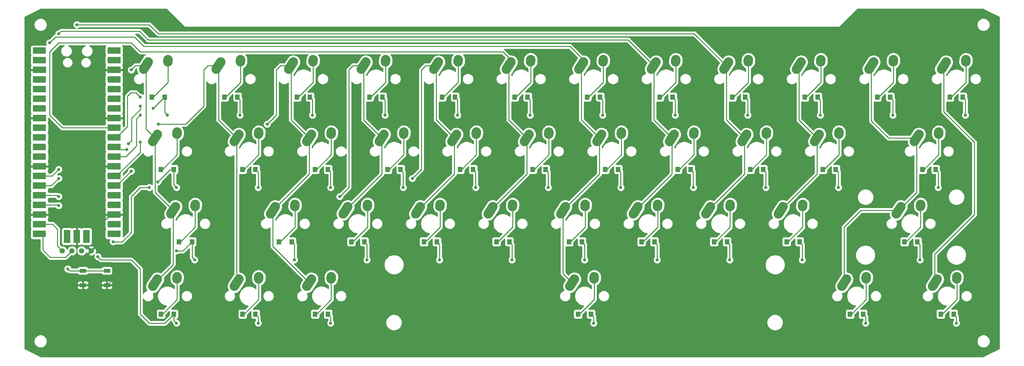
<source format=gbl>
%TF.GenerationSoftware,KiCad,Pcbnew,(5.1.10)-1*%
%TF.CreationDate,2022-03-22T21:52:09-04:00*%
%TF.ProjectId,Keeber40,4b656562-6572-4343-902e-6b696361645f,rev?*%
%TF.SameCoordinates,Original*%
%TF.FileFunction,Copper,L2,Bot*%
%TF.FilePolarity,Positive*%
%FSLAX46Y46*%
G04 Gerber Fmt 4.6, Leading zero omitted, Abs format (unit mm)*
G04 Created by KiCad (PCBNEW (5.1.10)-1) date 2022-03-22 21:52:09*
%MOMM*%
%LPD*%
G01*
G04 APERTURE LIST*
%TA.AperFunction,ComponentPad*%
%ADD10O,1.700000X1.700000*%
%TD*%
%TA.AperFunction,ComponentPad*%
%ADD11R,1.700000X1.700000*%
%TD*%
%TA.AperFunction,SMDPad,CuDef*%
%ADD12R,3.500000X1.700000*%
%TD*%
%TA.AperFunction,SMDPad,CuDef*%
%ADD13R,1.700000X3.500000*%
%TD*%
%TA.AperFunction,SMDPad,CuDef*%
%ADD14R,1.200000X1.400000*%
%TD*%
%TA.AperFunction,ComponentPad*%
%ADD15C,1.397000*%
%TD*%
%TA.AperFunction,SMDPad,CuDef*%
%ADD16R,1.700000X1.000000*%
%TD*%
%TA.AperFunction,ViaPad*%
%ADD17C,0.800000*%
%TD*%
%TA.AperFunction,Conductor*%
%ADD18C,0.250000*%
%TD*%
%TA.AperFunction,Conductor*%
%ADD19C,0.254000*%
%TD*%
%TA.AperFunction,Conductor*%
%ADD20C,0.100000*%
%TD*%
G04 APERTURE END LIST*
%TO.P,K36,1*%
%TO.N,/col10*%
%TA.AperFunction,ComponentPad*%
G36*
G01*
X254615299Y-120569190D02*
X255824223Y-118671560D01*
G75*
G02*
X257550087Y-118288946I1054239J-671625D01*
G01*
X257550087Y-118288946D01*
G75*
G02*
X257932701Y-120014810I-671625J-1054239D01*
G01*
X256723777Y-121912440D01*
G75*
G02*
X254997913Y-122295054I-1054239J671625D01*
G01*
X254997913Y-122295054D01*
G75*
G02*
X254615299Y-120569190I671625J1054239D01*
G01*
G37*
%TD.AperFunction*%
%TO.P,K36,2*%
%TO.N,Net-(D36-Pad2)*%
%TA.AperFunction,ComponentPad*%
G36*
G01*
X260782171Y-119226309D02*
X260821619Y-118647653D01*
G75*
G02*
X262153743Y-117485567I1247105J-85019D01*
G01*
X262153743Y-117485567D01*
G75*
G02*
X263315829Y-118817691I-85019J-1247105D01*
G01*
X263276381Y-119396347D01*
G75*
G02*
X261944257Y-120558433I-1247105J85019D01*
G01*
X261944257Y-120558433D01*
G75*
G02*
X260782171Y-119226309I85019J1247105D01*
G01*
G37*
%TD.AperFunction*%
%TD*%
%TO.P,K21,2*%
%TO.N,Net-(D21-Pad2)*%
%TA.AperFunction,ComponentPad*%
G36*
G01*
X177447171Y-81130309D02*
X177486619Y-80551653D01*
G75*
G02*
X178818743Y-79389567I1247105J-85019D01*
G01*
X178818743Y-79389567D01*
G75*
G02*
X179980829Y-80721691I-85019J-1247105D01*
G01*
X179941381Y-81300347D01*
G75*
G02*
X178609257Y-82462433I-1247105J85019D01*
G01*
X178609257Y-82462433D01*
G75*
G02*
X177447171Y-81130309I85019J1247105D01*
G01*
G37*
%TD.AperFunction*%
%TO.P,K21,1*%
%TO.N,/col6*%
%TA.AperFunction,ComponentPad*%
G36*
G01*
X171280299Y-82473190D02*
X172489223Y-80575560D01*
G75*
G02*
X174215087Y-80192946I1054239J-671625D01*
G01*
X174215087Y-80192946D01*
G75*
G02*
X174597701Y-81918810I-671625J-1054239D01*
G01*
X173388777Y-83816440D01*
G75*
G02*
X171662913Y-84199054I-1054239J671625D01*
G01*
X171662913Y-84199054D01*
G75*
G02*
X171280299Y-82473190I671625J1054239D01*
G01*
G37*
%TD.AperFunction*%
%TD*%
D10*
%TO.P,PicOwo,1*%
%TO.N,/col11*%
X49367000Y-78253000D03*
%TO.P,PicOwo,2*%
%TO.N,/col10*%
X49367000Y-80793000D03*
D11*
%TO.P,PicOwo,3*%
%TO.N,GND*%
X49367000Y-83333000D03*
D10*
%TO.P,PicOwo,4*%
%TO.N,/col9*%
X49367000Y-85873000D03*
%TO.P,PicOwo,5*%
%TO.N,/col8*%
X49367000Y-88413000D03*
%TO.P,PicOwo,6*%
%TO.N,/col7*%
X49367000Y-90953000D03*
%TO.P,PicOwo,7*%
%TO.N,/col6*%
X49367000Y-93493000D03*
D11*
%TO.P,PicOwo,8*%
%TO.N,GND*%
X49367000Y-96033000D03*
D10*
%TO.P,PicOwo,9*%
%TO.N,/col5*%
X49367000Y-98573000D03*
%TO.P,PicOwo,10*%
%TO.N,/col4*%
X49367000Y-101113000D03*
%TO.P,PicOwo,11*%
%TO.N,/col3*%
X49367000Y-103653000D03*
%TO.P,PicOwo,12*%
%TO.N,/col2*%
X49367000Y-106193000D03*
D11*
%TO.P,PicOwo,13*%
%TO.N,GND*%
X49367000Y-108733000D03*
D10*
%TO.P,PicOwo,14*%
%TO.N,/col1*%
X49367000Y-111273000D03*
%TO.P,PicOwo,15*%
%TO.N,/col0*%
X49367000Y-113813000D03*
%TO.P,PicOwo,16*%
%TO.N,Net-(U1-Pad16)*%
X49367000Y-116353000D03*
%TO.P,PicOwo,17*%
%TO.N,Net-(U1-Pad17)*%
X49367000Y-118893000D03*
D11*
%TO.P,PicOwo,18*%
%TO.N,GND*%
X49367000Y-121433000D03*
D10*
%TO.P,PicOwo,19*%
%TO.N,Net-(U1-Pad19)*%
X49367000Y-123973000D03*
%TO.P,PicOwo,20*%
%TO.N,Net-(U1-Pad20)*%
X49367000Y-126513000D03*
%TO.P,PicOwo,21*%
%TO.N,Net-(OL1-Pad2)*%
X31587000Y-126513000D03*
%TO.P,PicOwo,22*%
%TO.N,Net-(OL1-Pad1)*%
X31587000Y-123973000D03*
D11*
%TO.P,PicOwo,23*%
%TO.N,GND*%
X31587000Y-121433000D03*
D10*
%TO.P,PicOwo,24*%
%TO.N,/row3*%
X31587000Y-118893000D03*
%TO.P,PicOwo,25*%
%TO.N,/row2*%
X31587000Y-116353000D03*
%TO.P,PicOwo,26*%
%TO.N,/row1*%
X31587000Y-113813000D03*
%TO.P,PicOwo,27*%
%TO.N,/row0*%
X31587000Y-111273000D03*
D11*
%TO.P,PicOwo,28*%
%TO.N,GND*%
X31587000Y-108733000D03*
D10*
%TO.P,PicOwo,29*%
%TO.N,Net-(U1-Pad29)*%
X31587000Y-106193000D03*
%TO.P,PicOwo,30*%
%TO.N,Net-(SW1-Pad1)*%
X31587000Y-103653000D03*
%TO.P,PicOwo,31*%
%TO.N,Net-(U1-Pad31)*%
X31587000Y-101113000D03*
%TO.P,PicOwo,32*%
%TO.N,Net-(U1-Pad32)*%
X31587000Y-98573000D03*
D11*
%TO.P,PicOwo,33*%
%TO.N,GND*%
X31587000Y-96033000D03*
D10*
%TO.P,PicOwo,34*%
%TO.N,Net-(U1-Pad34)*%
X31587000Y-93493000D03*
%TO.P,PicOwo,35*%
%TO.N,Net-(U1-Pad35)*%
X31587000Y-90953000D03*
%TO.P,PicOwo,36*%
%TO.N,VCC*%
X31587000Y-88413000D03*
%TO.P,PicOwo,37*%
%TO.N,Net-(U1-Pad37)*%
X31587000Y-85873000D03*
D11*
%TO.P,PicOwo,38*%
%TO.N,GND*%
X31587000Y-83333000D03*
D10*
%TO.P,PicOwo,39*%
%TO.N,Net-(U1-Pad39)*%
X31587000Y-80793000D03*
%TO.P,PicOwo,40*%
%TO.N,Net-(U1-Pad40)*%
X31587000Y-78253000D03*
D12*
%TO.P,PicOwo,1*%
%TO.N,/col11*%
X50267000Y-78253000D03*
%TO.P,PicOwo,2*%
%TO.N,/col10*%
X50267000Y-80793000D03*
%TO.P,PicOwo,3*%
%TO.N,GND*%
X50267000Y-83333000D03*
%TO.P,PicOwo,4*%
%TO.N,/col9*%
X50267000Y-85873000D03*
%TO.P,PicOwo,5*%
%TO.N,/col8*%
X50267000Y-88413000D03*
%TO.P,PicOwo,6*%
%TO.N,/col7*%
X50267000Y-90953000D03*
%TO.P,PicOwo,7*%
%TO.N,/col6*%
X50267000Y-93493000D03*
%TO.P,PicOwo,8*%
%TO.N,GND*%
X50267000Y-96033000D03*
%TO.P,PicOwo,9*%
%TO.N,/col5*%
X50267000Y-98573000D03*
%TO.P,PicOwo,10*%
%TO.N,/col4*%
X50267000Y-101113000D03*
%TO.P,PicOwo,11*%
%TO.N,/col3*%
X50267000Y-103653000D03*
%TO.P,PicOwo,12*%
%TO.N,/col2*%
X50267000Y-106193000D03*
%TO.P,PicOwo,13*%
%TO.N,GND*%
X50267000Y-108733000D03*
%TO.P,PicOwo,14*%
%TO.N,/col1*%
X50267000Y-111273000D03*
%TO.P,PicOwo,15*%
%TO.N,/col0*%
X50267000Y-113813000D03*
%TO.P,PicOwo,16*%
%TO.N,Net-(U1-Pad16)*%
X50267000Y-116353000D03*
%TO.P,PicOwo,17*%
%TO.N,Net-(U1-Pad17)*%
X50267000Y-118893000D03*
%TO.P,PicOwo,18*%
%TO.N,GND*%
X50267000Y-121433000D03*
%TO.P,PicOwo,19*%
%TO.N,Net-(U1-Pad19)*%
X50267000Y-123973000D03*
%TO.P,PicOwo,20*%
%TO.N,Net-(U1-Pad20)*%
X50267000Y-126513000D03*
%TO.P,PicOwo,40*%
%TO.N,Net-(U1-Pad40)*%
X30687000Y-78253000D03*
%TO.P,PicOwo,39*%
%TO.N,Net-(U1-Pad39)*%
X30687000Y-80793000D03*
%TO.P,PicOwo,38*%
%TO.N,GND*%
X30687000Y-83333000D03*
%TO.P,PicOwo,37*%
%TO.N,Net-(U1-Pad37)*%
X30687000Y-85873000D03*
%TO.P,PicOwo,36*%
%TO.N,VCC*%
X30687000Y-88413000D03*
%TO.P,PicOwo,35*%
%TO.N,Net-(U1-Pad35)*%
X30687000Y-90953000D03*
%TO.P,PicOwo,34*%
%TO.N,Net-(U1-Pad34)*%
X30687000Y-93493000D03*
%TO.P,PicOwo,33*%
%TO.N,GND*%
X30687000Y-96033000D03*
%TO.P,PicOwo,32*%
%TO.N,Net-(U1-Pad32)*%
X30687000Y-98573000D03*
%TO.P,PicOwo,31*%
%TO.N,Net-(U1-Pad31)*%
X30687000Y-101113000D03*
%TO.P,PicOwo,30*%
%TO.N,Net-(SW1-Pad1)*%
X30687000Y-103653000D03*
%TO.P,PicOwo,29*%
%TO.N,Net-(U1-Pad29)*%
X30687000Y-106193000D03*
%TO.P,PicOwo,28*%
%TO.N,GND*%
X30687000Y-108733000D03*
%TO.P,PicOwo,27*%
%TO.N,/row0*%
X30687000Y-111273000D03*
%TO.P,PicOwo,26*%
%TO.N,/row1*%
X30687000Y-113813000D03*
%TO.P,PicOwo,25*%
%TO.N,/row2*%
X30687000Y-116353000D03*
%TO.P,PicOwo,24*%
%TO.N,/row3*%
X30687000Y-118893000D03*
%TO.P,PicOwo,23*%
%TO.N,GND*%
X30687000Y-121433000D03*
%TO.P,PicOwo,22*%
%TO.N,Net-(OL1-Pad1)*%
X30687000Y-123973000D03*
%TO.P,PicOwo,21*%
%TO.N,Net-(OL1-Pad2)*%
X30687000Y-126513000D03*
D13*
%TO.P,PicOwo,41*%
%TO.N,Net-(U1-Pad41)*%
X43017000Y-127183000D03*
D10*
X43017000Y-126283000D03*
D13*
%TO.P,PicOwo,42*%
%TO.N,GND*%
X40477000Y-127183000D03*
D11*
X40477000Y-126283000D03*
D13*
%TO.P,PicOwo,43*%
%TO.N,Net-(U1-Pad43)*%
X37937000Y-127183000D03*
D10*
X37937000Y-126283000D03*
%TD*%
%TO.P,K24,1*%
%TO.N,/col6*%
%TA.AperFunction,ComponentPad*%
G36*
G01*
X168899299Y-139617190D02*
X170108223Y-137719560D01*
G75*
G02*
X171834087Y-137336946I1054239J-671625D01*
G01*
X171834087Y-137336946D01*
G75*
G02*
X172216701Y-139062810I-671625J-1054239D01*
G01*
X171007777Y-140960440D01*
G75*
G02*
X169281913Y-141343054I-1054239J671625D01*
G01*
X169281913Y-141343054D01*
G75*
G02*
X168899299Y-139617190I671625J1054239D01*
G01*
G37*
%TD.AperFunction*%
%TO.P,K24,2*%
%TO.N,Net-(D24-Pad2)*%
%TA.AperFunction,ComponentPad*%
G36*
G01*
X175066171Y-138274309D02*
X175105619Y-137695653D01*
G75*
G02*
X176437743Y-136533567I1247105J-85019D01*
G01*
X176437743Y-136533567D01*
G75*
G02*
X177599829Y-137865691I-85019J-1247105D01*
G01*
X177560381Y-138444347D01*
G75*
G02*
X176228257Y-139606433I-1247105J85019D01*
G01*
X176228257Y-139606433D01*
G75*
G02*
X175066171Y-138274309I85019J1247105D01*
G01*
G37*
%TD.AperFunction*%
%TD*%
D14*
%TO.P,D1,1*%
%TO.N,/row0*%
X63606000Y-90478000D03*
%TO.P,D1,2*%
%TO.N,Net-(D1-Pad2)*%
X60206000Y-90478000D03*
%TD*%
%TO.P,D2,1*%
%TO.N,/row1*%
X65987000Y-109526000D03*
%TO.P,D2,2*%
%TO.N,Net-(D2-Pad2)*%
X62587000Y-109526000D03*
%TD*%
%TO.P,D3,1*%
%TO.N,/row2*%
X70749000Y-128574000D03*
%TO.P,D3,2*%
%TO.N,Net-(D3-Pad2)*%
X67349000Y-128574000D03*
%TD*%
%TO.P,D4,2*%
%TO.N,Net-(D4-Pad2)*%
X62587000Y-147622000D03*
%TO.P,D4,1*%
%TO.N,/row3*%
X65987000Y-147622000D03*
%TD*%
%TO.P,D5,2*%
%TO.N,Net-(D5-Pad2)*%
X79254000Y-90478000D03*
%TO.P,D5,1*%
%TO.N,/row0*%
X82654000Y-90478000D03*
%TD*%
%TO.P,D6,2*%
%TO.N,Net-(D6-Pad2)*%
X84016000Y-109526000D03*
%TO.P,D6,1*%
%TO.N,/row1*%
X87416000Y-109526000D03*
%TD*%
%TO.P,D7,1*%
%TO.N,/row3*%
X87416000Y-147622000D03*
%TO.P,D7,2*%
%TO.N,Net-(D7-Pad2)*%
X84016000Y-147622000D03*
%TD*%
%TO.P,D8,1*%
%TO.N,/row0*%
X101702000Y-90478000D03*
%TO.P,D8,2*%
%TO.N,Net-(D8-Pad2)*%
X98302000Y-90478000D03*
%TD*%
%TO.P,D9,1*%
%TO.N,/row1*%
X106464000Y-109526000D03*
%TO.P,D9,2*%
%TO.N,Net-(D9-Pad2)*%
X103064000Y-109526000D03*
%TD*%
%TO.P,D10,2*%
%TO.N,Net-(D10-Pad2)*%
X93540000Y-128574000D03*
%TO.P,D10,1*%
%TO.N,/row2*%
X96940000Y-128574000D03*
%TD*%
%TO.P,D11,2*%
%TO.N,Net-(D11-Pad2)*%
X103064000Y-147622000D03*
%TO.P,D11,1*%
%TO.N,/row3*%
X106464000Y-147622000D03*
%TD*%
%TO.P,D12,2*%
%TO.N,Net-(D12-Pad2)*%
X117350000Y-90478000D03*
%TO.P,D12,1*%
%TO.N,/row0*%
X120750000Y-90478000D03*
%TD*%
%TO.P,D13,2*%
%TO.N,Net-(D13-Pad2)*%
X122112000Y-109526000D03*
%TO.P,D13,1*%
%TO.N,/row1*%
X125512000Y-109526000D03*
%TD*%
%TO.P,D14,1*%
%TO.N,/row2*%
X115988000Y-128574000D03*
%TO.P,D14,2*%
%TO.N,Net-(D14-Pad2)*%
X112588000Y-128574000D03*
%TD*%
%TO.P,D15,1*%
%TO.N,/row0*%
X139798000Y-90478000D03*
%TO.P,D15,2*%
%TO.N,Net-(D15-Pad2)*%
X136398000Y-90478000D03*
%TD*%
%TO.P,D16,1*%
%TO.N,/row1*%
X144560000Y-109526000D03*
%TO.P,D16,2*%
%TO.N,Net-(D16-Pad2)*%
X141160000Y-109526000D03*
%TD*%
%TO.P,D17,1*%
%TO.N,/row2*%
X135036000Y-128574000D03*
%TO.P,D17,2*%
%TO.N,Net-(D17-Pad2)*%
X131636000Y-128574000D03*
%TD*%
%TO.P,D18,2*%
%TO.N,Net-(D18-Pad2)*%
X155446000Y-90478000D03*
%TO.P,D18,1*%
%TO.N,/row0*%
X158846000Y-90478000D03*
%TD*%
%TO.P,D19,2*%
%TO.N,Net-(D19-Pad2)*%
X160208000Y-109526000D03*
%TO.P,D19,1*%
%TO.N,/row1*%
X163608000Y-109526000D03*
%TD*%
%TO.P,D20,2*%
%TO.N,Net-(D20-Pad2)*%
X150684000Y-128574000D03*
%TO.P,D20,1*%
%TO.N,/row2*%
X154084000Y-128574000D03*
%TD*%
%TO.P,D21,1*%
%TO.N,/row0*%
X177894000Y-90478000D03*
%TO.P,D21,2*%
%TO.N,Net-(D21-Pad2)*%
X174494000Y-90478000D03*
%TD*%
%TO.P,D22,2*%
%TO.N,Net-(D22-Pad2)*%
X179256000Y-109526000D03*
%TO.P,D22,1*%
%TO.N,/row1*%
X182656000Y-109526000D03*
%TD*%
%TO.P,D23,2*%
%TO.N,Net-(D23-Pad2)*%
X169732000Y-128574000D03*
%TO.P,D23,1*%
%TO.N,/row2*%
X173132000Y-128574000D03*
%TD*%
%TO.P,D24,1*%
%TO.N,/row3*%
X175513000Y-147622000D03*
%TO.P,D24,2*%
%TO.N,Net-(D24-Pad2)*%
X172113000Y-147622000D03*
%TD*%
%TO.P,D25,2*%
%TO.N,Net-(D25-Pad2)*%
X193542000Y-90478000D03*
%TO.P,D25,1*%
%TO.N,/row0*%
X196942000Y-90478000D03*
%TD*%
%TO.P,D26,1*%
%TO.N,/row1*%
X201704000Y-109526000D03*
%TO.P,D26,2*%
%TO.N,Net-(D26-Pad2)*%
X198304000Y-109526000D03*
%TD*%
%TO.P,D27,1*%
%TO.N,/row2*%
X192180000Y-128574000D03*
%TO.P,D27,2*%
%TO.N,Net-(D27-Pad2)*%
X188780000Y-128574000D03*
%TD*%
%TO.P,D28,1*%
%TO.N,/row0*%
X215990000Y-90478000D03*
%TO.P,D28,2*%
%TO.N,Net-(D28-Pad2)*%
X212590000Y-90478000D03*
%TD*%
%TO.P,D29,2*%
%TO.N,Net-(D29-Pad2)*%
X217352000Y-109526000D03*
%TO.P,D29,1*%
%TO.N,/row1*%
X220752000Y-109526000D03*
%TD*%
%TO.P,D30,2*%
%TO.N,Net-(D30-Pad2)*%
X207828000Y-128574000D03*
%TO.P,D30,1*%
%TO.N,/row2*%
X211228000Y-128574000D03*
%TD*%
%TO.P,D31,2*%
%TO.N,Net-(D31-Pad2)*%
X231638000Y-90478000D03*
%TO.P,D31,1*%
%TO.N,/row0*%
X235038000Y-90478000D03*
%TD*%
%TO.P,D32,1*%
%TO.N,/row1*%
X239800000Y-109526000D03*
%TO.P,D32,2*%
%TO.N,Net-(D32-Pad2)*%
X236400000Y-109526000D03*
%TD*%
%TO.P,D33,1*%
%TO.N,/row2*%
X230276000Y-128574000D03*
%TO.P,D33,2*%
%TO.N,Net-(D33-Pad2)*%
X226876000Y-128574000D03*
%TD*%
%TO.P,D34,1*%
%TO.N,/row0*%
X254086000Y-90478000D03*
%TO.P,D34,2*%
%TO.N,Net-(D34-Pad2)*%
X250686000Y-90478000D03*
%TD*%
%TO.P,D35,1*%
%TO.N,/row1*%
X265991000Y-109526000D03*
%TO.P,D35,2*%
%TO.N,Net-(D35-Pad2)*%
X262591000Y-109526000D03*
%TD*%
%TO.P,D36,2*%
%TO.N,Net-(D36-Pad2)*%
X257829000Y-128574000D03*
%TO.P,D36,1*%
%TO.N,/row2*%
X261229000Y-128574000D03*
%TD*%
%TO.P,D37,2*%
%TO.N,Net-(D37-Pad2)*%
X243543000Y-147622000D03*
%TO.P,D37,1*%
%TO.N,/row3*%
X246943000Y-147622000D03*
%TD*%
%TO.P,D38,2*%
%TO.N,Net-(D38-Pad2)*%
X269734000Y-90478000D03*
%TO.P,D38,1*%
%TO.N,/row0*%
X273134000Y-90478000D03*
%TD*%
%TO.P,D39,2*%
%TO.N,Net-(D39-Pad2)*%
X267353000Y-147622000D03*
%TO.P,D39,1*%
%TO.N,/row3*%
X270753000Y-147622000D03*
%TD*%
%TO.P,K1,1*%
%TO.N,/col0*%
%TA.AperFunction,ComponentPad*%
G36*
G01*
X56992299Y-82473190D02*
X58201223Y-80575560D01*
G75*
G02*
X59927087Y-80192946I1054239J-671625D01*
G01*
X59927087Y-80192946D01*
G75*
G02*
X60309701Y-81918810I-671625J-1054239D01*
G01*
X59100777Y-83816440D01*
G75*
G02*
X57374913Y-84199054I-1054239J671625D01*
G01*
X57374913Y-84199054D01*
G75*
G02*
X56992299Y-82473190I671625J1054239D01*
G01*
G37*
%TD.AperFunction*%
%TO.P,K1,2*%
%TO.N,Net-(D1-Pad2)*%
%TA.AperFunction,ComponentPad*%
G36*
G01*
X63159171Y-81130309D02*
X63198619Y-80551653D01*
G75*
G02*
X64530743Y-79389567I1247105J-85019D01*
G01*
X64530743Y-79389567D01*
G75*
G02*
X65692829Y-80721691I-85019J-1247105D01*
G01*
X65653381Y-81300347D01*
G75*
G02*
X64321257Y-82462433I-1247105J85019D01*
G01*
X64321257Y-82462433D01*
G75*
G02*
X63159171Y-81130309I85019J1247105D01*
G01*
G37*
%TD.AperFunction*%
%TD*%
%TO.P,K2,2*%
%TO.N,Net-(D2-Pad2)*%
%TA.AperFunction,ComponentPad*%
G36*
G01*
X65540171Y-100178309D02*
X65579619Y-99599653D01*
G75*
G02*
X66911743Y-98437567I1247105J-85019D01*
G01*
X66911743Y-98437567D01*
G75*
G02*
X68073829Y-99769691I-85019J-1247105D01*
G01*
X68034381Y-100348347D01*
G75*
G02*
X66702257Y-101510433I-1247105J85019D01*
G01*
X66702257Y-101510433D01*
G75*
G02*
X65540171Y-100178309I85019J1247105D01*
G01*
G37*
%TD.AperFunction*%
%TO.P,K2,1*%
%TO.N,/col0*%
%TA.AperFunction,ComponentPad*%
G36*
G01*
X59373299Y-101521190D02*
X60582223Y-99623560D01*
G75*
G02*
X62308087Y-99240946I1054239J-671625D01*
G01*
X62308087Y-99240946D01*
G75*
G02*
X62690701Y-100966810I-671625J-1054239D01*
G01*
X61481777Y-102864440D01*
G75*
G02*
X59755913Y-103247054I-1054239J671625D01*
G01*
X59755913Y-103247054D01*
G75*
G02*
X59373299Y-101521190I671625J1054239D01*
G01*
G37*
%TD.AperFunction*%
%TD*%
%TO.P,K3,1*%
%TO.N,/col0*%
%TA.AperFunction,ComponentPad*%
G36*
G01*
X64135299Y-120569190D02*
X65344223Y-118671560D01*
G75*
G02*
X67070087Y-118288946I1054239J-671625D01*
G01*
X67070087Y-118288946D01*
G75*
G02*
X67452701Y-120014810I-671625J-1054239D01*
G01*
X66243777Y-121912440D01*
G75*
G02*
X64517913Y-122295054I-1054239J671625D01*
G01*
X64517913Y-122295054D01*
G75*
G02*
X64135299Y-120569190I671625J1054239D01*
G01*
G37*
%TD.AperFunction*%
%TO.P,K3,2*%
%TO.N,Net-(D3-Pad2)*%
%TA.AperFunction,ComponentPad*%
G36*
G01*
X70302171Y-119226309D02*
X70341619Y-118647653D01*
G75*
G02*
X71673743Y-117485567I1247105J-85019D01*
G01*
X71673743Y-117485567D01*
G75*
G02*
X72835829Y-118817691I-85019J-1247105D01*
G01*
X72796381Y-119396347D01*
G75*
G02*
X71464257Y-120558433I-1247105J85019D01*
G01*
X71464257Y-120558433D01*
G75*
G02*
X70302171Y-119226309I85019J1247105D01*
G01*
G37*
%TD.AperFunction*%
%TD*%
%TO.P,K4,1*%
%TO.N,/col0*%
%TA.AperFunction,ComponentPad*%
G36*
G01*
X59373299Y-139617190D02*
X60582223Y-137719560D01*
G75*
G02*
X62308087Y-137336946I1054239J-671625D01*
G01*
X62308087Y-137336946D01*
G75*
G02*
X62690701Y-139062810I-671625J-1054239D01*
G01*
X61481777Y-140960440D01*
G75*
G02*
X59755913Y-141343054I-1054239J671625D01*
G01*
X59755913Y-141343054D01*
G75*
G02*
X59373299Y-139617190I671625J1054239D01*
G01*
G37*
%TD.AperFunction*%
%TO.P,K4,2*%
%TO.N,Net-(D4-Pad2)*%
%TA.AperFunction,ComponentPad*%
G36*
G01*
X65540171Y-138274309D02*
X65579619Y-137695653D01*
G75*
G02*
X66911743Y-136533567I1247105J-85019D01*
G01*
X66911743Y-136533567D01*
G75*
G02*
X68073829Y-137865691I-85019J-1247105D01*
G01*
X68034381Y-138444347D01*
G75*
G02*
X66702257Y-139606433I-1247105J85019D01*
G01*
X66702257Y-139606433D01*
G75*
G02*
X65540171Y-138274309I85019J1247105D01*
G01*
G37*
%TD.AperFunction*%
%TD*%
%TO.P,K5,1*%
%TO.N,/col1*%
%TA.AperFunction,ComponentPad*%
G36*
G01*
X76040299Y-82473190D02*
X77249223Y-80575560D01*
G75*
G02*
X78975087Y-80192946I1054239J-671625D01*
G01*
X78975087Y-80192946D01*
G75*
G02*
X79357701Y-81918810I-671625J-1054239D01*
G01*
X78148777Y-83816440D01*
G75*
G02*
X76422913Y-84199054I-1054239J671625D01*
G01*
X76422913Y-84199054D01*
G75*
G02*
X76040299Y-82473190I671625J1054239D01*
G01*
G37*
%TD.AperFunction*%
%TO.P,K5,2*%
%TO.N,Net-(D5-Pad2)*%
%TA.AperFunction,ComponentPad*%
G36*
G01*
X82207171Y-81130309D02*
X82246619Y-80551653D01*
G75*
G02*
X83578743Y-79389567I1247105J-85019D01*
G01*
X83578743Y-79389567D01*
G75*
G02*
X84740829Y-80721691I-85019J-1247105D01*
G01*
X84701381Y-81300347D01*
G75*
G02*
X83369257Y-82462433I-1247105J85019D01*
G01*
X83369257Y-82462433D01*
G75*
G02*
X82207171Y-81130309I85019J1247105D01*
G01*
G37*
%TD.AperFunction*%
%TD*%
%TO.P,K6,1*%
%TO.N,/col1*%
%TA.AperFunction,ComponentPad*%
G36*
G01*
X80802299Y-101521190D02*
X82011223Y-99623560D01*
G75*
G02*
X83737087Y-99240946I1054239J-671625D01*
G01*
X83737087Y-99240946D01*
G75*
G02*
X84119701Y-100966810I-671625J-1054239D01*
G01*
X82910777Y-102864440D01*
G75*
G02*
X81184913Y-103247054I-1054239J671625D01*
G01*
X81184913Y-103247054D01*
G75*
G02*
X80802299Y-101521190I671625J1054239D01*
G01*
G37*
%TD.AperFunction*%
%TO.P,K6,2*%
%TO.N,Net-(D6-Pad2)*%
%TA.AperFunction,ComponentPad*%
G36*
G01*
X86969171Y-100178309D02*
X87008619Y-99599653D01*
G75*
G02*
X88340743Y-98437567I1247105J-85019D01*
G01*
X88340743Y-98437567D01*
G75*
G02*
X89502829Y-99769691I-85019J-1247105D01*
G01*
X89463381Y-100348347D01*
G75*
G02*
X88131257Y-101510433I-1247105J85019D01*
G01*
X88131257Y-101510433D01*
G75*
G02*
X86969171Y-100178309I85019J1247105D01*
G01*
G37*
%TD.AperFunction*%
%TD*%
%TO.P,K7,2*%
%TO.N,Net-(D7-Pad2)*%
%TA.AperFunction,ComponentPad*%
G36*
G01*
X86969171Y-138274309D02*
X87008619Y-137695653D01*
G75*
G02*
X88340743Y-136533567I1247105J-85019D01*
G01*
X88340743Y-136533567D01*
G75*
G02*
X89502829Y-137865691I-85019J-1247105D01*
G01*
X89463381Y-138444347D01*
G75*
G02*
X88131257Y-139606433I-1247105J85019D01*
G01*
X88131257Y-139606433D01*
G75*
G02*
X86969171Y-138274309I85019J1247105D01*
G01*
G37*
%TD.AperFunction*%
%TO.P,K7,1*%
%TO.N,/col1*%
%TA.AperFunction,ComponentPad*%
G36*
G01*
X80802299Y-139617190D02*
X82011223Y-137719560D01*
G75*
G02*
X83737087Y-137336946I1054239J-671625D01*
G01*
X83737087Y-137336946D01*
G75*
G02*
X84119701Y-139062810I-671625J-1054239D01*
G01*
X82910777Y-140960440D01*
G75*
G02*
X81184913Y-141343054I-1054239J671625D01*
G01*
X81184913Y-141343054D01*
G75*
G02*
X80802299Y-139617190I671625J1054239D01*
G01*
G37*
%TD.AperFunction*%
%TD*%
%TO.P,K8,2*%
%TO.N,Net-(D8-Pad2)*%
%TA.AperFunction,ComponentPad*%
G36*
G01*
X101255171Y-81130309D02*
X101294619Y-80551653D01*
G75*
G02*
X102626743Y-79389567I1247105J-85019D01*
G01*
X102626743Y-79389567D01*
G75*
G02*
X103788829Y-80721691I-85019J-1247105D01*
G01*
X103749381Y-81300347D01*
G75*
G02*
X102417257Y-82462433I-1247105J85019D01*
G01*
X102417257Y-82462433D01*
G75*
G02*
X101255171Y-81130309I85019J1247105D01*
G01*
G37*
%TD.AperFunction*%
%TO.P,K8,1*%
%TO.N,/col2*%
%TA.AperFunction,ComponentPad*%
G36*
G01*
X95088299Y-82473190D02*
X96297223Y-80575560D01*
G75*
G02*
X98023087Y-80192946I1054239J-671625D01*
G01*
X98023087Y-80192946D01*
G75*
G02*
X98405701Y-81918810I-671625J-1054239D01*
G01*
X97196777Y-83816440D01*
G75*
G02*
X95470913Y-84199054I-1054239J671625D01*
G01*
X95470913Y-84199054D01*
G75*
G02*
X95088299Y-82473190I671625J1054239D01*
G01*
G37*
%TD.AperFunction*%
%TD*%
%TO.P,K9,2*%
%TO.N,Net-(D9-Pad2)*%
%TA.AperFunction,ComponentPad*%
G36*
G01*
X106017171Y-100178309D02*
X106056619Y-99599653D01*
G75*
G02*
X107388743Y-98437567I1247105J-85019D01*
G01*
X107388743Y-98437567D01*
G75*
G02*
X108550829Y-99769691I-85019J-1247105D01*
G01*
X108511381Y-100348347D01*
G75*
G02*
X107179257Y-101510433I-1247105J85019D01*
G01*
X107179257Y-101510433D01*
G75*
G02*
X106017171Y-100178309I85019J1247105D01*
G01*
G37*
%TD.AperFunction*%
%TO.P,K9,1*%
%TO.N,/col2*%
%TA.AperFunction,ComponentPad*%
G36*
G01*
X99850299Y-101521190D02*
X101059223Y-99623560D01*
G75*
G02*
X102785087Y-99240946I1054239J-671625D01*
G01*
X102785087Y-99240946D01*
G75*
G02*
X103167701Y-100966810I-671625J-1054239D01*
G01*
X101958777Y-102864440D01*
G75*
G02*
X100232913Y-103247054I-1054239J671625D01*
G01*
X100232913Y-103247054D01*
G75*
G02*
X99850299Y-101521190I671625J1054239D01*
G01*
G37*
%TD.AperFunction*%
%TD*%
%TO.P,K10,2*%
%TO.N,Net-(D10-Pad2)*%
%TA.AperFunction,ComponentPad*%
G36*
G01*
X96493171Y-119226309D02*
X96532619Y-118647653D01*
G75*
G02*
X97864743Y-117485567I1247105J-85019D01*
G01*
X97864743Y-117485567D01*
G75*
G02*
X99026829Y-118817691I-85019J-1247105D01*
G01*
X98987381Y-119396347D01*
G75*
G02*
X97655257Y-120558433I-1247105J85019D01*
G01*
X97655257Y-120558433D01*
G75*
G02*
X96493171Y-119226309I85019J1247105D01*
G01*
G37*
%TD.AperFunction*%
%TO.P,K10,1*%
%TO.N,/col2*%
%TA.AperFunction,ComponentPad*%
G36*
G01*
X90326299Y-120569190D02*
X91535223Y-118671560D01*
G75*
G02*
X93261087Y-118288946I1054239J-671625D01*
G01*
X93261087Y-118288946D01*
G75*
G02*
X93643701Y-120014810I-671625J-1054239D01*
G01*
X92434777Y-121912440D01*
G75*
G02*
X90708913Y-122295054I-1054239J671625D01*
G01*
X90708913Y-122295054D01*
G75*
G02*
X90326299Y-120569190I671625J1054239D01*
G01*
G37*
%TD.AperFunction*%
%TD*%
%TO.P,K11,2*%
%TO.N,Net-(D11-Pad2)*%
%TA.AperFunction,ComponentPad*%
G36*
G01*
X106017171Y-138274309D02*
X106056619Y-137695653D01*
G75*
G02*
X107388743Y-136533567I1247105J-85019D01*
G01*
X107388743Y-136533567D01*
G75*
G02*
X108550829Y-137865691I-85019J-1247105D01*
G01*
X108511381Y-138444347D01*
G75*
G02*
X107179257Y-139606433I-1247105J85019D01*
G01*
X107179257Y-139606433D01*
G75*
G02*
X106017171Y-138274309I85019J1247105D01*
G01*
G37*
%TD.AperFunction*%
%TO.P,K11,1*%
%TO.N,/col2*%
%TA.AperFunction,ComponentPad*%
G36*
G01*
X99850299Y-139617190D02*
X101059223Y-137719560D01*
G75*
G02*
X102785087Y-137336946I1054239J-671625D01*
G01*
X102785087Y-137336946D01*
G75*
G02*
X103167701Y-139062810I-671625J-1054239D01*
G01*
X101958777Y-140960440D01*
G75*
G02*
X100232913Y-141343054I-1054239J671625D01*
G01*
X100232913Y-141343054D01*
G75*
G02*
X99850299Y-139617190I671625J1054239D01*
G01*
G37*
%TD.AperFunction*%
%TD*%
%TO.P,K12,1*%
%TO.N,/col3*%
%TA.AperFunction,ComponentPad*%
G36*
G01*
X114136299Y-82473190D02*
X115345223Y-80575560D01*
G75*
G02*
X117071087Y-80192946I1054239J-671625D01*
G01*
X117071087Y-80192946D01*
G75*
G02*
X117453701Y-81918810I-671625J-1054239D01*
G01*
X116244777Y-83816440D01*
G75*
G02*
X114518913Y-84199054I-1054239J671625D01*
G01*
X114518913Y-84199054D01*
G75*
G02*
X114136299Y-82473190I671625J1054239D01*
G01*
G37*
%TD.AperFunction*%
%TO.P,K12,2*%
%TO.N,Net-(D12-Pad2)*%
%TA.AperFunction,ComponentPad*%
G36*
G01*
X120303171Y-81130309D02*
X120342619Y-80551653D01*
G75*
G02*
X121674743Y-79389567I1247105J-85019D01*
G01*
X121674743Y-79389567D01*
G75*
G02*
X122836829Y-80721691I-85019J-1247105D01*
G01*
X122797381Y-81300347D01*
G75*
G02*
X121465257Y-82462433I-1247105J85019D01*
G01*
X121465257Y-82462433D01*
G75*
G02*
X120303171Y-81130309I85019J1247105D01*
G01*
G37*
%TD.AperFunction*%
%TD*%
%TO.P,K13,1*%
%TO.N,/col3*%
%TA.AperFunction,ComponentPad*%
G36*
G01*
X118898299Y-101521190D02*
X120107223Y-99623560D01*
G75*
G02*
X121833087Y-99240946I1054239J-671625D01*
G01*
X121833087Y-99240946D01*
G75*
G02*
X122215701Y-100966810I-671625J-1054239D01*
G01*
X121006777Y-102864440D01*
G75*
G02*
X119280913Y-103247054I-1054239J671625D01*
G01*
X119280913Y-103247054D01*
G75*
G02*
X118898299Y-101521190I671625J1054239D01*
G01*
G37*
%TD.AperFunction*%
%TO.P,K13,2*%
%TO.N,Net-(D13-Pad2)*%
%TA.AperFunction,ComponentPad*%
G36*
G01*
X125065171Y-100178309D02*
X125104619Y-99599653D01*
G75*
G02*
X126436743Y-98437567I1247105J-85019D01*
G01*
X126436743Y-98437567D01*
G75*
G02*
X127598829Y-99769691I-85019J-1247105D01*
G01*
X127559381Y-100348347D01*
G75*
G02*
X126227257Y-101510433I-1247105J85019D01*
G01*
X126227257Y-101510433D01*
G75*
G02*
X125065171Y-100178309I85019J1247105D01*
G01*
G37*
%TD.AperFunction*%
%TD*%
%TO.P,K14,1*%
%TO.N,/col3*%
%TA.AperFunction,ComponentPad*%
G36*
G01*
X109374299Y-120569190D02*
X110583223Y-118671560D01*
G75*
G02*
X112309087Y-118288946I1054239J-671625D01*
G01*
X112309087Y-118288946D01*
G75*
G02*
X112691701Y-120014810I-671625J-1054239D01*
G01*
X111482777Y-121912440D01*
G75*
G02*
X109756913Y-122295054I-1054239J671625D01*
G01*
X109756913Y-122295054D01*
G75*
G02*
X109374299Y-120569190I671625J1054239D01*
G01*
G37*
%TD.AperFunction*%
%TO.P,K14,2*%
%TO.N,Net-(D14-Pad2)*%
%TA.AperFunction,ComponentPad*%
G36*
G01*
X115541171Y-119226309D02*
X115580619Y-118647653D01*
G75*
G02*
X116912743Y-117485567I1247105J-85019D01*
G01*
X116912743Y-117485567D01*
G75*
G02*
X118074829Y-118817691I-85019J-1247105D01*
G01*
X118035381Y-119396347D01*
G75*
G02*
X116703257Y-120558433I-1247105J85019D01*
G01*
X116703257Y-120558433D01*
G75*
G02*
X115541171Y-119226309I85019J1247105D01*
G01*
G37*
%TD.AperFunction*%
%TD*%
%TO.P,K15,2*%
%TO.N,Net-(D15-Pad2)*%
%TA.AperFunction,ComponentPad*%
G36*
G01*
X139351171Y-81130309D02*
X139390619Y-80551653D01*
G75*
G02*
X140722743Y-79389567I1247105J-85019D01*
G01*
X140722743Y-79389567D01*
G75*
G02*
X141884829Y-80721691I-85019J-1247105D01*
G01*
X141845381Y-81300347D01*
G75*
G02*
X140513257Y-82462433I-1247105J85019D01*
G01*
X140513257Y-82462433D01*
G75*
G02*
X139351171Y-81130309I85019J1247105D01*
G01*
G37*
%TD.AperFunction*%
%TO.P,K15,1*%
%TO.N,/col4*%
%TA.AperFunction,ComponentPad*%
G36*
G01*
X133184299Y-82473190D02*
X134393223Y-80575560D01*
G75*
G02*
X136119087Y-80192946I1054239J-671625D01*
G01*
X136119087Y-80192946D01*
G75*
G02*
X136501701Y-81918810I-671625J-1054239D01*
G01*
X135292777Y-83816440D01*
G75*
G02*
X133566913Y-84199054I-1054239J671625D01*
G01*
X133566913Y-84199054D01*
G75*
G02*
X133184299Y-82473190I671625J1054239D01*
G01*
G37*
%TD.AperFunction*%
%TD*%
%TO.P,K16,2*%
%TO.N,Net-(D16-Pad2)*%
%TA.AperFunction,ComponentPad*%
G36*
G01*
X144113171Y-100178309D02*
X144152619Y-99599653D01*
G75*
G02*
X145484743Y-98437567I1247105J-85019D01*
G01*
X145484743Y-98437567D01*
G75*
G02*
X146646829Y-99769691I-85019J-1247105D01*
G01*
X146607381Y-100348347D01*
G75*
G02*
X145275257Y-101510433I-1247105J85019D01*
G01*
X145275257Y-101510433D01*
G75*
G02*
X144113171Y-100178309I85019J1247105D01*
G01*
G37*
%TD.AperFunction*%
%TO.P,K16,1*%
%TO.N,/col4*%
%TA.AperFunction,ComponentPad*%
G36*
G01*
X137946299Y-101521190D02*
X139155223Y-99623560D01*
G75*
G02*
X140881087Y-99240946I1054239J-671625D01*
G01*
X140881087Y-99240946D01*
G75*
G02*
X141263701Y-100966810I-671625J-1054239D01*
G01*
X140054777Y-102864440D01*
G75*
G02*
X138328913Y-103247054I-1054239J671625D01*
G01*
X138328913Y-103247054D01*
G75*
G02*
X137946299Y-101521190I671625J1054239D01*
G01*
G37*
%TD.AperFunction*%
%TD*%
%TO.P,K17,2*%
%TO.N,Net-(D17-Pad2)*%
%TA.AperFunction,ComponentPad*%
G36*
G01*
X134589171Y-119226309D02*
X134628619Y-118647653D01*
G75*
G02*
X135960743Y-117485567I1247105J-85019D01*
G01*
X135960743Y-117485567D01*
G75*
G02*
X137122829Y-118817691I-85019J-1247105D01*
G01*
X137083381Y-119396347D01*
G75*
G02*
X135751257Y-120558433I-1247105J85019D01*
G01*
X135751257Y-120558433D01*
G75*
G02*
X134589171Y-119226309I85019J1247105D01*
G01*
G37*
%TD.AperFunction*%
%TO.P,K17,1*%
%TO.N,/col4*%
%TA.AperFunction,ComponentPad*%
G36*
G01*
X128422299Y-120569190D02*
X129631223Y-118671560D01*
G75*
G02*
X131357087Y-118288946I1054239J-671625D01*
G01*
X131357087Y-118288946D01*
G75*
G02*
X131739701Y-120014810I-671625J-1054239D01*
G01*
X130530777Y-121912440D01*
G75*
G02*
X128804913Y-122295054I-1054239J671625D01*
G01*
X128804913Y-122295054D01*
G75*
G02*
X128422299Y-120569190I671625J1054239D01*
G01*
G37*
%TD.AperFunction*%
%TD*%
%TO.P,K18,1*%
%TO.N,/col5*%
%TA.AperFunction,ComponentPad*%
G36*
G01*
X152232299Y-82473190D02*
X153441223Y-80575560D01*
G75*
G02*
X155167087Y-80192946I1054239J-671625D01*
G01*
X155167087Y-80192946D01*
G75*
G02*
X155549701Y-81918810I-671625J-1054239D01*
G01*
X154340777Y-83816440D01*
G75*
G02*
X152614913Y-84199054I-1054239J671625D01*
G01*
X152614913Y-84199054D01*
G75*
G02*
X152232299Y-82473190I671625J1054239D01*
G01*
G37*
%TD.AperFunction*%
%TO.P,K18,2*%
%TO.N,Net-(D18-Pad2)*%
%TA.AperFunction,ComponentPad*%
G36*
G01*
X158399171Y-81130309D02*
X158438619Y-80551653D01*
G75*
G02*
X159770743Y-79389567I1247105J-85019D01*
G01*
X159770743Y-79389567D01*
G75*
G02*
X160932829Y-80721691I-85019J-1247105D01*
G01*
X160893381Y-81300347D01*
G75*
G02*
X159561257Y-82462433I-1247105J85019D01*
G01*
X159561257Y-82462433D01*
G75*
G02*
X158399171Y-81130309I85019J1247105D01*
G01*
G37*
%TD.AperFunction*%
%TD*%
%TO.P,K19,1*%
%TO.N,/col5*%
%TA.AperFunction,ComponentPad*%
G36*
G01*
X156994299Y-101521190D02*
X158203223Y-99623560D01*
G75*
G02*
X159929087Y-99240946I1054239J-671625D01*
G01*
X159929087Y-99240946D01*
G75*
G02*
X160311701Y-100966810I-671625J-1054239D01*
G01*
X159102777Y-102864440D01*
G75*
G02*
X157376913Y-103247054I-1054239J671625D01*
G01*
X157376913Y-103247054D01*
G75*
G02*
X156994299Y-101521190I671625J1054239D01*
G01*
G37*
%TD.AperFunction*%
%TO.P,K19,2*%
%TO.N,Net-(D19-Pad2)*%
%TA.AperFunction,ComponentPad*%
G36*
G01*
X163161171Y-100178309D02*
X163200619Y-99599653D01*
G75*
G02*
X164532743Y-98437567I1247105J-85019D01*
G01*
X164532743Y-98437567D01*
G75*
G02*
X165694829Y-99769691I-85019J-1247105D01*
G01*
X165655381Y-100348347D01*
G75*
G02*
X164323257Y-101510433I-1247105J85019D01*
G01*
X164323257Y-101510433D01*
G75*
G02*
X163161171Y-100178309I85019J1247105D01*
G01*
G37*
%TD.AperFunction*%
%TD*%
%TO.P,K20,1*%
%TO.N,/col5*%
%TA.AperFunction,ComponentPad*%
G36*
G01*
X147470299Y-120569190D02*
X148679223Y-118671560D01*
G75*
G02*
X150405087Y-118288946I1054239J-671625D01*
G01*
X150405087Y-118288946D01*
G75*
G02*
X150787701Y-120014810I-671625J-1054239D01*
G01*
X149578777Y-121912440D01*
G75*
G02*
X147852913Y-122295054I-1054239J671625D01*
G01*
X147852913Y-122295054D01*
G75*
G02*
X147470299Y-120569190I671625J1054239D01*
G01*
G37*
%TD.AperFunction*%
%TO.P,K20,2*%
%TO.N,Net-(D20-Pad2)*%
%TA.AperFunction,ComponentPad*%
G36*
G01*
X153637171Y-119226309D02*
X153676619Y-118647653D01*
G75*
G02*
X155008743Y-117485567I1247105J-85019D01*
G01*
X155008743Y-117485567D01*
G75*
G02*
X156170829Y-118817691I-85019J-1247105D01*
G01*
X156131381Y-119396347D01*
G75*
G02*
X154799257Y-120558433I-1247105J85019D01*
G01*
X154799257Y-120558433D01*
G75*
G02*
X153637171Y-119226309I85019J1247105D01*
G01*
G37*
%TD.AperFunction*%
%TD*%
%TO.P,K22,2*%
%TO.N,Net-(D22-Pad2)*%
%TA.AperFunction,ComponentPad*%
G36*
G01*
X182209171Y-100178309D02*
X182248619Y-99599653D01*
G75*
G02*
X183580743Y-98437567I1247105J-85019D01*
G01*
X183580743Y-98437567D01*
G75*
G02*
X184742829Y-99769691I-85019J-1247105D01*
G01*
X184703381Y-100348347D01*
G75*
G02*
X183371257Y-101510433I-1247105J85019D01*
G01*
X183371257Y-101510433D01*
G75*
G02*
X182209171Y-100178309I85019J1247105D01*
G01*
G37*
%TD.AperFunction*%
%TO.P,K22,1*%
%TO.N,/col6*%
%TA.AperFunction,ComponentPad*%
G36*
G01*
X176042299Y-101521190D02*
X177251223Y-99623560D01*
G75*
G02*
X178977087Y-99240946I1054239J-671625D01*
G01*
X178977087Y-99240946D01*
G75*
G02*
X179359701Y-100966810I-671625J-1054239D01*
G01*
X178150777Y-102864440D01*
G75*
G02*
X176424913Y-103247054I-1054239J671625D01*
G01*
X176424913Y-103247054D01*
G75*
G02*
X176042299Y-101521190I671625J1054239D01*
G01*
G37*
%TD.AperFunction*%
%TD*%
%TO.P,K23,1*%
%TO.N,/col6*%
%TA.AperFunction,ComponentPad*%
G36*
G01*
X166518299Y-120569190D02*
X167727223Y-118671560D01*
G75*
G02*
X169453087Y-118288946I1054239J-671625D01*
G01*
X169453087Y-118288946D01*
G75*
G02*
X169835701Y-120014810I-671625J-1054239D01*
G01*
X168626777Y-121912440D01*
G75*
G02*
X166900913Y-122295054I-1054239J671625D01*
G01*
X166900913Y-122295054D01*
G75*
G02*
X166518299Y-120569190I671625J1054239D01*
G01*
G37*
%TD.AperFunction*%
%TO.P,K23,2*%
%TO.N,Net-(D23-Pad2)*%
%TA.AperFunction,ComponentPad*%
G36*
G01*
X172685171Y-119226309D02*
X172724619Y-118647653D01*
G75*
G02*
X174056743Y-117485567I1247105J-85019D01*
G01*
X174056743Y-117485567D01*
G75*
G02*
X175218829Y-118817691I-85019J-1247105D01*
G01*
X175179381Y-119396347D01*
G75*
G02*
X173847257Y-120558433I-1247105J85019D01*
G01*
X173847257Y-120558433D01*
G75*
G02*
X172685171Y-119226309I85019J1247105D01*
G01*
G37*
%TD.AperFunction*%
%TD*%
%TO.P,K25,1*%
%TO.N,/col7*%
%TA.AperFunction,ComponentPad*%
G36*
G01*
X190328299Y-82473190D02*
X191537223Y-80575560D01*
G75*
G02*
X193263087Y-80192946I1054239J-671625D01*
G01*
X193263087Y-80192946D01*
G75*
G02*
X193645701Y-81918810I-671625J-1054239D01*
G01*
X192436777Y-83816440D01*
G75*
G02*
X190710913Y-84199054I-1054239J671625D01*
G01*
X190710913Y-84199054D01*
G75*
G02*
X190328299Y-82473190I671625J1054239D01*
G01*
G37*
%TD.AperFunction*%
%TO.P,K25,2*%
%TO.N,Net-(D25-Pad2)*%
%TA.AperFunction,ComponentPad*%
G36*
G01*
X196495171Y-81130309D02*
X196534619Y-80551653D01*
G75*
G02*
X197866743Y-79389567I1247105J-85019D01*
G01*
X197866743Y-79389567D01*
G75*
G02*
X199028829Y-80721691I-85019J-1247105D01*
G01*
X198989381Y-81300347D01*
G75*
G02*
X197657257Y-82462433I-1247105J85019D01*
G01*
X197657257Y-82462433D01*
G75*
G02*
X196495171Y-81130309I85019J1247105D01*
G01*
G37*
%TD.AperFunction*%
%TD*%
%TO.P,K26,1*%
%TO.N,/col7*%
%TA.AperFunction,ComponentPad*%
G36*
G01*
X195090299Y-101521190D02*
X196299223Y-99623560D01*
G75*
G02*
X198025087Y-99240946I1054239J-671625D01*
G01*
X198025087Y-99240946D01*
G75*
G02*
X198407701Y-100966810I-671625J-1054239D01*
G01*
X197198777Y-102864440D01*
G75*
G02*
X195472913Y-103247054I-1054239J671625D01*
G01*
X195472913Y-103247054D01*
G75*
G02*
X195090299Y-101521190I671625J1054239D01*
G01*
G37*
%TD.AperFunction*%
%TO.P,K26,2*%
%TO.N,Net-(D26-Pad2)*%
%TA.AperFunction,ComponentPad*%
G36*
G01*
X201257171Y-100178309D02*
X201296619Y-99599653D01*
G75*
G02*
X202628743Y-98437567I1247105J-85019D01*
G01*
X202628743Y-98437567D01*
G75*
G02*
X203790829Y-99769691I-85019J-1247105D01*
G01*
X203751381Y-100348347D01*
G75*
G02*
X202419257Y-101510433I-1247105J85019D01*
G01*
X202419257Y-101510433D01*
G75*
G02*
X201257171Y-100178309I85019J1247105D01*
G01*
G37*
%TD.AperFunction*%
%TD*%
%TO.P,K27,2*%
%TO.N,Net-(D27-Pad2)*%
%TA.AperFunction,ComponentPad*%
G36*
G01*
X191733171Y-119226309D02*
X191772619Y-118647653D01*
G75*
G02*
X193104743Y-117485567I1247105J-85019D01*
G01*
X193104743Y-117485567D01*
G75*
G02*
X194266829Y-118817691I-85019J-1247105D01*
G01*
X194227381Y-119396347D01*
G75*
G02*
X192895257Y-120558433I-1247105J85019D01*
G01*
X192895257Y-120558433D01*
G75*
G02*
X191733171Y-119226309I85019J1247105D01*
G01*
G37*
%TD.AperFunction*%
%TO.P,K27,1*%
%TO.N,/col7*%
%TA.AperFunction,ComponentPad*%
G36*
G01*
X185566299Y-120569190D02*
X186775223Y-118671560D01*
G75*
G02*
X188501087Y-118288946I1054239J-671625D01*
G01*
X188501087Y-118288946D01*
G75*
G02*
X188883701Y-120014810I-671625J-1054239D01*
G01*
X187674777Y-121912440D01*
G75*
G02*
X185948913Y-122295054I-1054239J671625D01*
G01*
X185948913Y-122295054D01*
G75*
G02*
X185566299Y-120569190I671625J1054239D01*
G01*
G37*
%TD.AperFunction*%
%TD*%
%TO.P,K28,2*%
%TO.N,Net-(D28-Pad2)*%
%TA.AperFunction,ComponentPad*%
G36*
G01*
X215543171Y-81130309D02*
X215582619Y-80551653D01*
G75*
G02*
X216914743Y-79389567I1247105J-85019D01*
G01*
X216914743Y-79389567D01*
G75*
G02*
X218076829Y-80721691I-85019J-1247105D01*
G01*
X218037381Y-81300347D01*
G75*
G02*
X216705257Y-82462433I-1247105J85019D01*
G01*
X216705257Y-82462433D01*
G75*
G02*
X215543171Y-81130309I85019J1247105D01*
G01*
G37*
%TD.AperFunction*%
%TO.P,K28,1*%
%TO.N,/col8*%
%TA.AperFunction,ComponentPad*%
G36*
G01*
X209376299Y-82473190D02*
X210585223Y-80575560D01*
G75*
G02*
X212311087Y-80192946I1054239J-671625D01*
G01*
X212311087Y-80192946D01*
G75*
G02*
X212693701Y-81918810I-671625J-1054239D01*
G01*
X211484777Y-83816440D01*
G75*
G02*
X209758913Y-84199054I-1054239J671625D01*
G01*
X209758913Y-84199054D01*
G75*
G02*
X209376299Y-82473190I671625J1054239D01*
G01*
G37*
%TD.AperFunction*%
%TD*%
%TO.P,K29,2*%
%TO.N,Net-(D29-Pad2)*%
%TA.AperFunction,ComponentPad*%
G36*
G01*
X220305171Y-100178309D02*
X220344619Y-99599653D01*
G75*
G02*
X221676743Y-98437567I1247105J-85019D01*
G01*
X221676743Y-98437567D01*
G75*
G02*
X222838829Y-99769691I-85019J-1247105D01*
G01*
X222799381Y-100348347D01*
G75*
G02*
X221467257Y-101510433I-1247105J85019D01*
G01*
X221467257Y-101510433D01*
G75*
G02*
X220305171Y-100178309I85019J1247105D01*
G01*
G37*
%TD.AperFunction*%
%TO.P,K29,1*%
%TO.N,/col8*%
%TA.AperFunction,ComponentPad*%
G36*
G01*
X214138299Y-101521190D02*
X215347223Y-99623560D01*
G75*
G02*
X217073087Y-99240946I1054239J-671625D01*
G01*
X217073087Y-99240946D01*
G75*
G02*
X217455701Y-100966810I-671625J-1054239D01*
G01*
X216246777Y-102864440D01*
G75*
G02*
X214520913Y-103247054I-1054239J671625D01*
G01*
X214520913Y-103247054D01*
G75*
G02*
X214138299Y-101521190I671625J1054239D01*
G01*
G37*
%TD.AperFunction*%
%TD*%
%TO.P,K30,1*%
%TO.N,/col8*%
%TA.AperFunction,ComponentPad*%
G36*
G01*
X204614299Y-120569190D02*
X205823223Y-118671560D01*
G75*
G02*
X207549087Y-118288946I1054239J-671625D01*
G01*
X207549087Y-118288946D01*
G75*
G02*
X207931701Y-120014810I-671625J-1054239D01*
G01*
X206722777Y-121912440D01*
G75*
G02*
X204996913Y-122295054I-1054239J671625D01*
G01*
X204996913Y-122295054D01*
G75*
G02*
X204614299Y-120569190I671625J1054239D01*
G01*
G37*
%TD.AperFunction*%
%TO.P,K30,2*%
%TO.N,Net-(D30-Pad2)*%
%TA.AperFunction,ComponentPad*%
G36*
G01*
X210781171Y-119226309D02*
X210820619Y-118647653D01*
G75*
G02*
X212152743Y-117485567I1247105J-85019D01*
G01*
X212152743Y-117485567D01*
G75*
G02*
X213314829Y-118817691I-85019J-1247105D01*
G01*
X213275381Y-119396347D01*
G75*
G02*
X211943257Y-120558433I-1247105J85019D01*
G01*
X211943257Y-120558433D01*
G75*
G02*
X210781171Y-119226309I85019J1247105D01*
G01*
G37*
%TD.AperFunction*%
%TD*%
%TO.P,K31,1*%
%TO.N,/col9*%
%TA.AperFunction,ComponentPad*%
G36*
G01*
X228424299Y-82473190D02*
X229633223Y-80575560D01*
G75*
G02*
X231359087Y-80192946I1054239J-671625D01*
G01*
X231359087Y-80192946D01*
G75*
G02*
X231741701Y-81918810I-671625J-1054239D01*
G01*
X230532777Y-83816440D01*
G75*
G02*
X228806913Y-84199054I-1054239J671625D01*
G01*
X228806913Y-84199054D01*
G75*
G02*
X228424299Y-82473190I671625J1054239D01*
G01*
G37*
%TD.AperFunction*%
%TO.P,K31,2*%
%TO.N,Net-(D31-Pad2)*%
%TA.AperFunction,ComponentPad*%
G36*
G01*
X234591171Y-81130309D02*
X234630619Y-80551653D01*
G75*
G02*
X235962743Y-79389567I1247105J-85019D01*
G01*
X235962743Y-79389567D01*
G75*
G02*
X237124829Y-80721691I-85019J-1247105D01*
G01*
X237085381Y-81300347D01*
G75*
G02*
X235753257Y-82462433I-1247105J85019D01*
G01*
X235753257Y-82462433D01*
G75*
G02*
X234591171Y-81130309I85019J1247105D01*
G01*
G37*
%TD.AperFunction*%
%TD*%
%TO.P,K32,1*%
%TO.N,/col9*%
%TA.AperFunction,ComponentPad*%
G36*
G01*
X233186299Y-101521190D02*
X234395223Y-99623560D01*
G75*
G02*
X236121087Y-99240946I1054239J-671625D01*
G01*
X236121087Y-99240946D01*
G75*
G02*
X236503701Y-100966810I-671625J-1054239D01*
G01*
X235294777Y-102864440D01*
G75*
G02*
X233568913Y-103247054I-1054239J671625D01*
G01*
X233568913Y-103247054D01*
G75*
G02*
X233186299Y-101521190I671625J1054239D01*
G01*
G37*
%TD.AperFunction*%
%TO.P,K32,2*%
%TO.N,Net-(D32-Pad2)*%
%TA.AperFunction,ComponentPad*%
G36*
G01*
X239353171Y-100178309D02*
X239392619Y-99599653D01*
G75*
G02*
X240724743Y-98437567I1247105J-85019D01*
G01*
X240724743Y-98437567D01*
G75*
G02*
X241886829Y-99769691I-85019J-1247105D01*
G01*
X241847381Y-100348347D01*
G75*
G02*
X240515257Y-101510433I-1247105J85019D01*
G01*
X240515257Y-101510433D01*
G75*
G02*
X239353171Y-100178309I85019J1247105D01*
G01*
G37*
%TD.AperFunction*%
%TD*%
%TO.P,K33,2*%
%TO.N,Net-(D33-Pad2)*%
%TA.AperFunction,ComponentPad*%
G36*
G01*
X229829171Y-119226309D02*
X229868619Y-118647653D01*
G75*
G02*
X231200743Y-117485567I1247105J-85019D01*
G01*
X231200743Y-117485567D01*
G75*
G02*
X232362829Y-118817691I-85019J-1247105D01*
G01*
X232323381Y-119396347D01*
G75*
G02*
X230991257Y-120558433I-1247105J85019D01*
G01*
X230991257Y-120558433D01*
G75*
G02*
X229829171Y-119226309I85019J1247105D01*
G01*
G37*
%TD.AperFunction*%
%TO.P,K33,1*%
%TO.N,/col9*%
%TA.AperFunction,ComponentPad*%
G36*
G01*
X223662299Y-120569190D02*
X224871223Y-118671560D01*
G75*
G02*
X226597087Y-118288946I1054239J-671625D01*
G01*
X226597087Y-118288946D01*
G75*
G02*
X226979701Y-120014810I-671625J-1054239D01*
G01*
X225770777Y-121912440D01*
G75*
G02*
X224044913Y-122295054I-1054239J671625D01*
G01*
X224044913Y-122295054D01*
G75*
G02*
X223662299Y-120569190I671625J1054239D01*
G01*
G37*
%TD.AperFunction*%
%TD*%
%TO.P,K34,2*%
%TO.N,Net-(D34-Pad2)*%
%TA.AperFunction,ComponentPad*%
G36*
G01*
X253639171Y-81130309D02*
X253678619Y-80551653D01*
G75*
G02*
X255010743Y-79389567I1247105J-85019D01*
G01*
X255010743Y-79389567D01*
G75*
G02*
X256172829Y-80721691I-85019J-1247105D01*
G01*
X256133381Y-81300347D01*
G75*
G02*
X254801257Y-82462433I-1247105J85019D01*
G01*
X254801257Y-82462433D01*
G75*
G02*
X253639171Y-81130309I85019J1247105D01*
G01*
G37*
%TD.AperFunction*%
%TO.P,K34,1*%
%TO.N,/col10*%
%TA.AperFunction,ComponentPad*%
G36*
G01*
X247472299Y-82473190D02*
X248681223Y-80575560D01*
G75*
G02*
X250407087Y-80192946I1054239J-671625D01*
G01*
X250407087Y-80192946D01*
G75*
G02*
X250789701Y-81918810I-671625J-1054239D01*
G01*
X249580777Y-83816440D01*
G75*
G02*
X247854913Y-84199054I-1054239J671625D01*
G01*
X247854913Y-84199054D01*
G75*
G02*
X247472299Y-82473190I671625J1054239D01*
G01*
G37*
%TD.AperFunction*%
%TD*%
%TO.P,K35,2*%
%TO.N,Net-(D35-Pad2)*%
%TA.AperFunction,ComponentPad*%
G36*
G01*
X265544171Y-100178309D02*
X265583619Y-99599653D01*
G75*
G02*
X266915743Y-98437567I1247105J-85019D01*
G01*
X266915743Y-98437567D01*
G75*
G02*
X268077829Y-99769691I-85019J-1247105D01*
G01*
X268038381Y-100348347D01*
G75*
G02*
X266706257Y-101510433I-1247105J85019D01*
G01*
X266706257Y-101510433D01*
G75*
G02*
X265544171Y-100178309I85019J1247105D01*
G01*
G37*
%TD.AperFunction*%
%TO.P,K35,1*%
%TO.N,/col10*%
%TA.AperFunction,ComponentPad*%
G36*
G01*
X259377299Y-101521190D02*
X260586223Y-99623560D01*
G75*
G02*
X262312087Y-99240946I1054239J-671625D01*
G01*
X262312087Y-99240946D01*
G75*
G02*
X262694701Y-100966810I-671625J-1054239D01*
G01*
X261485777Y-102864440D01*
G75*
G02*
X259759913Y-103247054I-1054239J671625D01*
G01*
X259759913Y-103247054D01*
G75*
G02*
X259377299Y-101521190I671625J1054239D01*
G01*
G37*
%TD.AperFunction*%
%TD*%
%TO.P,K37,2*%
%TO.N,Net-(D37-Pad2)*%
%TA.AperFunction,ComponentPad*%
G36*
G01*
X246496171Y-138274309D02*
X246535619Y-137695653D01*
G75*
G02*
X247867743Y-136533567I1247105J-85019D01*
G01*
X247867743Y-136533567D01*
G75*
G02*
X249029829Y-137865691I-85019J-1247105D01*
G01*
X248990381Y-138444347D01*
G75*
G02*
X247658257Y-139606433I-1247105J85019D01*
G01*
X247658257Y-139606433D01*
G75*
G02*
X246496171Y-138274309I85019J1247105D01*
G01*
G37*
%TD.AperFunction*%
%TO.P,K37,1*%
%TO.N,/col10*%
%TA.AperFunction,ComponentPad*%
G36*
G01*
X240329299Y-139617190D02*
X241538223Y-137719560D01*
G75*
G02*
X243264087Y-137336946I1054239J-671625D01*
G01*
X243264087Y-137336946D01*
G75*
G02*
X243646701Y-139062810I-671625J-1054239D01*
G01*
X242437777Y-140960440D01*
G75*
G02*
X240711913Y-141343054I-1054239J671625D01*
G01*
X240711913Y-141343054D01*
G75*
G02*
X240329299Y-139617190I671625J1054239D01*
G01*
G37*
%TD.AperFunction*%
%TD*%
%TO.P,K38,1*%
%TO.N,/col11*%
%TA.AperFunction,ComponentPad*%
G36*
G01*
X266520299Y-82473190D02*
X267729223Y-80575560D01*
G75*
G02*
X269455087Y-80192946I1054239J-671625D01*
G01*
X269455087Y-80192946D01*
G75*
G02*
X269837701Y-81918810I-671625J-1054239D01*
G01*
X268628777Y-83816440D01*
G75*
G02*
X266902913Y-84199054I-1054239J671625D01*
G01*
X266902913Y-84199054D01*
G75*
G02*
X266520299Y-82473190I671625J1054239D01*
G01*
G37*
%TD.AperFunction*%
%TO.P,K38,2*%
%TO.N,Net-(D38-Pad2)*%
%TA.AperFunction,ComponentPad*%
G36*
G01*
X272687171Y-81130309D02*
X272726619Y-80551653D01*
G75*
G02*
X274058743Y-79389567I1247105J-85019D01*
G01*
X274058743Y-79389567D01*
G75*
G02*
X275220829Y-80721691I-85019J-1247105D01*
G01*
X275181381Y-81300347D01*
G75*
G02*
X273849257Y-82462433I-1247105J85019D01*
G01*
X273849257Y-82462433D01*
G75*
G02*
X272687171Y-81130309I85019J1247105D01*
G01*
G37*
%TD.AperFunction*%
%TD*%
%TO.P,K39,1*%
%TO.N,/col11*%
%TA.AperFunction,ComponentPad*%
G36*
G01*
X264139299Y-139617190D02*
X265348223Y-137719560D01*
G75*
G02*
X267074087Y-137336946I1054239J-671625D01*
G01*
X267074087Y-137336946D01*
G75*
G02*
X267456701Y-139062810I-671625J-1054239D01*
G01*
X266247777Y-140960440D01*
G75*
G02*
X264521913Y-141343054I-1054239J671625D01*
G01*
X264521913Y-141343054D01*
G75*
G02*
X264139299Y-139617190I671625J1054239D01*
G01*
G37*
%TD.AperFunction*%
%TO.P,K39,2*%
%TO.N,Net-(D39-Pad2)*%
%TA.AperFunction,ComponentPad*%
G36*
G01*
X270306171Y-138274309D02*
X270345619Y-137695653D01*
G75*
G02*
X271677743Y-136533567I1247105J-85019D01*
G01*
X271677743Y-136533567D01*
G75*
G02*
X272839829Y-137865691I-85019J-1247105D01*
G01*
X272800381Y-138444347D01*
G75*
G02*
X271468257Y-139606433I-1247105J85019D01*
G01*
X271468257Y-139606433D01*
G75*
G02*
X270306171Y-138274309I85019J1247105D01*
G01*
G37*
%TD.AperFunction*%
%TD*%
D15*
%TO.P,OL1,1*%
%TO.N,Net-(OL1-Pad1)*%
X36667000Y-130955000D03*
%TO.P,OL1,2*%
%TO.N,Net-(OL1-Pad2)*%
X39207000Y-130955000D03*
%TO.P,OL1,3*%
%TO.N,VCC*%
X41747000Y-130955000D03*
%TO.P,OL1,4*%
%TO.N,GND*%
X44287000Y-130955000D03*
%TD*%
D16*
%TO.P,Reset,1*%
%TO.N,Net-(SW1-Pad1)*%
X48389000Y-136198000D03*
X42089000Y-136198000D03*
%TO.P,Reset,2*%
%TO.N,GND*%
X48389000Y-139998000D03*
X42089000Y-139998000D03*
%TD*%
D17*
%TO.N,/row0*%
X64287000Y-95240000D03*
X83335000Y-95240000D03*
X102383000Y-95240000D03*
X121431000Y-95240000D03*
X140479000Y-95240000D03*
X159527000Y-95240000D03*
X178575000Y-95240000D03*
X197623000Y-95240000D03*
X216671000Y-95240000D03*
X235719000Y-95240000D03*
X254767000Y-95240000D03*
X273815000Y-95240000D03*
X35715000Y-109526000D03*
X60508215Y-93502600D03*
X57144000Y-92859000D03*
X54038000Y-102782923D03*
%TO.N,/row1*%
X66668000Y-114288000D03*
X88097000Y-114288000D03*
X107145000Y-114288000D03*
X126193000Y-114288000D03*
X145241000Y-114288000D03*
X164289000Y-114288000D03*
X183337000Y-114288000D03*
X202385000Y-114288000D03*
X221433000Y-114288000D03*
X240481000Y-114288000D03*
X266672000Y-114288000D03*
X35715000Y-111907000D03*
X61757000Y-112833574D03*
X59525000Y-114288000D03*
X50001000Y-128574000D03*
%TO.N,/row2*%
X71430000Y-133336000D03*
X97621000Y-133336000D03*
X116669000Y-133336000D03*
X135717000Y-133336000D03*
X154765000Y-133336000D03*
X173813000Y-133336000D03*
X192861000Y-133336000D03*
X211909000Y-133336000D03*
X230957000Y-133336000D03*
X261910000Y-133336000D03*
X35715000Y-116669000D03*
X66668000Y-130955000D03*
%TO.N,/row3*%
X66668000Y-150003000D03*
X88097000Y-150003000D03*
X107145000Y-150003000D03*
X176194000Y-150003000D03*
X247624000Y-150003000D03*
X271434000Y-150003000D03*
X35715000Y-119050000D03*
X45997733Y-132496384D03*
%TO.N,/col0*%
X54763000Y-83335000D03*
X54763000Y-109962002D03*
%TO.N,/col1*%
X61906000Y-97621000D03*
X57144000Y-102383000D03*
%TO.N,/col2*%
X90478000Y-97621000D03*
X57144000Y-95240000D03*
%TO.N,/col3*%
X109526000Y-116669000D03*
X53627604Y-104279103D03*
%TO.N,/col4*%
X128574000Y-111907000D03*
X57144000Y-90478000D03*
%TO.N,/col6*%
X33334000Y-76192000D03*
%TO.N,/col7*%
X35715000Y-73811000D03*
%TO.N,/col8*%
X40477000Y-71430000D03*
%TO.N,Net-(SW1-Pad1)*%
X38096000Y-135717000D03*
%TD*%
D18*
%TO.N,/row0*%
X63606000Y-94559000D02*
X64287000Y-95240000D01*
X63606000Y-90478000D02*
X63606000Y-94559000D01*
X83335000Y-91159000D02*
X82654000Y-90478000D01*
X83335000Y-95240000D02*
X83335000Y-91159000D01*
X102383000Y-91159000D02*
X101702000Y-90478000D01*
X102383000Y-95240000D02*
X102383000Y-91159000D01*
X121431000Y-91159000D02*
X120750000Y-90478000D01*
X121431000Y-95240000D02*
X121431000Y-91159000D01*
X140479000Y-91159000D02*
X139798000Y-90478000D01*
X140479000Y-95240000D02*
X140479000Y-91159000D01*
X159527000Y-91159000D02*
X158846000Y-90478000D01*
X159527000Y-95240000D02*
X159527000Y-91159000D01*
X178575000Y-91159000D02*
X177894000Y-90478000D01*
X178575000Y-95240000D02*
X178575000Y-91159000D01*
X197623000Y-91159000D02*
X196942000Y-90478000D01*
X197623000Y-95240000D02*
X197623000Y-91159000D01*
X216671000Y-91159000D02*
X215990000Y-90478000D01*
X216671000Y-95240000D02*
X216671000Y-91159000D01*
X235719000Y-91159000D02*
X235038000Y-90478000D01*
X235719000Y-95240000D02*
X235719000Y-91159000D01*
X254767000Y-91159000D02*
X254086000Y-90478000D01*
X254767000Y-95240000D02*
X254767000Y-91159000D01*
X273815000Y-91159000D02*
X273134000Y-90478000D01*
X273815000Y-95240000D02*
X273815000Y-91159000D01*
X33968000Y-111273000D02*
X35715000Y-109526000D01*
X31587000Y-111273000D02*
X33968000Y-111273000D01*
X63532815Y-90478000D02*
X60508215Y-93502600D01*
X63606000Y-90478000D02*
X63532815Y-90478000D01*
X57144000Y-93771921D02*
X54887109Y-96028812D01*
X57144000Y-92859000D02*
X57144000Y-93771921D01*
X54887109Y-101933814D02*
X54038000Y-102782923D01*
X54887109Y-96028812D02*
X54887109Y-101933814D01*
%TO.N,Net-(D1-Pad2)*%
X60575974Y-90478000D02*
X60206000Y-90478000D01*
X64426000Y-86627974D02*
X60575974Y-90478000D01*
X64426000Y-80926000D02*
X64426000Y-86627974D01*
%TO.N,/row1*%
X65987000Y-113607000D02*
X66668000Y-114288000D01*
X65987000Y-109526000D02*
X65987000Y-113607000D01*
X88097000Y-110207000D02*
X87416000Y-109526000D01*
X88097000Y-114288000D02*
X88097000Y-110207000D01*
X107145000Y-110207000D02*
X106464000Y-109526000D01*
X107145000Y-114288000D02*
X107145000Y-110207000D01*
X126193000Y-110207000D02*
X125512000Y-109526000D01*
X126193000Y-114288000D02*
X126193000Y-110207000D01*
X145241000Y-110207000D02*
X144560000Y-109526000D01*
X145241000Y-114288000D02*
X145241000Y-110207000D01*
X164289000Y-110207000D02*
X163608000Y-109526000D01*
X164289000Y-114288000D02*
X164289000Y-110207000D01*
X183337000Y-110207000D02*
X182656000Y-109526000D01*
X183337000Y-114288000D02*
X183337000Y-110207000D01*
X202385000Y-110207000D02*
X201704000Y-109526000D01*
X202385000Y-114288000D02*
X202385000Y-110207000D01*
X221433000Y-110207000D02*
X220752000Y-109526000D01*
X221433000Y-114288000D02*
X221433000Y-110207000D01*
X240481000Y-110207000D02*
X239800000Y-109526000D01*
X240481000Y-114288000D02*
X240481000Y-110207000D01*
X266672000Y-110207000D02*
X265991000Y-109526000D01*
X266672000Y-114288000D02*
X266672000Y-110207000D01*
X33809000Y-113813000D02*
X35715000Y-111907000D01*
X31587000Y-113813000D02*
X33809000Y-113813000D01*
X65064574Y-109526000D02*
X61757000Y-112833574D01*
X65987000Y-109526000D02*
X65064574Y-109526000D01*
X59525000Y-114288000D02*
X57144000Y-114288000D01*
X57144000Y-114288000D02*
X54763000Y-116669000D01*
X54763000Y-116669000D02*
X54763000Y-126193000D01*
X52382000Y-128574000D02*
X50001000Y-128574000D01*
X54763000Y-126193000D02*
X52382000Y-128574000D01*
%TO.N,Net-(D2-Pad2)*%
X62956974Y-109526000D02*
X62587000Y-109526000D01*
X66807000Y-105675974D02*
X62956974Y-109526000D01*
X66807000Y-99974000D02*
X66807000Y-105675974D01*
%TO.N,/row2*%
X70749000Y-132655000D02*
X71430000Y-133336000D01*
X70749000Y-128574000D02*
X70749000Y-132655000D01*
X97621000Y-129255000D02*
X96940000Y-128574000D01*
X97621000Y-133336000D02*
X97621000Y-129255000D01*
X116669000Y-129255000D02*
X115988000Y-128574000D01*
X116669000Y-133336000D02*
X116669000Y-129255000D01*
X135717000Y-129255000D02*
X135036000Y-128574000D01*
X135717000Y-133336000D02*
X135717000Y-129255000D01*
X154765000Y-129255000D02*
X154084000Y-128574000D01*
X154765000Y-133336000D02*
X154765000Y-129255000D01*
X173813000Y-129255000D02*
X173132000Y-128574000D01*
X173813000Y-133336000D02*
X173813000Y-129255000D01*
X192861000Y-129255000D02*
X192180000Y-128574000D01*
X192861000Y-133336000D02*
X192861000Y-129255000D01*
X211909000Y-129255000D02*
X211228000Y-128574000D01*
X211909000Y-133336000D02*
X211909000Y-129255000D01*
X230957000Y-129255000D02*
X230276000Y-128574000D01*
X230957000Y-133336000D02*
X230957000Y-129255000D01*
X261910000Y-129255000D02*
X261229000Y-128574000D01*
X261910000Y-133336000D02*
X261910000Y-129255000D01*
X35399000Y-116353000D02*
X35715000Y-116669000D01*
X31587000Y-116353000D02*
X35399000Y-116353000D01*
X68368000Y-130955000D02*
X66668000Y-130955000D01*
X70749000Y-128574000D02*
X68368000Y-130955000D01*
%TO.N,Net-(D3-Pad2)*%
X67718974Y-128574000D02*
X67349000Y-128574000D01*
X71569000Y-124723974D02*
X67718974Y-128574000D01*
X71569000Y-119022000D02*
X71569000Y-124723974D01*
%TO.N,Net-(D4-Pad2)*%
X66807000Y-143771974D02*
X62956974Y-147622000D01*
X66807000Y-138070000D02*
X66807000Y-143771974D01*
%TO.N,/row3*%
X65987000Y-149322000D02*
X66668000Y-150003000D01*
X65987000Y-147622000D02*
X65987000Y-149322000D01*
X88097000Y-148303000D02*
X87416000Y-147622000D01*
X88097000Y-150003000D02*
X88097000Y-148303000D01*
X107145000Y-148303000D02*
X106464000Y-147622000D01*
X107145000Y-150003000D02*
X107145000Y-148303000D01*
X176194000Y-148303000D02*
X175513000Y-147622000D01*
X176194000Y-150003000D02*
X176194000Y-148303000D01*
X247624000Y-148303000D02*
X246943000Y-147622000D01*
X247624000Y-150003000D02*
X247624000Y-148303000D01*
X271434000Y-148303000D02*
X270753000Y-147622000D01*
X271434000Y-150003000D02*
X271434000Y-148303000D01*
X35558000Y-118893000D02*
X35715000Y-119050000D01*
X31587000Y-118893000D02*
X35558000Y-118893000D01*
X65987000Y-147622000D02*
X63606000Y-150003000D01*
X63606000Y-150003000D02*
X59525000Y-150003000D01*
X59525000Y-150003000D02*
X57144000Y-147622000D01*
X57144000Y-147622000D02*
X57144000Y-135717000D01*
X57144000Y-135717000D02*
X54763000Y-133336000D01*
X46837349Y-133336000D02*
X45997733Y-132496384D01*
X54763000Y-133336000D02*
X46837349Y-133336000D01*
%TO.N,Net-(D5-Pad2)*%
X79623974Y-90478000D02*
X79254000Y-90478000D01*
X83474000Y-86627974D02*
X79623974Y-90478000D01*
X83474000Y-80926000D02*
X83474000Y-86627974D01*
%TO.N,Net-(D6-Pad2)*%
X84385974Y-109526000D02*
X84016000Y-109526000D01*
X88236000Y-105675974D02*
X84385974Y-109526000D01*
X88236000Y-99974000D02*
X88236000Y-105675974D01*
%TO.N,Net-(D7-Pad2)*%
X84385974Y-147622000D02*
X84016000Y-147622000D01*
X88236000Y-143771974D02*
X84385974Y-147622000D01*
X88236000Y-138070000D02*
X88236000Y-143771974D01*
%TO.N,Net-(D8-Pad2)*%
X98671974Y-90478000D02*
X98302000Y-90478000D01*
X102522000Y-86627974D02*
X98671974Y-90478000D01*
X102522000Y-80926000D02*
X102522000Y-86627974D01*
%TO.N,Net-(D9-Pad2)*%
X103433974Y-109526000D02*
X103064000Y-109526000D01*
X107284000Y-105675974D02*
X103433974Y-109526000D01*
X107284000Y-99974000D02*
X107284000Y-105675974D01*
%TO.N,Net-(D10-Pad2)*%
X97760000Y-124723974D02*
X93909974Y-128574000D01*
X93909974Y-128574000D02*
X93540000Y-128574000D01*
X97760000Y-119022000D02*
X97760000Y-124723974D01*
%TO.N,Net-(D11-Pad2)*%
X103433974Y-147622000D02*
X103064000Y-147622000D01*
X107284000Y-143771974D02*
X103433974Y-147622000D01*
X107284000Y-138070000D02*
X107284000Y-143771974D01*
%TO.N,Net-(D12-Pad2)*%
X117719974Y-90478000D02*
X117350000Y-90478000D01*
X121570000Y-86627974D02*
X117719974Y-90478000D01*
X121570000Y-80926000D02*
X121570000Y-86627974D01*
%TO.N,Net-(D13-Pad2)*%
X122481974Y-109526000D02*
X122112000Y-109526000D01*
X126332000Y-105675974D02*
X122481974Y-109526000D01*
X126332000Y-99974000D02*
X126332000Y-105675974D01*
%TO.N,Net-(D14-Pad2)*%
X112957974Y-128574000D02*
X112588000Y-128574000D01*
X116808000Y-124723974D02*
X112957974Y-128574000D01*
X116808000Y-119022000D02*
X116808000Y-124723974D01*
%TO.N,Net-(D15-Pad2)*%
X136767974Y-90478000D02*
X136398000Y-90478000D01*
X140618000Y-86627974D02*
X136767974Y-90478000D01*
X140618000Y-80926000D02*
X140618000Y-86627974D01*
%TO.N,Net-(D16-Pad2)*%
X141529974Y-109526000D02*
X141160000Y-109526000D01*
X145380000Y-105675974D02*
X141529974Y-109526000D01*
X145380000Y-99974000D02*
X145380000Y-105675974D01*
%TO.N,Net-(D17-Pad2)*%
X132005974Y-128574000D02*
X131636000Y-128574000D01*
X135856000Y-124723974D02*
X132005974Y-128574000D01*
X135856000Y-119022000D02*
X135856000Y-124723974D01*
%TO.N,Net-(D18-Pad2)*%
X159666000Y-86627974D02*
X155815974Y-90478000D01*
X155815974Y-90478000D02*
X155446000Y-90478000D01*
X159666000Y-80926000D02*
X159666000Y-86627974D01*
%TO.N,Net-(D19-Pad2)*%
X160577974Y-109526000D02*
X160208000Y-109526000D01*
X164428000Y-105675974D02*
X160577974Y-109526000D01*
X164428000Y-99974000D02*
X164428000Y-105675974D01*
%TO.N,Net-(D20-Pad2)*%
X151053974Y-128574000D02*
X150684000Y-128574000D01*
X154904000Y-124723974D02*
X151053974Y-128574000D01*
X154904000Y-119022000D02*
X154904000Y-124723974D01*
%TO.N,Net-(D21-Pad2)*%
X174863974Y-90478000D02*
X174494000Y-90478000D01*
X178714000Y-86627974D02*
X174863974Y-90478000D01*
X178714000Y-80926000D02*
X178714000Y-86627974D01*
%TO.N,Net-(D22-Pad2)*%
X179625974Y-109526000D02*
X179256000Y-109526000D01*
X183476000Y-105675974D02*
X179625974Y-109526000D01*
X183476000Y-99974000D02*
X183476000Y-105675974D01*
%TO.N,Net-(D23-Pad2)*%
X170101974Y-128574000D02*
X169732000Y-128574000D01*
X173952000Y-124723974D02*
X170101974Y-128574000D01*
X173952000Y-119022000D02*
X173952000Y-124723974D01*
%TO.N,Net-(D24-Pad2)*%
X172482974Y-147622000D02*
X172113000Y-147622000D01*
X176333000Y-143771974D02*
X172482974Y-147622000D01*
X176333000Y-138070000D02*
X176333000Y-143771974D01*
%TO.N,Net-(D25-Pad2)*%
X193911974Y-90478000D02*
X193542000Y-90478000D01*
X197762000Y-86627974D02*
X193911974Y-90478000D01*
X197762000Y-80926000D02*
X197762000Y-86627974D01*
%TO.N,Net-(D26-Pad2)*%
X198673974Y-109526000D02*
X198304000Y-109526000D01*
X202524000Y-105675974D02*
X198673974Y-109526000D01*
X202524000Y-99974000D02*
X202524000Y-105675974D01*
%TO.N,Net-(D27-Pad2)*%
X189149974Y-128574000D02*
X188780000Y-128574000D01*
X193000000Y-124723974D02*
X189149974Y-128574000D01*
X193000000Y-119022000D02*
X193000000Y-124723974D01*
%TO.N,Net-(D28-Pad2)*%
X216810000Y-86627974D02*
X212959974Y-90478000D01*
X212959974Y-90478000D02*
X212590000Y-90478000D01*
X216810000Y-80926000D02*
X216810000Y-86627974D01*
%TO.N,Net-(D29-Pad2)*%
X217721974Y-109526000D02*
X217352000Y-109526000D01*
X221572000Y-105675974D02*
X217721974Y-109526000D01*
X221572000Y-99974000D02*
X221572000Y-105675974D01*
%TO.N,Net-(D30-Pad2)*%
X208197974Y-128574000D02*
X207828000Y-128574000D01*
X212048000Y-124723974D02*
X208197974Y-128574000D01*
X212048000Y-119022000D02*
X212048000Y-124723974D01*
%TO.N,Net-(D31-Pad2)*%
X232007974Y-90478000D02*
X231638000Y-90478000D01*
X235858000Y-86627974D02*
X232007974Y-90478000D01*
X235858000Y-80926000D02*
X235858000Y-86627974D01*
%TO.N,Net-(D32-Pad2)*%
X236769974Y-109526000D02*
X236400000Y-109526000D01*
X240620000Y-105675974D02*
X236769974Y-109526000D01*
X240620000Y-99974000D02*
X240620000Y-105675974D01*
%TO.N,Net-(D33-Pad2)*%
X227245974Y-128574000D02*
X226876000Y-128574000D01*
X231096000Y-124723974D02*
X227245974Y-128574000D01*
X231096000Y-119022000D02*
X231096000Y-124723974D01*
%TO.N,Net-(D34-Pad2)*%
X251055974Y-90478000D02*
X250686000Y-90478000D01*
X254906000Y-86627974D02*
X251055974Y-90478000D01*
X254906000Y-80926000D02*
X254906000Y-86627974D01*
%TO.N,Net-(D35-Pad2)*%
X262960974Y-109526000D02*
X262591000Y-109526000D01*
X266811000Y-105675974D02*
X262960974Y-109526000D01*
X266811000Y-99974000D02*
X266811000Y-105675974D01*
%TO.N,Net-(D36-Pad2)*%
X258198974Y-128574000D02*
X257829000Y-128574000D01*
X262049000Y-124723974D02*
X258198974Y-128574000D01*
X262049000Y-119022000D02*
X262049000Y-124723974D01*
%TO.N,Net-(D37-Pad2)*%
X243912974Y-147622000D02*
X243543000Y-147622000D01*
X247763000Y-143771974D02*
X243912974Y-147622000D01*
X247763000Y-138070000D02*
X247763000Y-143771974D01*
%TO.N,Net-(D38-Pad2)*%
X270103974Y-90478000D02*
X269734000Y-90478000D01*
X273954000Y-86627974D02*
X270103974Y-90478000D01*
X273954000Y-80926000D02*
X273954000Y-86627974D01*
%TO.N,Net-(D39-Pad2)*%
X267722974Y-147622000D02*
X267353000Y-147622000D01*
X271573000Y-143771974D02*
X267722974Y-147622000D01*
X271573000Y-138070000D02*
X271573000Y-143771974D01*
%TO.N,/col0*%
X58651000Y-98863000D02*
X61032000Y-101244000D01*
X58651000Y-82196000D02*
X58651000Y-98863000D01*
X61032000Y-115530000D02*
X65794000Y-120292000D01*
X61032000Y-101244000D02*
X61032000Y-115530000D01*
X65794000Y-134578000D02*
X61032000Y-139340000D01*
X65794000Y-120292000D02*
X65794000Y-134578000D01*
X58651000Y-82196000D02*
X58651000Y-80080000D01*
X58651000Y-82196000D02*
X55902000Y-82196000D01*
X55902000Y-82196000D02*
X54763000Y-83335000D01*
X50912002Y-113813000D02*
X49367000Y-113813000D01*
X54763000Y-109962002D02*
X50912002Y-113813000D01*
%TO.N,/col1*%
X77699000Y-96482000D02*
X82461000Y-101244000D01*
X77699000Y-82196000D02*
X77699000Y-96482000D01*
X82461000Y-101244000D02*
X82461000Y-139340000D01*
X77699000Y-82196000D02*
X77434000Y-82196000D01*
X77699000Y-82196000D02*
X74950000Y-82196000D01*
X74950000Y-82196000D02*
X73811000Y-83335000D01*
X73811000Y-83335000D02*
X73811000Y-92859000D01*
X69049000Y-97621000D02*
X61906000Y-97621000D01*
X73811000Y-92859000D02*
X69049000Y-97621000D01*
X57144000Y-102383000D02*
X57144000Y-105041002D01*
X50912002Y-111273000D02*
X49367000Y-111273000D01*
X57144000Y-105041002D02*
X50912002Y-111273000D01*
%TO.N,/col2*%
X96747000Y-96482000D02*
X101509000Y-101244000D01*
X96747000Y-82196000D02*
X96747000Y-96482000D01*
X101509000Y-110768000D02*
X91985000Y-120292000D01*
X101509000Y-101244000D02*
X101509000Y-110768000D01*
X91985000Y-129816000D02*
X101509000Y-139340000D01*
X91985000Y-120292000D02*
X91985000Y-129816000D01*
X96747000Y-82196000D02*
X93998000Y-82196000D01*
X93998000Y-82196000D02*
X92859000Y-83335000D01*
X92859000Y-83335000D02*
X92859000Y-92859000D01*
X92859000Y-95240000D02*
X90478000Y-97621000D01*
X92859000Y-92859000D02*
X92859000Y-95240000D01*
X56164541Y-103362459D02*
X53334000Y-106193000D01*
X56164541Y-96219459D02*
X56164541Y-103362459D01*
X57144000Y-95240000D02*
X56164541Y-96219459D01*
X53334000Y-106193000D02*
X49367000Y-106193000D01*
%TO.N,/col3*%
X115795000Y-96482000D02*
X120557000Y-101244000D01*
X115795000Y-82196000D02*
X115795000Y-96482000D01*
X120557000Y-110768000D02*
X111033000Y-120292000D01*
X120557000Y-101244000D02*
X120557000Y-110768000D01*
X115795000Y-82196000D02*
X113046000Y-82196000D01*
X113046000Y-82196000D02*
X111907000Y-83335000D01*
X111907000Y-83335000D02*
X111907000Y-114288000D01*
X111907000Y-114288000D02*
X109526000Y-116669000D01*
X49993103Y-104279103D02*
X49367000Y-103653000D01*
X53627604Y-104279103D02*
X49993103Y-104279103D01*
%TO.N,/col4*%
X134843000Y-96482000D02*
X139605000Y-101244000D01*
X134843000Y-82196000D02*
X134843000Y-96482000D01*
X139605000Y-110768000D02*
X130081000Y-120292000D01*
X139605000Y-101244000D02*
X139605000Y-110768000D01*
X134843000Y-82196000D02*
X132094000Y-82196000D01*
X132094000Y-82196000D02*
X130955000Y-83335000D01*
X130955000Y-109526000D02*
X128574000Y-111907000D01*
X130955000Y-83335000D02*
X130955000Y-109526000D01*
X50912002Y-101113000D02*
X49367000Y-101113000D01*
X53791828Y-98233174D02*
X50912002Y-101113000D01*
X53791828Y-90221993D02*
X53791828Y-98233174D01*
X54729401Y-89284420D02*
X53791828Y-90221993D01*
X55950420Y-89284420D02*
X54729401Y-89284420D01*
X57144000Y-90478000D02*
X55950420Y-89284420D01*
%TO.N,/col5*%
X153891000Y-96482000D02*
X158653000Y-101244000D01*
X153891000Y-82196000D02*
X153891000Y-96482000D01*
X158653000Y-110768000D02*
X149129000Y-120292000D01*
X158653000Y-101244000D02*
X158653000Y-110768000D01*
X33334000Y-95240000D02*
X36667000Y-98573000D01*
X33334000Y-78573000D02*
X33334000Y-95240000D01*
X35715000Y-76192000D02*
X33334000Y-78573000D01*
X57144000Y-78573000D02*
X54763000Y-76192000D01*
X152384000Y-78573000D02*
X57144000Y-78573000D01*
X153891000Y-80080000D02*
X152384000Y-78573000D01*
X54763000Y-76192000D02*
X35715000Y-76192000D01*
X153891000Y-82196000D02*
X153891000Y-80080000D01*
X36667000Y-98573000D02*
X49367000Y-98573000D01*
%TO.N,/col6*%
X172939000Y-96482000D02*
X177701000Y-101244000D01*
X172939000Y-82196000D02*
X172939000Y-96482000D01*
X177701000Y-110768000D02*
X168177000Y-120292000D01*
X177701000Y-101244000D02*
X177701000Y-110768000D01*
X168177000Y-136959000D02*
X170558000Y-139340000D01*
X168177000Y-120292000D02*
X168177000Y-136959000D01*
X172939000Y-82196000D02*
X172939000Y-80080000D01*
X172939000Y-80080000D02*
X169980538Y-77121538D01*
X169980538Y-77121538D02*
X58073538Y-77121538D01*
X58073538Y-77121538D02*
X55607886Y-74655886D01*
X34870114Y-74655886D02*
X33334000Y-76192000D01*
X55607886Y-74655886D02*
X34870114Y-74655886D01*
%TO.N,/col7*%
X191987000Y-96482000D02*
X196749000Y-101244000D01*
X191987000Y-82196000D02*
X191987000Y-96482000D01*
X196749000Y-110768000D02*
X187225000Y-120292000D01*
X196749000Y-101244000D02*
X196749000Y-110768000D01*
X191987000Y-82196000D02*
X185225781Y-75434781D01*
X185225781Y-75434781D02*
X59221994Y-75434781D01*
X59221994Y-75434781D02*
X56977823Y-73190610D01*
X36335390Y-73190610D02*
X35715000Y-73811000D01*
X56977823Y-73190610D02*
X36335390Y-73190610D01*
%TO.N,/col8*%
X211035000Y-96482000D02*
X215797000Y-101244000D01*
X211035000Y-82196000D02*
X211035000Y-96482000D01*
X215797000Y-110768000D02*
X206273000Y-120292000D01*
X215797000Y-101244000D02*
X215797000Y-110768000D01*
X211035000Y-82196000D02*
X202650000Y-73811000D01*
X202650000Y-73811000D02*
X61906000Y-73811000D01*
X61906000Y-73811000D02*
X59525000Y-71430000D01*
X59525000Y-71430000D02*
X40477000Y-71430000D01*
%TO.N,/col9*%
X230083000Y-96482000D02*
X234845000Y-101244000D01*
X230083000Y-82196000D02*
X230083000Y-96482000D01*
X234845000Y-110768000D02*
X225321000Y-120292000D01*
X234845000Y-101244000D02*
X234845000Y-110768000D01*
%TO.N,/col10*%
X259566998Y-101244000D02*
X261036000Y-101244000D01*
X261036000Y-115530000D02*
X256274000Y-120292000D01*
X261036000Y-101244000D02*
X261036000Y-115530000D01*
X256274000Y-120292000D02*
X246382000Y-120292000D01*
X241988000Y-124686000D02*
X241988000Y-139340000D01*
X246382000Y-120292000D02*
X241988000Y-124686000D01*
X249131000Y-82196000D02*
X249131000Y-96747000D01*
X253628000Y-101244000D02*
X261036000Y-101244000D01*
X249131000Y-96747000D02*
X253628000Y-101244000D01*
%TO.N,/col11*%
X265798000Y-131829000D02*
X265798000Y-139340000D01*
X276196000Y-121431000D02*
X265798000Y-131829000D01*
X276196000Y-102383000D02*
X276196000Y-121431000D01*
X268179000Y-94366000D02*
X276196000Y-102383000D01*
X268179000Y-82196000D02*
X268179000Y-94366000D01*
%TO.N,Net-(OL1-Pad1)*%
X36667000Y-130955000D02*
X35425444Y-129713444D01*
X35425444Y-129713444D02*
X35425444Y-125271003D01*
X34127441Y-123973000D02*
X31587000Y-123973000D01*
X35425444Y-125271003D02*
X34127441Y-123973000D01*
%TO.N,Net-(OL1-Pad2)*%
X39207000Y-130955000D02*
X37506328Y-132655672D01*
X37506328Y-132655672D02*
X33485512Y-132655672D01*
X31587000Y-130757160D02*
X31587000Y-126513000D01*
X33485512Y-132655672D02*
X31587000Y-130757160D01*
%TO.N,Net-(SW1-Pad1)*%
X38577000Y-136198000D02*
X38096000Y-135717000D01*
X42089000Y-136198000D02*
X38577000Y-136198000D01*
X48389000Y-136198000D02*
X42089000Y-136198000D01*
%TO.N,GND*%
X49367000Y-121433000D02*
X47620000Y-123180000D01*
X47620000Y-127622000D02*
X44287000Y-130955000D01*
X47620000Y-123180000D02*
X47620000Y-127622000D01*
X42089000Y-139998000D02*
X48389000Y-139998000D01*
X50620077Y-134966511D02*
X50620077Y-137766923D01*
X49639119Y-133985553D02*
X50620077Y-134966511D01*
X41314228Y-133985553D02*
X49639119Y-133985553D01*
X50620077Y-137766923D02*
X48389000Y-139998000D01*
X40477000Y-133148325D02*
X41314228Y-133985553D01*
X40477000Y-126283000D02*
X40477000Y-133148325D01*
%TD*%
D19*
%TO.N,GND*%
X68559388Y-71873769D02*
X68580052Y-71898948D01*
X68605231Y-71919612D01*
X68605233Y-71919614D01*
X68666630Y-71970001D01*
X68680550Y-71981425D01*
X68795207Y-72042710D01*
X68919617Y-72080450D01*
X69016581Y-72090000D01*
X69016591Y-72090000D01*
X69049000Y-72093192D01*
X69081409Y-72090000D01*
X240448591Y-72090000D01*
X240481000Y-72093192D01*
X240513409Y-72090000D01*
X240513419Y-72090000D01*
X240610383Y-72080450D01*
X240734793Y-72042710D01*
X240849450Y-71981425D01*
X240949948Y-71898948D01*
X240970616Y-71873764D01*
X241585263Y-71259117D01*
X276842000Y-71259117D01*
X276842000Y-71600883D01*
X276908675Y-71936081D01*
X277039463Y-72251831D01*
X277229337Y-72535998D01*
X277471002Y-72777663D01*
X277755169Y-72967537D01*
X278070919Y-73098325D01*
X278406117Y-73165000D01*
X278747883Y-73165000D01*
X279083081Y-73098325D01*
X279398831Y-72967537D01*
X279682998Y-72777663D01*
X279924663Y-72535998D01*
X280114537Y-72251831D01*
X280245325Y-71936081D01*
X280312000Y-71600883D01*
X280312000Y-71259117D01*
X280245325Y-70923919D01*
X280114537Y-70608169D01*
X279924663Y-70324002D01*
X279682998Y-70082337D01*
X279398831Y-69892463D01*
X279083081Y-69761675D01*
X278747883Y-69695000D01*
X278406117Y-69695000D01*
X278070919Y-69761675D01*
X277755169Y-69892463D01*
X277471002Y-70082337D01*
X277229337Y-70324002D01*
X277039463Y-70608169D01*
X276908675Y-70923919D01*
X276842000Y-71259117D01*
X241585263Y-71259117D01*
X245516381Y-67328000D01*
X278421197Y-67328000D01*
X282679000Y-69456902D01*
X282679001Y-156738097D01*
X278421197Y-158867000D01*
X31108805Y-158867000D01*
X26851000Y-156738098D01*
X26851000Y-154594117D01*
X29218000Y-154594117D01*
X29218000Y-154935883D01*
X29284675Y-155271081D01*
X29415463Y-155586831D01*
X29605337Y-155870998D01*
X29847002Y-156112663D01*
X30131169Y-156302537D01*
X30446919Y-156433325D01*
X30782117Y-156500000D01*
X31123883Y-156500000D01*
X31459081Y-156433325D01*
X31774831Y-156302537D01*
X32058998Y-156112663D01*
X32300663Y-155870998D01*
X32490537Y-155586831D01*
X32621325Y-155271081D01*
X32688000Y-154935883D01*
X32688000Y-154594117D01*
X276842000Y-154594117D01*
X276842000Y-154935883D01*
X276908675Y-155271081D01*
X277039463Y-155586831D01*
X277229337Y-155870998D01*
X277471002Y-156112663D01*
X277755169Y-156302537D01*
X278070919Y-156433325D01*
X278406117Y-156500000D01*
X278747883Y-156500000D01*
X279083081Y-156433325D01*
X279398831Y-156302537D01*
X279682998Y-156112663D01*
X279924663Y-155870998D01*
X280114537Y-155586831D01*
X280245325Y-155271081D01*
X280312000Y-154935883D01*
X280312000Y-154594117D01*
X280245325Y-154258919D01*
X280114537Y-153943169D01*
X279924663Y-153659002D01*
X279682998Y-153417337D01*
X279398831Y-153227463D01*
X279083081Y-153096675D01*
X278747883Y-153030000D01*
X278406117Y-153030000D01*
X278070919Y-153096675D01*
X277755169Y-153227463D01*
X277471002Y-153417337D01*
X277229337Y-153659002D01*
X277039463Y-153943169D01*
X276908675Y-154258919D01*
X276842000Y-154594117D01*
X32688000Y-154594117D01*
X32621325Y-154258919D01*
X32490537Y-153943169D01*
X32300663Y-153659002D01*
X32058998Y-153417337D01*
X31774831Y-153227463D01*
X31459081Y-153096675D01*
X31123883Y-153030000D01*
X30782117Y-153030000D01*
X30446919Y-153096675D01*
X30131169Y-153227463D01*
X29847002Y-153417337D01*
X29605337Y-153659002D01*
X29415463Y-153943169D01*
X29284675Y-154258919D01*
X29218000Y-154594117D01*
X26851000Y-154594117D01*
X26851000Y-140498000D01*
X40600928Y-140498000D01*
X40613188Y-140622482D01*
X40649498Y-140742180D01*
X40708463Y-140852494D01*
X40787815Y-140949185D01*
X40884506Y-141028537D01*
X40994820Y-141087502D01*
X41114518Y-141123812D01*
X41239000Y-141136072D01*
X41803250Y-141133000D01*
X41962000Y-140974250D01*
X41962000Y-140125000D01*
X42216000Y-140125000D01*
X42216000Y-140974250D01*
X42374750Y-141133000D01*
X42939000Y-141136072D01*
X43063482Y-141123812D01*
X43183180Y-141087502D01*
X43293494Y-141028537D01*
X43390185Y-140949185D01*
X43469537Y-140852494D01*
X43528502Y-140742180D01*
X43564812Y-140622482D01*
X43577072Y-140498000D01*
X46900928Y-140498000D01*
X46913188Y-140622482D01*
X46949498Y-140742180D01*
X47008463Y-140852494D01*
X47087815Y-140949185D01*
X47184506Y-141028537D01*
X47294820Y-141087502D01*
X47414518Y-141123812D01*
X47539000Y-141136072D01*
X48103250Y-141133000D01*
X48262000Y-140974250D01*
X48262000Y-140125000D01*
X48516000Y-140125000D01*
X48516000Y-140974250D01*
X48674750Y-141133000D01*
X49239000Y-141136072D01*
X49363482Y-141123812D01*
X49483180Y-141087502D01*
X49593494Y-141028537D01*
X49690185Y-140949185D01*
X49769537Y-140852494D01*
X49828502Y-140742180D01*
X49864812Y-140622482D01*
X49877072Y-140498000D01*
X49874000Y-140283750D01*
X49715250Y-140125000D01*
X48516000Y-140125000D01*
X48262000Y-140125000D01*
X47062750Y-140125000D01*
X46904000Y-140283750D01*
X46900928Y-140498000D01*
X43577072Y-140498000D01*
X43574000Y-140283750D01*
X43415250Y-140125000D01*
X42216000Y-140125000D01*
X41962000Y-140125000D01*
X40762750Y-140125000D01*
X40604000Y-140283750D01*
X40600928Y-140498000D01*
X26851000Y-140498000D01*
X26851000Y-139498000D01*
X40600928Y-139498000D01*
X40604000Y-139712250D01*
X40762750Y-139871000D01*
X41962000Y-139871000D01*
X41962000Y-139021750D01*
X42216000Y-139021750D01*
X42216000Y-139871000D01*
X43415250Y-139871000D01*
X43574000Y-139712250D01*
X43577072Y-139498000D01*
X46900928Y-139498000D01*
X46904000Y-139712250D01*
X47062750Y-139871000D01*
X48262000Y-139871000D01*
X48262000Y-139021750D01*
X48516000Y-139021750D01*
X48516000Y-139871000D01*
X49715250Y-139871000D01*
X49874000Y-139712250D01*
X49877072Y-139498000D01*
X49864812Y-139373518D01*
X49828502Y-139253820D01*
X49769537Y-139143506D01*
X49690185Y-139046815D01*
X49593494Y-138967463D01*
X49483180Y-138908498D01*
X49363482Y-138872188D01*
X49239000Y-138859928D01*
X48674750Y-138863000D01*
X48516000Y-139021750D01*
X48262000Y-139021750D01*
X48103250Y-138863000D01*
X47539000Y-138859928D01*
X47414518Y-138872188D01*
X47294820Y-138908498D01*
X47184506Y-138967463D01*
X47087815Y-139046815D01*
X47008463Y-139143506D01*
X46949498Y-139253820D01*
X46913188Y-139373518D01*
X46900928Y-139498000D01*
X43577072Y-139498000D01*
X43564812Y-139373518D01*
X43528502Y-139253820D01*
X43469537Y-139143506D01*
X43390185Y-139046815D01*
X43293494Y-138967463D01*
X43183180Y-138908498D01*
X43063482Y-138872188D01*
X42939000Y-138859928D01*
X42374750Y-138863000D01*
X42216000Y-139021750D01*
X41962000Y-139021750D01*
X41803250Y-138863000D01*
X41239000Y-138859928D01*
X41114518Y-138872188D01*
X40994820Y-138908498D01*
X40884506Y-138967463D01*
X40787815Y-139046815D01*
X40708463Y-139143506D01*
X40649498Y-139253820D01*
X40613188Y-139373518D01*
X40600928Y-139498000D01*
X26851000Y-139498000D01*
X26851000Y-135615061D01*
X37061000Y-135615061D01*
X37061000Y-135818939D01*
X37100774Y-136018898D01*
X37178795Y-136207256D01*
X37292063Y-136376774D01*
X37436226Y-136520937D01*
X37605744Y-136634205D01*
X37794102Y-136712226D01*
X37994061Y-136752000D01*
X38054057Y-136752000D01*
X38152724Y-136832974D01*
X38284753Y-136903546D01*
X38428014Y-136947003D01*
X38539667Y-136958000D01*
X38539675Y-136958000D01*
X38577000Y-136961676D01*
X38614325Y-136958000D01*
X40657954Y-136958000D01*
X40708463Y-137052494D01*
X40787815Y-137149185D01*
X40884506Y-137228537D01*
X40994820Y-137287502D01*
X41114518Y-137323812D01*
X41239000Y-137336072D01*
X42939000Y-137336072D01*
X43063482Y-137323812D01*
X43183180Y-137287502D01*
X43293494Y-137228537D01*
X43390185Y-137149185D01*
X43469537Y-137052494D01*
X43520046Y-136958000D01*
X46957954Y-136958000D01*
X47008463Y-137052494D01*
X47087815Y-137149185D01*
X47184506Y-137228537D01*
X47294820Y-137287502D01*
X47414518Y-137323812D01*
X47539000Y-137336072D01*
X49239000Y-137336072D01*
X49363482Y-137323812D01*
X49483180Y-137287502D01*
X49593494Y-137228537D01*
X49690185Y-137149185D01*
X49769537Y-137052494D01*
X49828502Y-136942180D01*
X49864812Y-136822482D01*
X49877072Y-136698000D01*
X49877072Y-135698000D01*
X49864812Y-135573518D01*
X49828502Y-135453820D01*
X49769537Y-135343506D01*
X49690185Y-135246815D01*
X49593494Y-135167463D01*
X49483180Y-135108498D01*
X49363482Y-135072188D01*
X49239000Y-135059928D01*
X47539000Y-135059928D01*
X47414518Y-135072188D01*
X47294820Y-135108498D01*
X47184506Y-135167463D01*
X47087815Y-135246815D01*
X47008463Y-135343506D01*
X46957954Y-135438000D01*
X43520046Y-135438000D01*
X43469537Y-135343506D01*
X43390185Y-135246815D01*
X43293494Y-135167463D01*
X43183180Y-135108498D01*
X43063482Y-135072188D01*
X42939000Y-135059928D01*
X41239000Y-135059928D01*
X41114518Y-135072188D01*
X40994820Y-135108498D01*
X40884506Y-135167463D01*
X40787815Y-135246815D01*
X40708463Y-135343506D01*
X40657954Y-135438000D01*
X39095781Y-135438000D01*
X39091226Y-135415102D01*
X39013205Y-135226744D01*
X38899937Y-135057226D01*
X38755774Y-134913063D01*
X38586256Y-134799795D01*
X38397898Y-134721774D01*
X38197939Y-134682000D01*
X37994061Y-134682000D01*
X37794102Y-134721774D01*
X37605744Y-134799795D01*
X37436226Y-134913063D01*
X37292063Y-135057226D01*
X37178795Y-135226744D01*
X37100774Y-135415102D01*
X37061000Y-135615061D01*
X26851000Y-135615061D01*
X26851000Y-122283000D01*
X28298928Y-122283000D01*
X28311188Y-122407482D01*
X28347498Y-122527180D01*
X28406463Y-122637494D01*
X28460222Y-122703000D01*
X28406463Y-122768506D01*
X28347498Y-122878820D01*
X28311188Y-122998518D01*
X28298928Y-123123000D01*
X28298928Y-124823000D01*
X28311188Y-124947482D01*
X28347498Y-125067180D01*
X28406463Y-125177494D01*
X28460222Y-125243000D01*
X28406463Y-125308506D01*
X28347498Y-125418820D01*
X28311188Y-125538518D01*
X28298928Y-125663000D01*
X28298928Y-127363000D01*
X28311188Y-127487482D01*
X28347498Y-127607180D01*
X28406463Y-127717494D01*
X28485815Y-127814185D01*
X28582506Y-127893537D01*
X28692820Y-127952502D01*
X28812518Y-127988812D01*
X28937000Y-128001072D01*
X30827001Y-128001072D01*
X30827000Y-130719837D01*
X30823324Y-130757160D01*
X30827000Y-130794482D01*
X30827000Y-130794492D01*
X30837997Y-130906145D01*
X30875426Y-131029533D01*
X30881454Y-131049406D01*
X30952026Y-131181436D01*
X30991871Y-131229986D01*
X31046999Y-131297161D01*
X31076002Y-131320963D01*
X32921717Y-133166680D01*
X32945511Y-133195673D01*
X32974504Y-133219467D01*
X32974508Y-133219471D01*
X33045197Y-133277483D01*
X33061236Y-133290646D01*
X33193265Y-133361218D01*
X33336526Y-133404675D01*
X33448179Y-133415672D01*
X33448188Y-133415672D01*
X33485511Y-133419348D01*
X33522834Y-133415672D01*
X37469006Y-133415672D01*
X37506328Y-133419348D01*
X37543650Y-133415672D01*
X37543661Y-133415672D01*
X37655314Y-133404675D01*
X37798575Y-133361218D01*
X37930604Y-133290646D01*
X38046329Y-133195673D01*
X38070131Y-133166670D01*
X38969433Y-132267370D01*
X39075662Y-132288500D01*
X39338338Y-132288500D01*
X39595968Y-132237254D01*
X39838649Y-132136732D01*
X40057057Y-131990797D01*
X40242797Y-131805057D01*
X40388732Y-131586649D01*
X40477000Y-131373552D01*
X40565268Y-131586649D01*
X40711203Y-131805057D01*
X40896943Y-131990797D01*
X41115351Y-132136732D01*
X41358032Y-132237254D01*
X41615662Y-132288500D01*
X41878338Y-132288500D01*
X42135968Y-132237254D01*
X42378649Y-132136732D01*
X42597057Y-131990797D01*
X42782797Y-131805057D01*
X42928732Y-131586649D01*
X43018707Y-131369430D01*
X43079486Y-131535842D01*
X43133188Y-131636314D01*
X43366803Y-131695592D01*
X44107395Y-130955000D01*
X43366803Y-130214408D01*
X43133188Y-130273686D01*
X43022441Y-130511875D01*
X43016658Y-130535622D01*
X42928732Y-130323351D01*
X42782797Y-130104943D01*
X42712657Y-130034803D01*
X43546408Y-130034803D01*
X44287000Y-130775395D01*
X45027592Y-130034803D01*
X44968314Y-129801188D01*
X44730125Y-129690441D01*
X44474907Y-129628289D01*
X44212467Y-129617124D01*
X43952893Y-129657371D01*
X43706158Y-129747486D01*
X43605686Y-129801188D01*
X43546408Y-130034803D01*
X42712657Y-130034803D01*
X42597057Y-129919203D01*
X42378649Y-129773268D01*
X42135968Y-129672746D01*
X41878338Y-129621500D01*
X41615662Y-129621500D01*
X41358032Y-129672746D01*
X41115351Y-129773268D01*
X40896943Y-129919203D01*
X40711203Y-130104943D01*
X40565268Y-130323351D01*
X40477000Y-130536448D01*
X40388732Y-130323351D01*
X40242797Y-130104943D01*
X40057057Y-129919203D01*
X39838649Y-129773268D01*
X39595968Y-129672746D01*
X39338338Y-129621500D01*
X39075662Y-129621500D01*
X38818032Y-129672746D01*
X38575351Y-129773268D01*
X38356943Y-129919203D01*
X38171203Y-130104943D01*
X38025268Y-130323351D01*
X37937000Y-130536448D01*
X37848732Y-130323351D01*
X37702797Y-130104943D01*
X37517057Y-129919203D01*
X37298649Y-129773268D01*
X37055968Y-129672746D01*
X36798338Y-129621500D01*
X36535662Y-129621500D01*
X36429432Y-129642631D01*
X36185444Y-129398643D01*
X36185444Y-125433000D01*
X36448928Y-125433000D01*
X36448928Y-128933000D01*
X36461188Y-129057482D01*
X36497498Y-129177180D01*
X36556463Y-129287494D01*
X36635815Y-129384185D01*
X36732506Y-129463537D01*
X36842820Y-129522502D01*
X36962518Y-129558812D01*
X37087000Y-129571072D01*
X38787000Y-129571072D01*
X38911482Y-129558812D01*
X39031180Y-129522502D01*
X39141494Y-129463537D01*
X39207000Y-129409778D01*
X39272506Y-129463537D01*
X39382820Y-129522502D01*
X39502518Y-129558812D01*
X39627000Y-129571072D01*
X40191250Y-129568000D01*
X40350000Y-129409250D01*
X40350000Y-124956750D01*
X40604000Y-124956750D01*
X40604000Y-129409250D01*
X40762750Y-129568000D01*
X41327000Y-129571072D01*
X41451482Y-129558812D01*
X41571180Y-129522502D01*
X41681494Y-129463537D01*
X41747000Y-129409778D01*
X41812506Y-129463537D01*
X41922820Y-129522502D01*
X42042518Y-129558812D01*
X42167000Y-129571072D01*
X43867000Y-129571072D01*
X43991482Y-129558812D01*
X44111180Y-129522502D01*
X44221494Y-129463537D01*
X44318185Y-129384185D01*
X44397537Y-129287494D01*
X44456502Y-129177180D01*
X44492812Y-129057482D01*
X44505072Y-128933000D01*
X44505072Y-125433000D01*
X44492812Y-125308518D01*
X44456502Y-125188820D01*
X44397537Y-125078506D01*
X44318185Y-124981815D01*
X44221494Y-124902463D01*
X44111180Y-124843498D01*
X43991482Y-124807188D01*
X43867000Y-124794928D01*
X42167000Y-124794928D01*
X42042518Y-124807188D01*
X41922820Y-124843498D01*
X41812506Y-124902463D01*
X41747000Y-124956222D01*
X41681494Y-124902463D01*
X41571180Y-124843498D01*
X41451482Y-124807188D01*
X41327000Y-124794928D01*
X40762750Y-124798000D01*
X40604000Y-124956750D01*
X40350000Y-124956750D01*
X40191250Y-124798000D01*
X39627000Y-124794928D01*
X39502518Y-124807188D01*
X39382820Y-124843498D01*
X39272506Y-124902463D01*
X39207000Y-124956222D01*
X39141494Y-124902463D01*
X39031180Y-124843498D01*
X38911482Y-124807188D01*
X38787000Y-124794928D01*
X37087000Y-124794928D01*
X36962518Y-124807188D01*
X36842820Y-124843498D01*
X36732506Y-124902463D01*
X36635815Y-124981815D01*
X36556463Y-125078506D01*
X36497498Y-125188820D01*
X36461188Y-125308518D01*
X36448928Y-125433000D01*
X36185444Y-125433000D01*
X36185444Y-125308325D01*
X36189120Y-125271002D01*
X36185444Y-125233679D01*
X36185444Y-125233670D01*
X36174447Y-125122017D01*
X36130990Y-124978756D01*
X36060418Y-124846727D01*
X35990316Y-124761307D01*
X35989243Y-124759999D01*
X35989239Y-124759995D01*
X35965445Y-124731002D01*
X35936452Y-124707208D01*
X34691244Y-123462002D01*
X34667442Y-123432999D01*
X34551717Y-123338026D01*
X34419688Y-123267454D01*
X34276427Y-123223997D01*
X34164774Y-123213000D01*
X34164763Y-123213000D01*
X34127441Y-123209324D01*
X34090119Y-123213000D01*
X33075072Y-123213000D01*
X33075072Y-123123000D01*
X33062812Y-122998518D01*
X33026502Y-122878820D01*
X32967537Y-122768506D01*
X32913778Y-122703000D01*
X32967537Y-122637494D01*
X33026502Y-122527180D01*
X33062812Y-122407482D01*
X33075072Y-122283000D01*
X33072000Y-121718750D01*
X32913250Y-121560000D01*
X28460750Y-121560000D01*
X28302000Y-121718750D01*
X28298928Y-122283000D01*
X26851000Y-122283000D01*
X26851000Y-109583000D01*
X28298928Y-109583000D01*
X28311188Y-109707482D01*
X28347498Y-109827180D01*
X28406463Y-109937494D01*
X28460222Y-110003000D01*
X28406463Y-110068506D01*
X28347498Y-110178820D01*
X28311188Y-110298518D01*
X28298928Y-110423000D01*
X28298928Y-112123000D01*
X28311188Y-112247482D01*
X28347498Y-112367180D01*
X28406463Y-112477494D01*
X28460222Y-112543000D01*
X28406463Y-112608506D01*
X28347498Y-112718820D01*
X28311188Y-112838518D01*
X28298928Y-112963000D01*
X28298928Y-114663000D01*
X28311188Y-114787482D01*
X28347498Y-114907180D01*
X28406463Y-115017494D01*
X28460222Y-115083000D01*
X28406463Y-115148506D01*
X28347498Y-115258820D01*
X28311188Y-115378518D01*
X28298928Y-115503000D01*
X28298928Y-117203000D01*
X28311188Y-117327482D01*
X28347498Y-117447180D01*
X28406463Y-117557494D01*
X28460222Y-117623000D01*
X28406463Y-117688506D01*
X28347498Y-117798820D01*
X28311188Y-117918518D01*
X28298928Y-118043000D01*
X28298928Y-119743000D01*
X28311188Y-119867482D01*
X28347498Y-119987180D01*
X28406463Y-120097494D01*
X28460222Y-120163000D01*
X28406463Y-120228506D01*
X28347498Y-120338820D01*
X28311188Y-120458518D01*
X28298928Y-120583000D01*
X28302000Y-121147250D01*
X28460750Y-121306000D01*
X32913250Y-121306000D01*
X33072000Y-121147250D01*
X33075072Y-120583000D01*
X33062812Y-120458518D01*
X33026502Y-120338820D01*
X32967537Y-120228506D01*
X32913778Y-120163000D01*
X32967537Y-120097494D01*
X33026502Y-119987180D01*
X33062812Y-119867482D01*
X33075072Y-119743000D01*
X33075072Y-119653000D01*
X34873128Y-119653000D01*
X34911063Y-119709774D01*
X35055226Y-119853937D01*
X35224744Y-119967205D01*
X35413102Y-120045226D01*
X35613061Y-120085000D01*
X35816939Y-120085000D01*
X36016898Y-120045226D01*
X36205256Y-119967205D01*
X36374774Y-119853937D01*
X36518937Y-119709774D01*
X36632205Y-119540256D01*
X36710226Y-119351898D01*
X36750000Y-119151939D01*
X36750000Y-118948061D01*
X36710226Y-118748102D01*
X36632205Y-118559744D01*
X36518937Y-118390226D01*
X36374774Y-118246063D01*
X36205256Y-118132795D01*
X36016898Y-118054774D01*
X35816939Y-118015000D01*
X35613061Y-118015000D01*
X35413102Y-118054774D01*
X35224744Y-118132795D01*
X35224437Y-118133000D01*
X33075072Y-118133000D01*
X33075072Y-118043000D01*
X33062812Y-117918518D01*
X33026502Y-117798820D01*
X32967537Y-117688506D01*
X32913778Y-117623000D01*
X32967537Y-117557494D01*
X33026502Y-117447180D01*
X33062812Y-117327482D01*
X33075072Y-117203000D01*
X33075072Y-117113000D01*
X34778635Y-117113000D01*
X34797795Y-117159256D01*
X34911063Y-117328774D01*
X35055226Y-117472937D01*
X35224744Y-117586205D01*
X35413102Y-117664226D01*
X35613061Y-117704000D01*
X35816939Y-117704000D01*
X36016898Y-117664226D01*
X36205256Y-117586205D01*
X36374774Y-117472937D01*
X36518937Y-117328774D01*
X36632205Y-117159256D01*
X36710226Y-116970898D01*
X36750000Y-116770939D01*
X36750000Y-116567061D01*
X36710226Y-116367102D01*
X36632205Y-116178744D01*
X36518937Y-116009226D01*
X36374774Y-115865063D01*
X36205256Y-115751795D01*
X36016898Y-115673774D01*
X35816939Y-115634000D01*
X35646894Y-115634000D01*
X35547986Y-115603997D01*
X35436333Y-115593000D01*
X35436322Y-115593000D01*
X35399000Y-115589324D01*
X35361678Y-115593000D01*
X33075072Y-115593000D01*
X33075072Y-115503000D01*
X33062812Y-115378518D01*
X33026502Y-115258820D01*
X32967537Y-115148506D01*
X32913778Y-115083000D01*
X32967537Y-115017494D01*
X33026502Y-114907180D01*
X33062812Y-114787482D01*
X33075072Y-114663000D01*
X33075072Y-114573000D01*
X33771678Y-114573000D01*
X33809000Y-114576676D01*
X33846322Y-114573000D01*
X33846333Y-114573000D01*
X33957986Y-114562003D01*
X34101247Y-114518546D01*
X34233276Y-114447974D01*
X34349001Y-114353001D01*
X34372804Y-114323997D01*
X35754802Y-112942000D01*
X35816939Y-112942000D01*
X36016898Y-112902226D01*
X36205256Y-112824205D01*
X36374774Y-112710937D01*
X36518937Y-112566774D01*
X36632205Y-112397256D01*
X36710226Y-112208898D01*
X36750000Y-112008939D01*
X36750000Y-111805061D01*
X36710226Y-111605102D01*
X36632205Y-111416744D01*
X36518937Y-111247226D01*
X36374774Y-111103063D01*
X36205256Y-110989795D01*
X36016898Y-110911774D01*
X35816939Y-110872000D01*
X35613061Y-110872000D01*
X35413102Y-110911774D01*
X35397611Y-110918191D01*
X35754802Y-110561000D01*
X35816939Y-110561000D01*
X36016898Y-110521226D01*
X36205256Y-110443205D01*
X36374774Y-110329937D01*
X36518937Y-110185774D01*
X36632205Y-110016256D01*
X36710226Y-109827898D01*
X36750000Y-109627939D01*
X36750000Y-109424061D01*
X36710226Y-109224102D01*
X36632205Y-109035744D01*
X36518937Y-108866226D01*
X36374774Y-108722063D01*
X36205256Y-108608795D01*
X36016898Y-108530774D01*
X35816939Y-108491000D01*
X35613061Y-108491000D01*
X35413102Y-108530774D01*
X35224744Y-108608795D01*
X35055226Y-108722063D01*
X34911063Y-108866226D01*
X34797795Y-109035744D01*
X34719774Y-109224102D01*
X34680000Y-109424061D01*
X34680000Y-109486198D01*
X33653199Y-110513000D01*
X33075072Y-110513000D01*
X33075072Y-110423000D01*
X33062812Y-110298518D01*
X33026502Y-110178820D01*
X32967537Y-110068506D01*
X32913778Y-110003000D01*
X32967537Y-109937494D01*
X33026502Y-109827180D01*
X33062812Y-109707482D01*
X33075072Y-109583000D01*
X33072000Y-109018750D01*
X32913250Y-108860000D01*
X28460750Y-108860000D01*
X28302000Y-109018750D01*
X28298928Y-109583000D01*
X26851000Y-109583000D01*
X26851000Y-77403000D01*
X28298928Y-77403000D01*
X28298928Y-79103000D01*
X28311188Y-79227482D01*
X28347498Y-79347180D01*
X28406463Y-79457494D01*
X28460222Y-79523000D01*
X28406463Y-79588506D01*
X28347498Y-79698820D01*
X28311188Y-79818518D01*
X28298928Y-79943000D01*
X28298928Y-81643000D01*
X28311188Y-81767482D01*
X28347498Y-81887180D01*
X28406463Y-81997494D01*
X28460222Y-82063000D01*
X28406463Y-82128506D01*
X28347498Y-82238820D01*
X28311188Y-82358518D01*
X28298928Y-82483000D01*
X28302000Y-83047250D01*
X28460750Y-83206000D01*
X30834000Y-83206000D01*
X30834000Y-83460000D01*
X28460750Y-83460000D01*
X28302000Y-83618750D01*
X28298928Y-84183000D01*
X28311188Y-84307482D01*
X28347498Y-84427180D01*
X28406463Y-84537494D01*
X28460222Y-84603000D01*
X28406463Y-84668506D01*
X28347498Y-84778820D01*
X28311188Y-84898518D01*
X28298928Y-85023000D01*
X28298928Y-86723000D01*
X28311188Y-86847482D01*
X28347498Y-86967180D01*
X28406463Y-87077494D01*
X28460222Y-87143000D01*
X28406463Y-87208506D01*
X28347498Y-87318820D01*
X28311188Y-87438518D01*
X28298928Y-87563000D01*
X28298928Y-89263000D01*
X28311188Y-89387482D01*
X28347498Y-89507180D01*
X28406463Y-89617494D01*
X28460222Y-89683000D01*
X28406463Y-89748506D01*
X28347498Y-89858820D01*
X28311188Y-89978518D01*
X28298928Y-90103000D01*
X28298928Y-91803000D01*
X28311188Y-91927482D01*
X28347498Y-92047180D01*
X28406463Y-92157494D01*
X28460222Y-92223000D01*
X28406463Y-92288506D01*
X28347498Y-92398820D01*
X28311188Y-92518518D01*
X28298928Y-92643000D01*
X28298928Y-94343000D01*
X28311188Y-94467482D01*
X28347498Y-94587180D01*
X28406463Y-94697494D01*
X28460222Y-94763000D01*
X28406463Y-94828506D01*
X28347498Y-94938820D01*
X28311188Y-95058518D01*
X28298928Y-95183000D01*
X28302000Y-95747250D01*
X28460750Y-95906000D01*
X30834000Y-95906000D01*
X30834000Y-96160000D01*
X28460750Y-96160000D01*
X28302000Y-96318750D01*
X28298928Y-96883000D01*
X28311188Y-97007482D01*
X28347498Y-97127180D01*
X28406463Y-97237494D01*
X28460222Y-97303000D01*
X28406463Y-97368506D01*
X28347498Y-97478820D01*
X28311188Y-97598518D01*
X28298928Y-97723000D01*
X28298928Y-99423000D01*
X28311188Y-99547482D01*
X28347498Y-99667180D01*
X28406463Y-99777494D01*
X28460222Y-99843000D01*
X28406463Y-99908506D01*
X28347498Y-100018820D01*
X28311188Y-100138518D01*
X28298928Y-100263000D01*
X28298928Y-101963000D01*
X28311188Y-102087482D01*
X28347498Y-102207180D01*
X28406463Y-102317494D01*
X28460222Y-102383000D01*
X28406463Y-102448506D01*
X28347498Y-102558820D01*
X28311188Y-102678518D01*
X28298928Y-102803000D01*
X28298928Y-104503000D01*
X28311188Y-104627482D01*
X28347498Y-104747180D01*
X28406463Y-104857494D01*
X28460222Y-104923000D01*
X28406463Y-104988506D01*
X28347498Y-105098820D01*
X28311188Y-105218518D01*
X28298928Y-105343000D01*
X28298928Y-107043000D01*
X28311188Y-107167482D01*
X28347498Y-107287180D01*
X28406463Y-107397494D01*
X28460222Y-107463000D01*
X28406463Y-107528506D01*
X28347498Y-107638820D01*
X28311188Y-107758518D01*
X28298928Y-107883000D01*
X28302000Y-108447250D01*
X28460750Y-108606000D01*
X32913250Y-108606000D01*
X33072000Y-108447250D01*
X33075072Y-107883000D01*
X33062812Y-107758518D01*
X33026502Y-107638820D01*
X32967537Y-107528506D01*
X32913778Y-107463000D01*
X32967537Y-107397494D01*
X33026502Y-107287180D01*
X33062812Y-107167482D01*
X33075072Y-107043000D01*
X33075072Y-105343000D01*
X33062812Y-105218518D01*
X33026502Y-105098820D01*
X32967537Y-104988506D01*
X32913778Y-104923000D01*
X32967537Y-104857494D01*
X33026502Y-104747180D01*
X33062812Y-104627482D01*
X33075072Y-104503000D01*
X33075072Y-102803000D01*
X33062812Y-102678518D01*
X33026502Y-102558820D01*
X32967537Y-102448506D01*
X32913778Y-102383000D01*
X32967537Y-102317494D01*
X33026502Y-102207180D01*
X33062812Y-102087482D01*
X33075072Y-101963000D01*
X33075072Y-100263000D01*
X33062812Y-100138518D01*
X33026502Y-100018820D01*
X32967537Y-99908506D01*
X32913778Y-99843000D01*
X32967537Y-99777494D01*
X33026502Y-99667180D01*
X33062812Y-99547482D01*
X33075072Y-99423000D01*
X33075072Y-97723000D01*
X33062812Y-97598518D01*
X33026502Y-97478820D01*
X32967537Y-97368506D01*
X32913778Y-97303000D01*
X32967537Y-97237494D01*
X33026502Y-97127180D01*
X33062812Y-97007482D01*
X33075072Y-96883000D01*
X33072000Y-96318750D01*
X32913252Y-96160002D01*
X33072000Y-96160002D01*
X33072000Y-96052802D01*
X36103201Y-99084003D01*
X36126999Y-99113001D01*
X36242724Y-99207974D01*
X36374753Y-99278546D01*
X36518014Y-99322003D01*
X36629667Y-99333000D01*
X36629677Y-99333000D01*
X36667000Y-99336676D01*
X36704323Y-99333000D01*
X47878928Y-99333000D01*
X47878928Y-99423000D01*
X47891188Y-99547482D01*
X47927498Y-99667180D01*
X47986463Y-99777494D01*
X48040222Y-99843000D01*
X47986463Y-99908506D01*
X47927498Y-100018820D01*
X47891188Y-100138518D01*
X47878928Y-100263000D01*
X47878928Y-101963000D01*
X47891188Y-102087482D01*
X47927498Y-102207180D01*
X47986463Y-102317494D01*
X48040222Y-102383000D01*
X47986463Y-102448506D01*
X47927498Y-102558820D01*
X47891188Y-102678518D01*
X47878928Y-102803000D01*
X47878928Y-104503000D01*
X47891188Y-104627482D01*
X47927498Y-104747180D01*
X47986463Y-104857494D01*
X48040222Y-104923000D01*
X47986463Y-104988506D01*
X47927498Y-105098820D01*
X47891188Y-105218518D01*
X47878928Y-105343000D01*
X47878928Y-107043000D01*
X47891188Y-107167482D01*
X47927498Y-107287180D01*
X47986463Y-107397494D01*
X48040222Y-107463000D01*
X47986463Y-107528506D01*
X47927498Y-107638820D01*
X47891188Y-107758518D01*
X47878928Y-107883000D01*
X47882000Y-108447250D01*
X48040750Y-108606000D01*
X50414000Y-108606000D01*
X50414000Y-108860000D01*
X48040750Y-108860000D01*
X47882000Y-109018750D01*
X47878928Y-109583000D01*
X47891188Y-109707482D01*
X47927498Y-109827180D01*
X47986463Y-109937494D01*
X48040222Y-110003000D01*
X47986463Y-110068506D01*
X47927498Y-110178820D01*
X47891188Y-110298518D01*
X47878928Y-110423000D01*
X47878928Y-112123000D01*
X47891188Y-112247482D01*
X47927498Y-112367180D01*
X47986463Y-112477494D01*
X48040222Y-112543000D01*
X47986463Y-112608506D01*
X47927498Y-112718820D01*
X47891188Y-112838518D01*
X47878928Y-112963000D01*
X47878928Y-114663000D01*
X47891188Y-114787482D01*
X47927498Y-114907180D01*
X47986463Y-115017494D01*
X48040222Y-115083000D01*
X47986463Y-115148506D01*
X47927498Y-115258820D01*
X47891188Y-115378518D01*
X47878928Y-115503000D01*
X47878928Y-117203000D01*
X47891188Y-117327482D01*
X47927498Y-117447180D01*
X47986463Y-117557494D01*
X48040222Y-117623000D01*
X47986463Y-117688506D01*
X47927498Y-117798820D01*
X47891188Y-117918518D01*
X47878928Y-118043000D01*
X47878928Y-119743000D01*
X47891188Y-119867482D01*
X47927498Y-119987180D01*
X47986463Y-120097494D01*
X48040222Y-120163000D01*
X47986463Y-120228506D01*
X47927498Y-120338820D01*
X47891188Y-120458518D01*
X47878928Y-120583000D01*
X47882000Y-121147250D01*
X48040750Y-121306000D01*
X52493250Y-121306000D01*
X52652000Y-121147250D01*
X52655072Y-120583000D01*
X52642812Y-120458518D01*
X52606502Y-120338820D01*
X52547537Y-120228506D01*
X52493778Y-120163000D01*
X52547537Y-120097494D01*
X52606502Y-119987180D01*
X52642812Y-119867482D01*
X52655072Y-119743000D01*
X52655072Y-118043000D01*
X52642812Y-117918518D01*
X52606502Y-117798820D01*
X52547537Y-117688506D01*
X52493778Y-117623000D01*
X52547537Y-117557494D01*
X52606502Y-117447180D01*
X52642812Y-117327482D01*
X52655072Y-117203000D01*
X52655072Y-115503000D01*
X52642812Y-115378518D01*
X52606502Y-115258820D01*
X52547537Y-115148506D01*
X52493778Y-115083000D01*
X52547537Y-115017494D01*
X52606502Y-114907180D01*
X52642812Y-114787482D01*
X52655072Y-114663000D01*
X52655072Y-113144731D01*
X54802802Y-110997002D01*
X54864939Y-110997002D01*
X55064898Y-110957228D01*
X55253256Y-110879207D01*
X55422774Y-110765939D01*
X55566937Y-110621776D01*
X55680205Y-110452258D01*
X55758226Y-110263900D01*
X55798000Y-110063941D01*
X55798000Y-109860063D01*
X55758226Y-109660104D01*
X55680205Y-109471746D01*
X55566937Y-109302228D01*
X55422774Y-109158065D01*
X55253256Y-109044797D01*
X55064898Y-108966776D01*
X54864939Y-108927002D01*
X54661061Y-108927002D01*
X54461102Y-108966776D01*
X54272744Y-109044797D01*
X54103226Y-109158065D01*
X53959063Y-109302228D01*
X53845795Y-109471746D01*
X53767774Y-109660104D01*
X53728000Y-109860063D01*
X53728000Y-109922200D01*
X52655072Y-110995128D01*
X52655072Y-110604731D01*
X57655003Y-105604801D01*
X57684001Y-105581003D01*
X57710332Y-105548919D01*
X57778974Y-105465279D01*
X57841049Y-105349147D01*
X57890212Y-105467838D01*
X58052826Y-105711206D01*
X58259794Y-105918174D01*
X58503162Y-106080788D01*
X58773579Y-106192798D01*
X59060652Y-106249900D01*
X59353348Y-106249900D01*
X59640421Y-106192798D01*
X59910838Y-106080788D01*
X60154206Y-105918174D01*
X60272000Y-105800380D01*
X60272001Y-113571290D01*
X60184774Y-113484063D01*
X60015256Y-113370795D01*
X59826898Y-113292774D01*
X59626939Y-113253000D01*
X59423061Y-113253000D01*
X59223102Y-113292774D01*
X59034744Y-113370795D01*
X58865226Y-113484063D01*
X58821289Y-113528000D01*
X57181322Y-113528000D01*
X57143999Y-113524324D01*
X57106676Y-113528000D01*
X57106667Y-113528000D01*
X56995014Y-113538997D01*
X56851753Y-113582454D01*
X56719724Y-113653026D01*
X56719722Y-113653027D01*
X56719723Y-113653027D01*
X56632996Y-113724201D01*
X56632992Y-113724205D01*
X56603999Y-113747999D01*
X56580205Y-113776992D01*
X54252003Y-116105196D01*
X54222999Y-116128999D01*
X54182175Y-116178744D01*
X54128026Y-116244724D01*
X54101860Y-116293677D01*
X54057454Y-116376754D01*
X54013997Y-116520015D01*
X54003000Y-116631668D01*
X54003000Y-116631678D01*
X53999324Y-116669000D01*
X54003000Y-116706322D01*
X54003001Y-125878196D01*
X52655072Y-127226126D01*
X52655072Y-125663000D01*
X52642812Y-125538518D01*
X52606502Y-125418820D01*
X52547537Y-125308506D01*
X52493778Y-125243000D01*
X52547537Y-125177494D01*
X52606502Y-125067180D01*
X52642812Y-124947482D01*
X52655072Y-124823000D01*
X52655072Y-123123000D01*
X52642812Y-122998518D01*
X52606502Y-122878820D01*
X52547537Y-122768506D01*
X52493778Y-122703000D01*
X52547537Y-122637494D01*
X52606502Y-122527180D01*
X52642812Y-122407482D01*
X52655072Y-122283000D01*
X52652000Y-121718750D01*
X52493250Y-121560000D01*
X48040750Y-121560000D01*
X47882000Y-121718750D01*
X47878928Y-122283000D01*
X47891188Y-122407482D01*
X47927498Y-122527180D01*
X47986463Y-122637494D01*
X48040222Y-122703000D01*
X47986463Y-122768506D01*
X47927498Y-122878820D01*
X47891188Y-122998518D01*
X47878928Y-123123000D01*
X47878928Y-124823000D01*
X47891188Y-124947482D01*
X47927498Y-125067180D01*
X47986463Y-125177494D01*
X48040222Y-125243000D01*
X47986463Y-125308506D01*
X47927498Y-125418820D01*
X47891188Y-125538518D01*
X47878928Y-125663000D01*
X47878928Y-127363000D01*
X47891188Y-127487482D01*
X47927498Y-127607180D01*
X47986463Y-127717494D01*
X48065815Y-127814185D01*
X48162506Y-127893537D01*
X48272820Y-127952502D01*
X48392518Y-127988812D01*
X48517000Y-128001072D01*
X49139035Y-128001072D01*
X49083795Y-128083744D01*
X49005774Y-128272102D01*
X48966000Y-128472061D01*
X48966000Y-128675939D01*
X49005774Y-128875898D01*
X49083795Y-129064256D01*
X49197063Y-129233774D01*
X49341226Y-129377937D01*
X49510744Y-129491205D01*
X49699102Y-129569226D01*
X49899061Y-129609000D01*
X50102939Y-129609000D01*
X50302898Y-129569226D01*
X50491256Y-129491205D01*
X50660774Y-129377937D01*
X50704711Y-129334000D01*
X52344678Y-129334000D01*
X52382000Y-129337676D01*
X52419322Y-129334000D01*
X52419333Y-129334000D01*
X52530986Y-129323003D01*
X52674247Y-129279546D01*
X52806276Y-129208974D01*
X52922001Y-129114001D01*
X52945804Y-129084997D01*
X55274008Y-126756795D01*
X55303001Y-126733001D01*
X55326795Y-126704008D01*
X55326799Y-126704004D01*
X55397973Y-126617277D01*
X55397974Y-126617276D01*
X55468546Y-126485247D01*
X55512003Y-126341986D01*
X55523000Y-126230333D01*
X55523000Y-126230324D01*
X55526676Y-126193001D01*
X55523000Y-126155678D01*
X55523000Y-116983801D01*
X57458803Y-115048000D01*
X58821289Y-115048000D01*
X58865226Y-115091937D01*
X59034744Y-115205205D01*
X59223102Y-115283226D01*
X59423061Y-115323000D01*
X59626939Y-115323000D01*
X59826898Y-115283226D01*
X60015256Y-115205205D01*
X60184774Y-115091937D01*
X60272001Y-115004710D01*
X60272001Y-115492668D01*
X60268324Y-115530000D01*
X60282998Y-115678985D01*
X60326454Y-115822246D01*
X60397026Y-115954276D01*
X60442123Y-116009226D01*
X60492000Y-116070001D01*
X60520998Y-116093799D01*
X64010480Y-119583282D01*
X63549993Y-120306101D01*
X63424204Y-120554314D01*
X63324194Y-120911904D01*
X63295869Y-121282135D01*
X63340317Y-121650777D01*
X63455828Y-122003664D01*
X63637966Y-122327237D01*
X63664054Y-122357647D01*
X63535579Y-122383202D01*
X63265162Y-122495212D01*
X63021794Y-122657826D01*
X62814826Y-122864794D01*
X62652212Y-123108162D01*
X62540202Y-123378579D01*
X62483100Y-123665652D01*
X62483100Y-123958348D01*
X62540202Y-124245421D01*
X62652212Y-124515838D01*
X62814826Y-124759206D01*
X63021794Y-124966174D01*
X63265162Y-125128788D01*
X63535579Y-125240798D01*
X63822652Y-125297900D01*
X64115348Y-125297900D01*
X64402421Y-125240798D01*
X64672838Y-125128788D01*
X64916206Y-124966174D01*
X65034000Y-124848380D01*
X65034001Y-134263197D01*
X62554174Y-136743024D01*
X62322963Y-136625851D01*
X61965373Y-136525842D01*
X61595141Y-136497517D01*
X61226499Y-136541964D01*
X60873611Y-136657476D01*
X60550039Y-136839613D01*
X60268218Y-137081377D01*
X60096422Y-137300280D01*
X58787993Y-139354101D01*
X58662204Y-139602314D01*
X58562194Y-139959904D01*
X58533869Y-140330135D01*
X58578317Y-140698777D01*
X58693828Y-141051664D01*
X58875966Y-141375237D01*
X58902054Y-141405647D01*
X58773579Y-141431202D01*
X58503162Y-141543212D01*
X58259794Y-141705826D01*
X58052826Y-141912794D01*
X57904000Y-142135527D01*
X57904000Y-135754322D01*
X57907676Y-135716999D01*
X57904000Y-135679676D01*
X57904000Y-135679667D01*
X57893003Y-135568014D01*
X57849546Y-135424753D01*
X57778974Y-135292724D01*
X57765811Y-135276685D01*
X57707799Y-135205996D01*
X57707795Y-135205992D01*
X57684001Y-135176999D01*
X57655008Y-135153205D01*
X55326804Y-132825003D01*
X55303001Y-132795999D01*
X55187276Y-132701026D01*
X55055247Y-132630454D01*
X54911986Y-132586997D01*
X54800333Y-132576000D01*
X54800322Y-132576000D01*
X54763000Y-132572324D01*
X54725678Y-132576000D01*
X47152151Y-132576000D01*
X47032733Y-132456582D01*
X47032733Y-132394445D01*
X46992959Y-132194486D01*
X46914938Y-132006128D01*
X46801670Y-131836610D01*
X46657507Y-131692447D01*
X46487989Y-131579179D01*
X46299631Y-131501158D01*
X46099672Y-131461384D01*
X45895794Y-131461384D01*
X45695835Y-131501158D01*
X45507477Y-131579179D01*
X45449305Y-131618048D01*
X45551559Y-131398125D01*
X45613711Y-131142907D01*
X45624876Y-130880467D01*
X45584629Y-130620893D01*
X45494514Y-130374158D01*
X45440812Y-130273686D01*
X45207197Y-130214408D01*
X44466605Y-130955000D01*
X44480748Y-130969143D01*
X44301143Y-131148748D01*
X44287000Y-131134605D01*
X43546408Y-131875197D01*
X43605686Y-132108812D01*
X43843875Y-132219559D01*
X44099093Y-132281711D01*
X44361533Y-132292876D01*
X44621107Y-132252629D01*
X44867842Y-132162514D01*
X44968314Y-132108812D01*
X45027591Y-131875199D01*
X45111767Y-131959375D01*
X45080528Y-132006128D01*
X45002507Y-132194486D01*
X44962733Y-132394445D01*
X44962733Y-132598323D01*
X45002507Y-132798282D01*
X45080528Y-132986640D01*
X45193796Y-133156158D01*
X45337959Y-133300321D01*
X45507477Y-133413589D01*
X45695835Y-133491610D01*
X45895794Y-133531384D01*
X45957931Y-133531384D01*
X46273549Y-133847002D01*
X46297348Y-133876001D01*
X46413073Y-133970974D01*
X46545102Y-134041546D01*
X46688363Y-134085003D01*
X46800016Y-134096000D01*
X46800025Y-134096000D01*
X46837348Y-134099676D01*
X46874671Y-134096000D01*
X54448199Y-134096000D01*
X56384001Y-136031804D01*
X56384000Y-147584678D01*
X56380324Y-147622000D01*
X56384000Y-147659322D01*
X56384000Y-147659332D01*
X56394997Y-147770985D01*
X56427679Y-147878724D01*
X56438454Y-147914246D01*
X56509026Y-148046276D01*
X56548871Y-148094826D01*
X56603999Y-148162001D01*
X56633003Y-148185804D01*
X58961205Y-150514008D01*
X58984999Y-150543001D01*
X59013992Y-150566795D01*
X59013996Y-150566799D01*
X59084685Y-150624811D01*
X59100724Y-150637974D01*
X59232753Y-150708546D01*
X59376014Y-150752003D01*
X59487667Y-150763000D01*
X59487676Y-150763000D01*
X59524999Y-150766676D01*
X59562322Y-150763000D01*
X63568678Y-150763000D01*
X63606000Y-150766676D01*
X63643322Y-150763000D01*
X63643333Y-150763000D01*
X63754986Y-150752003D01*
X63898247Y-150708546D01*
X64030276Y-150637974D01*
X64146001Y-150543001D01*
X64169804Y-150513997D01*
X65235740Y-149448062D01*
X65237998Y-149470985D01*
X65281454Y-149614246D01*
X65352026Y-149746276D01*
X65423201Y-149833002D01*
X65447000Y-149862001D01*
X65475997Y-149885799D01*
X65633000Y-150042802D01*
X65633000Y-150104939D01*
X65672774Y-150304898D01*
X65750795Y-150493256D01*
X65864063Y-150662774D01*
X66008226Y-150806937D01*
X66177744Y-150920205D01*
X66366102Y-150998226D01*
X66566061Y-151038000D01*
X66769939Y-151038000D01*
X66969898Y-150998226D01*
X67158256Y-150920205D01*
X67327774Y-150806937D01*
X67471937Y-150662774D01*
X67585205Y-150493256D01*
X67663226Y-150304898D01*
X67703000Y-150104939D01*
X67703000Y-149901061D01*
X67663226Y-149701102D01*
X67585205Y-149512744D01*
X67471937Y-149343226D01*
X67327774Y-149199063D01*
X67158256Y-149085795D01*
X66969898Y-149007774D01*
X66769939Y-148968000D01*
X66747000Y-148968000D01*
X66747000Y-148937038D01*
X66831180Y-148911502D01*
X66941494Y-148852537D01*
X67038185Y-148773185D01*
X67117537Y-148676494D01*
X67176502Y-148566180D01*
X67212812Y-148446482D01*
X67225072Y-148322000D01*
X67225072Y-146922000D01*
X82777928Y-146922000D01*
X82777928Y-148322000D01*
X82790188Y-148446482D01*
X82826498Y-148566180D01*
X82885463Y-148676494D01*
X82964815Y-148773185D01*
X83061506Y-148852537D01*
X83171820Y-148911502D01*
X83291518Y-148947812D01*
X83416000Y-148960072D01*
X84616000Y-148960072D01*
X84740482Y-148947812D01*
X84860180Y-148911502D01*
X84970494Y-148852537D01*
X85067185Y-148773185D01*
X85146537Y-148676494D01*
X85205502Y-148566180D01*
X85241812Y-148446482D01*
X85254072Y-148322000D01*
X85254072Y-147828703D01*
X86179802Y-146902973D01*
X86177928Y-146922000D01*
X86177928Y-148322000D01*
X86190188Y-148446482D01*
X86226498Y-148566180D01*
X86285463Y-148676494D01*
X86364815Y-148773185D01*
X86461506Y-148852537D01*
X86571820Y-148911502D01*
X86691518Y-148947812D01*
X86816000Y-148960072D01*
X87337001Y-148960072D01*
X87337000Y-149299289D01*
X87293063Y-149343226D01*
X87179795Y-149512744D01*
X87101774Y-149701102D01*
X87062000Y-149901061D01*
X87062000Y-150104939D01*
X87101774Y-150304898D01*
X87179795Y-150493256D01*
X87293063Y-150662774D01*
X87437226Y-150806937D01*
X87606744Y-150920205D01*
X87795102Y-150998226D01*
X87995061Y-151038000D01*
X88198939Y-151038000D01*
X88398898Y-150998226D01*
X88587256Y-150920205D01*
X88756774Y-150806937D01*
X88900937Y-150662774D01*
X89014205Y-150493256D01*
X89092226Y-150304898D01*
X89132000Y-150104939D01*
X89132000Y-149901061D01*
X89092226Y-149701102D01*
X89014205Y-149512744D01*
X88900937Y-149343226D01*
X88857000Y-149299289D01*
X88857000Y-148340322D01*
X88860676Y-148302999D01*
X88857000Y-148265676D01*
X88857000Y-148265667D01*
X88846003Y-148154014D01*
X88802546Y-148010753D01*
X88731974Y-147878724D01*
X88718811Y-147862685D01*
X88660799Y-147791996D01*
X88660795Y-147791992D01*
X88654072Y-147783800D01*
X88654072Y-146922000D01*
X101825928Y-146922000D01*
X101825928Y-148322000D01*
X101838188Y-148446482D01*
X101874498Y-148566180D01*
X101933463Y-148676494D01*
X102012815Y-148773185D01*
X102109506Y-148852537D01*
X102219820Y-148911502D01*
X102339518Y-148947812D01*
X102464000Y-148960072D01*
X103664000Y-148960072D01*
X103788482Y-148947812D01*
X103908180Y-148911502D01*
X104018494Y-148852537D01*
X104115185Y-148773185D01*
X104194537Y-148676494D01*
X104253502Y-148566180D01*
X104289812Y-148446482D01*
X104302072Y-148322000D01*
X104302072Y-147828703D01*
X105227802Y-146902973D01*
X105225928Y-146922000D01*
X105225928Y-148322000D01*
X105238188Y-148446482D01*
X105274498Y-148566180D01*
X105333463Y-148676494D01*
X105412815Y-148773185D01*
X105509506Y-148852537D01*
X105619820Y-148911502D01*
X105739518Y-148947812D01*
X105864000Y-148960072D01*
X106385001Y-148960072D01*
X106385000Y-149299289D01*
X106341063Y-149343226D01*
X106227795Y-149512744D01*
X106149774Y-149701102D01*
X106110000Y-149901061D01*
X106110000Y-150104939D01*
X106149774Y-150304898D01*
X106227795Y-150493256D01*
X106341063Y-150662774D01*
X106485226Y-150806937D01*
X106654744Y-150920205D01*
X106843102Y-150998226D01*
X107043061Y-151038000D01*
X107246939Y-151038000D01*
X107446898Y-150998226D01*
X107635256Y-150920205D01*
X107804774Y-150806937D01*
X107948937Y-150662774D01*
X108062205Y-150493256D01*
X108140226Y-150304898D01*
X108180000Y-150104939D01*
X108180000Y-149901061D01*
X108140226Y-149701102D01*
X108111751Y-149632357D01*
X121616000Y-149632357D01*
X121616000Y-150057643D01*
X121698970Y-150474757D01*
X121861719Y-150867670D01*
X122097996Y-151221282D01*
X122398718Y-151522004D01*
X122752330Y-151758281D01*
X123145243Y-151921030D01*
X123562357Y-152004000D01*
X123987643Y-152004000D01*
X124404757Y-151921030D01*
X124797670Y-151758281D01*
X125151282Y-151522004D01*
X125452004Y-151221282D01*
X125688281Y-150867670D01*
X125851030Y-150474757D01*
X125934000Y-150057643D01*
X125934000Y-149632357D01*
X125851030Y-149215243D01*
X125688281Y-148822330D01*
X125452004Y-148468718D01*
X125151282Y-148167996D01*
X124797670Y-147931719D01*
X124404757Y-147768970D01*
X123987643Y-147686000D01*
X123562357Y-147686000D01*
X123145243Y-147768970D01*
X122752330Y-147931719D01*
X122398718Y-148167996D01*
X122097996Y-148468718D01*
X121861719Y-148822330D01*
X121698970Y-149215243D01*
X121616000Y-149632357D01*
X108111751Y-149632357D01*
X108062205Y-149512744D01*
X107948937Y-149343226D01*
X107905000Y-149299289D01*
X107905000Y-148340322D01*
X107908676Y-148302999D01*
X107905000Y-148265676D01*
X107905000Y-148265667D01*
X107894003Y-148154014D01*
X107850546Y-148010753D01*
X107779974Y-147878724D01*
X107766811Y-147862685D01*
X107708799Y-147791996D01*
X107708795Y-147791992D01*
X107702072Y-147783800D01*
X107702072Y-146922000D01*
X170874928Y-146922000D01*
X170874928Y-148322000D01*
X170887188Y-148446482D01*
X170923498Y-148566180D01*
X170982463Y-148676494D01*
X171061815Y-148773185D01*
X171158506Y-148852537D01*
X171268820Y-148911502D01*
X171388518Y-148947812D01*
X171513000Y-148960072D01*
X172713000Y-148960072D01*
X172837482Y-148947812D01*
X172957180Y-148911502D01*
X173067494Y-148852537D01*
X173164185Y-148773185D01*
X173243537Y-148676494D01*
X173302502Y-148566180D01*
X173338812Y-148446482D01*
X173351072Y-148322000D01*
X173351072Y-147828703D01*
X174276802Y-146902973D01*
X174274928Y-146922000D01*
X174274928Y-148322000D01*
X174287188Y-148446482D01*
X174323498Y-148566180D01*
X174382463Y-148676494D01*
X174461815Y-148773185D01*
X174558506Y-148852537D01*
X174668820Y-148911502D01*
X174788518Y-148947812D01*
X174913000Y-148960072D01*
X175434001Y-148960072D01*
X175434000Y-149299289D01*
X175390063Y-149343226D01*
X175276795Y-149512744D01*
X175198774Y-149701102D01*
X175159000Y-149901061D01*
X175159000Y-150104939D01*
X175198774Y-150304898D01*
X175276795Y-150493256D01*
X175390063Y-150662774D01*
X175534226Y-150806937D01*
X175703744Y-150920205D01*
X175892102Y-150998226D01*
X176092061Y-151038000D01*
X176295939Y-151038000D01*
X176495898Y-150998226D01*
X176684256Y-150920205D01*
X176853774Y-150806937D01*
X176997937Y-150662774D01*
X177111205Y-150493256D01*
X177189226Y-150304898D01*
X177229000Y-150104939D01*
X177229000Y-149901061D01*
X177189226Y-149701102D01*
X177160751Y-149632357D01*
X221692000Y-149632357D01*
X221692000Y-150057643D01*
X221774970Y-150474757D01*
X221937719Y-150867670D01*
X222173996Y-151221282D01*
X222474718Y-151522004D01*
X222828330Y-151758281D01*
X223221243Y-151921030D01*
X223638357Y-152004000D01*
X224063643Y-152004000D01*
X224480757Y-151921030D01*
X224873670Y-151758281D01*
X225227282Y-151522004D01*
X225528004Y-151221282D01*
X225764281Y-150867670D01*
X225927030Y-150474757D01*
X226010000Y-150057643D01*
X226010000Y-149632357D01*
X225927030Y-149215243D01*
X225764281Y-148822330D01*
X225528004Y-148468718D01*
X225227282Y-148167996D01*
X224873670Y-147931719D01*
X224480757Y-147768970D01*
X224063643Y-147686000D01*
X223638357Y-147686000D01*
X223221243Y-147768970D01*
X222828330Y-147931719D01*
X222474718Y-148167996D01*
X222173996Y-148468718D01*
X221937719Y-148822330D01*
X221774970Y-149215243D01*
X221692000Y-149632357D01*
X177160751Y-149632357D01*
X177111205Y-149512744D01*
X176997937Y-149343226D01*
X176954000Y-149299289D01*
X176954000Y-148340322D01*
X176957676Y-148302999D01*
X176954000Y-148265676D01*
X176954000Y-148265667D01*
X176943003Y-148154014D01*
X176899546Y-148010753D01*
X176828974Y-147878724D01*
X176815811Y-147862685D01*
X176757799Y-147791996D01*
X176757795Y-147791992D01*
X176751072Y-147783800D01*
X176751072Y-146922000D01*
X242304928Y-146922000D01*
X242304928Y-148322000D01*
X242317188Y-148446482D01*
X242353498Y-148566180D01*
X242412463Y-148676494D01*
X242491815Y-148773185D01*
X242588506Y-148852537D01*
X242698820Y-148911502D01*
X242818518Y-148947812D01*
X242943000Y-148960072D01*
X244143000Y-148960072D01*
X244267482Y-148947812D01*
X244387180Y-148911502D01*
X244497494Y-148852537D01*
X244594185Y-148773185D01*
X244673537Y-148676494D01*
X244732502Y-148566180D01*
X244768812Y-148446482D01*
X244781072Y-148322000D01*
X244781072Y-147828703D01*
X245706802Y-146902973D01*
X245704928Y-146922000D01*
X245704928Y-148322000D01*
X245717188Y-148446482D01*
X245753498Y-148566180D01*
X245812463Y-148676494D01*
X245891815Y-148773185D01*
X245988506Y-148852537D01*
X246098820Y-148911502D01*
X246218518Y-148947812D01*
X246343000Y-148960072D01*
X246864001Y-148960072D01*
X246864000Y-149299289D01*
X246820063Y-149343226D01*
X246706795Y-149512744D01*
X246628774Y-149701102D01*
X246589000Y-149901061D01*
X246589000Y-150104939D01*
X246628774Y-150304898D01*
X246706795Y-150493256D01*
X246820063Y-150662774D01*
X246964226Y-150806937D01*
X247133744Y-150920205D01*
X247322102Y-150998226D01*
X247522061Y-151038000D01*
X247725939Y-151038000D01*
X247925898Y-150998226D01*
X248114256Y-150920205D01*
X248283774Y-150806937D01*
X248427937Y-150662774D01*
X248541205Y-150493256D01*
X248619226Y-150304898D01*
X248659000Y-150104939D01*
X248659000Y-149901061D01*
X248619226Y-149701102D01*
X248541205Y-149512744D01*
X248427937Y-149343226D01*
X248384000Y-149299289D01*
X248384000Y-148340322D01*
X248387676Y-148302999D01*
X248384000Y-148265676D01*
X248384000Y-148265667D01*
X248373003Y-148154014D01*
X248329546Y-148010753D01*
X248258974Y-147878724D01*
X248245811Y-147862685D01*
X248187799Y-147791996D01*
X248187795Y-147791992D01*
X248181072Y-147783800D01*
X248181072Y-146922000D01*
X266114928Y-146922000D01*
X266114928Y-148322000D01*
X266127188Y-148446482D01*
X266163498Y-148566180D01*
X266222463Y-148676494D01*
X266301815Y-148773185D01*
X266398506Y-148852537D01*
X266508820Y-148911502D01*
X266628518Y-148947812D01*
X266753000Y-148960072D01*
X267953000Y-148960072D01*
X268077482Y-148947812D01*
X268197180Y-148911502D01*
X268307494Y-148852537D01*
X268404185Y-148773185D01*
X268483537Y-148676494D01*
X268542502Y-148566180D01*
X268578812Y-148446482D01*
X268591072Y-148322000D01*
X268591072Y-147828703D01*
X269516802Y-146902973D01*
X269514928Y-146922000D01*
X269514928Y-148322000D01*
X269527188Y-148446482D01*
X269563498Y-148566180D01*
X269622463Y-148676494D01*
X269701815Y-148773185D01*
X269798506Y-148852537D01*
X269908820Y-148911502D01*
X270028518Y-148947812D01*
X270153000Y-148960072D01*
X270674001Y-148960072D01*
X270674000Y-149299289D01*
X270630063Y-149343226D01*
X270516795Y-149512744D01*
X270438774Y-149701102D01*
X270399000Y-149901061D01*
X270399000Y-150104939D01*
X270438774Y-150304898D01*
X270516795Y-150493256D01*
X270630063Y-150662774D01*
X270774226Y-150806937D01*
X270943744Y-150920205D01*
X271132102Y-150998226D01*
X271332061Y-151038000D01*
X271535939Y-151038000D01*
X271735898Y-150998226D01*
X271924256Y-150920205D01*
X272093774Y-150806937D01*
X272237937Y-150662774D01*
X272351205Y-150493256D01*
X272429226Y-150304898D01*
X272469000Y-150104939D01*
X272469000Y-149901061D01*
X272429226Y-149701102D01*
X272351205Y-149512744D01*
X272237937Y-149343226D01*
X272194000Y-149299289D01*
X272194000Y-148340322D01*
X272197676Y-148302999D01*
X272194000Y-148265676D01*
X272194000Y-148265667D01*
X272183003Y-148154014D01*
X272139546Y-148010753D01*
X272068974Y-147878724D01*
X272055811Y-147862685D01*
X271997799Y-147791996D01*
X271997795Y-147791992D01*
X271991072Y-147783800D01*
X271991072Y-146922000D01*
X271978812Y-146797518D01*
X271942502Y-146677820D01*
X271883537Y-146567506D01*
X271804185Y-146470815D01*
X271707494Y-146391463D01*
X271597180Y-146332498D01*
X271477482Y-146296188D01*
X271353000Y-146283928D01*
X270153000Y-146283928D01*
X270133974Y-146285802D01*
X272084003Y-144335773D01*
X272113001Y-144311975D01*
X272139332Y-144279891D01*
X272207974Y-144196251D01*
X272278546Y-144064221D01*
X272293727Y-144014174D01*
X272322003Y-143920960D01*
X272333000Y-143809307D01*
X272333000Y-143809297D01*
X272336676Y-143771974D01*
X272333000Y-143734652D01*
X272333000Y-142713652D01*
X272647100Y-142713652D01*
X272647100Y-143006348D01*
X272704202Y-143293421D01*
X272816212Y-143563838D01*
X272978826Y-143807206D01*
X273185794Y-144014174D01*
X273429162Y-144176788D01*
X273699579Y-144288798D01*
X273986652Y-144345900D01*
X274279348Y-144345900D01*
X274566421Y-144288798D01*
X274836838Y-144176788D01*
X275080206Y-144014174D01*
X275287174Y-143807206D01*
X275449788Y-143563838D01*
X275561798Y-143293421D01*
X275618900Y-143006348D01*
X275618900Y-142713652D01*
X275561798Y-142426579D01*
X275449788Y-142156162D01*
X275287174Y-141912794D01*
X275080206Y-141705826D01*
X274836838Y-141543212D01*
X274566421Y-141431202D01*
X274279348Y-141374100D01*
X273986652Y-141374100D01*
X273699579Y-141431202D01*
X273429162Y-141543212D01*
X273185794Y-141705826D01*
X272978826Y-141912794D01*
X272816212Y-142156162D01*
X272704202Y-142426579D01*
X272647100Y-142713652D01*
X272333000Y-142713652D01*
X272333000Y-140075515D01*
X272496040Y-140002156D01*
X272798425Y-139786665D01*
X273052959Y-139516323D01*
X273249863Y-139201517D01*
X273381566Y-138854347D01*
X273427613Y-138579916D01*
X273479656Y-137816496D01*
X273471279Y-137538355D01*
X273387910Y-137176523D01*
X273235552Y-136837908D01*
X273020061Y-136535523D01*
X272749719Y-136280989D01*
X272434913Y-136084086D01*
X272087743Y-135952382D01*
X271721550Y-135890939D01*
X271350407Y-135902117D01*
X270988575Y-135985486D01*
X270649960Y-136137844D01*
X270347575Y-136353335D01*
X270093041Y-136623677D01*
X269896137Y-136938483D01*
X269764434Y-137285653D01*
X269718387Y-137560084D01*
X269666344Y-138323505D01*
X269674721Y-138601645D01*
X269758090Y-138963477D01*
X269910448Y-139302092D01*
X270125939Y-139604477D01*
X270396281Y-139859011D01*
X270711087Y-140055915D01*
X270813000Y-140094577D01*
X270813000Y-140902174D01*
X270728826Y-140818000D01*
X270298251Y-140530299D01*
X269819822Y-140332127D01*
X269311924Y-140231100D01*
X268794076Y-140231100D01*
X268286178Y-140332127D01*
X267807749Y-140530299D01*
X267377174Y-140818000D01*
X267011000Y-141184174D01*
X266723299Y-141614749D01*
X266525127Y-142093178D01*
X266424100Y-142601076D01*
X266424100Y-143118924D01*
X266525127Y-143626822D01*
X266723299Y-144105251D01*
X267011000Y-144535826D01*
X267377174Y-144902000D01*
X267807749Y-145189701D01*
X268286178Y-145387873D01*
X268783397Y-145486776D01*
X267983264Y-146286909D01*
X267953000Y-146283928D01*
X266753000Y-146283928D01*
X266628518Y-146296188D01*
X266508820Y-146332498D01*
X266398506Y-146391463D01*
X266301815Y-146470815D01*
X266222463Y-146567506D01*
X266163498Y-146677820D01*
X266127188Y-146797518D01*
X266114928Y-146922000D01*
X248181072Y-146922000D01*
X248168812Y-146797518D01*
X248132502Y-146677820D01*
X248073537Y-146567506D01*
X247994185Y-146470815D01*
X247897494Y-146391463D01*
X247787180Y-146332498D01*
X247667482Y-146296188D01*
X247543000Y-146283928D01*
X246343000Y-146283928D01*
X246323974Y-146285802D01*
X248274003Y-144335773D01*
X248303001Y-144311975D01*
X248329332Y-144279891D01*
X248397974Y-144196251D01*
X248468546Y-144064221D01*
X248483727Y-144014174D01*
X248512003Y-143920960D01*
X248523000Y-143809307D01*
X248523000Y-143809297D01*
X248526676Y-143771974D01*
X248523000Y-143734652D01*
X248523000Y-142713652D01*
X248837100Y-142713652D01*
X248837100Y-143006348D01*
X248894202Y-143293421D01*
X249006212Y-143563838D01*
X249168826Y-143807206D01*
X249375794Y-144014174D01*
X249619162Y-144176788D01*
X249889579Y-144288798D01*
X250176652Y-144345900D01*
X250469348Y-144345900D01*
X250756421Y-144288798D01*
X251026838Y-144176788D01*
X251270206Y-144014174D01*
X251477174Y-143807206D01*
X251639788Y-143563838D01*
X251751798Y-143293421D01*
X251808900Y-143006348D01*
X251808900Y-142713652D01*
X262487100Y-142713652D01*
X262487100Y-143006348D01*
X262544202Y-143293421D01*
X262656212Y-143563838D01*
X262818826Y-143807206D01*
X263025794Y-144014174D01*
X263269162Y-144176788D01*
X263539579Y-144288798D01*
X263826652Y-144345900D01*
X264119348Y-144345900D01*
X264406421Y-144288798D01*
X264676838Y-144176788D01*
X264920206Y-144014174D01*
X265127174Y-143807206D01*
X265289788Y-143563838D01*
X265401798Y-143293421D01*
X265458900Y-143006348D01*
X265458900Y-142713652D01*
X265401798Y-142426579D01*
X265297559Y-142174924D01*
X265603500Y-142138036D01*
X265956387Y-142022525D01*
X266279960Y-141840387D01*
X266561782Y-141598623D01*
X266733578Y-141379720D01*
X268042006Y-139325900D01*
X268167796Y-139077688D01*
X268267805Y-138720097D01*
X268296131Y-138349866D01*
X268251683Y-137981223D01*
X268136171Y-137628336D01*
X267954034Y-137304763D01*
X267712270Y-137022942D01*
X267420171Y-136793701D01*
X267088963Y-136625851D01*
X266731373Y-136525842D01*
X266558000Y-136512578D01*
X266558000Y-132143801D01*
X266893725Y-131808076D01*
X268838100Y-131808076D01*
X268838100Y-132325924D01*
X268939127Y-132833822D01*
X269137299Y-133312251D01*
X269425000Y-133742826D01*
X269791174Y-134109000D01*
X270221749Y-134396701D01*
X270700178Y-134594873D01*
X271208076Y-134695900D01*
X271725924Y-134695900D01*
X272233822Y-134594873D01*
X272712251Y-134396701D01*
X273142826Y-134109000D01*
X273509000Y-133742826D01*
X273796701Y-133312251D01*
X273994873Y-132833822D01*
X274095900Y-132325924D01*
X274095900Y-131808076D01*
X273994873Y-131300178D01*
X273796701Y-130821749D01*
X273509000Y-130391174D01*
X273142826Y-130025000D01*
X272712251Y-129737299D01*
X272233822Y-129539127D01*
X271725924Y-129438100D01*
X271208076Y-129438100D01*
X270700178Y-129539127D01*
X270221749Y-129737299D01*
X269791174Y-130025000D01*
X269425000Y-130391174D01*
X269137299Y-130821749D01*
X268939127Y-131300178D01*
X268838100Y-131808076D01*
X266893725Y-131808076D01*
X276707003Y-121994799D01*
X276736001Y-121971001D01*
X276830974Y-121855276D01*
X276901546Y-121723247D01*
X276945003Y-121579986D01*
X276956000Y-121468333D01*
X276959677Y-121431000D01*
X276956000Y-121393667D01*
X276956000Y-102420322D01*
X276959676Y-102382999D01*
X276956000Y-102345676D01*
X276956000Y-102345667D01*
X276945003Y-102234014D01*
X276901546Y-102090753D01*
X276849297Y-101993003D01*
X276830974Y-101958723D01*
X276759799Y-101871997D01*
X276736001Y-101842999D01*
X276707004Y-101819202D01*
X268939000Y-94051199D01*
X268939000Y-91782421D01*
X269009518Y-91803812D01*
X269134000Y-91816072D01*
X270334000Y-91816072D01*
X270458482Y-91803812D01*
X270578180Y-91767502D01*
X270688494Y-91708537D01*
X270785185Y-91629185D01*
X270864537Y-91532494D01*
X270923502Y-91422180D01*
X270959812Y-91302482D01*
X270972072Y-91178000D01*
X270972072Y-90684703D01*
X271897802Y-89758973D01*
X271895928Y-89778000D01*
X271895928Y-91178000D01*
X271908188Y-91302482D01*
X271944498Y-91422180D01*
X272003463Y-91532494D01*
X272082815Y-91629185D01*
X272179506Y-91708537D01*
X272289820Y-91767502D01*
X272409518Y-91803812D01*
X272534000Y-91816072D01*
X273055001Y-91816072D01*
X273055000Y-94536289D01*
X273011063Y-94580226D01*
X272897795Y-94749744D01*
X272819774Y-94938102D01*
X272780000Y-95138061D01*
X272780000Y-95341939D01*
X272819774Y-95541898D01*
X272897795Y-95730256D01*
X273011063Y-95899774D01*
X273155226Y-96043937D01*
X273324744Y-96157205D01*
X273513102Y-96235226D01*
X273713061Y-96275000D01*
X273916939Y-96275000D01*
X274116898Y-96235226D01*
X274305256Y-96157205D01*
X274474774Y-96043937D01*
X274618937Y-95899774D01*
X274732205Y-95730256D01*
X274810226Y-95541898D01*
X274850000Y-95341939D01*
X274850000Y-95138061D01*
X274810226Y-94938102D01*
X274732205Y-94749744D01*
X274618937Y-94580226D01*
X274575000Y-94536289D01*
X274575000Y-91196322D01*
X274578676Y-91158999D01*
X274575000Y-91121676D01*
X274575000Y-91121667D01*
X274564003Y-91010014D01*
X274520546Y-90866753D01*
X274449974Y-90734724D01*
X274436811Y-90718685D01*
X274378799Y-90647996D01*
X274378795Y-90647992D01*
X274372072Y-90639800D01*
X274372072Y-89778000D01*
X274359812Y-89653518D01*
X274323502Y-89533820D01*
X274264537Y-89423506D01*
X274185185Y-89326815D01*
X274088494Y-89247463D01*
X273978180Y-89188498D01*
X273858482Y-89152188D01*
X273734000Y-89139928D01*
X272534000Y-89139928D01*
X272514974Y-89141802D01*
X274465003Y-87191773D01*
X274494001Y-87167975D01*
X274520332Y-87135891D01*
X274588974Y-87052251D01*
X274659546Y-86920221D01*
X274674727Y-86870174D01*
X274703003Y-86776960D01*
X274714000Y-86665307D01*
X274714000Y-86665297D01*
X274717676Y-86627974D01*
X274714000Y-86590652D01*
X274714000Y-85569652D01*
X275028100Y-85569652D01*
X275028100Y-85862348D01*
X275085202Y-86149421D01*
X275197212Y-86419838D01*
X275359826Y-86663206D01*
X275566794Y-86870174D01*
X275810162Y-87032788D01*
X276080579Y-87144798D01*
X276367652Y-87201900D01*
X276660348Y-87201900D01*
X276947421Y-87144798D01*
X277217838Y-87032788D01*
X277461206Y-86870174D01*
X277668174Y-86663206D01*
X277830788Y-86419838D01*
X277942798Y-86149421D01*
X277999900Y-85862348D01*
X277999900Y-85569652D01*
X277942798Y-85282579D01*
X277830788Y-85012162D01*
X277668174Y-84768794D01*
X277461206Y-84561826D01*
X277217838Y-84399212D01*
X276947421Y-84287202D01*
X276660348Y-84230100D01*
X276367652Y-84230100D01*
X276080579Y-84287202D01*
X275810162Y-84399212D01*
X275566794Y-84561826D01*
X275359826Y-84768794D01*
X275197212Y-85012162D01*
X275085202Y-85282579D01*
X275028100Y-85569652D01*
X274714000Y-85569652D01*
X274714000Y-82931515D01*
X274877040Y-82858156D01*
X275179425Y-82642665D01*
X275433959Y-82372323D01*
X275630863Y-82057517D01*
X275762566Y-81710347D01*
X275808613Y-81435916D01*
X275860656Y-80672496D01*
X275852279Y-80394355D01*
X275768910Y-80032523D01*
X275616552Y-79693908D01*
X275401061Y-79391523D01*
X275130719Y-79136989D01*
X274815913Y-78940086D01*
X274468743Y-78808382D01*
X274102550Y-78746939D01*
X273731407Y-78758117D01*
X273369575Y-78841486D01*
X273030960Y-78993844D01*
X272728575Y-79209335D01*
X272474041Y-79479677D01*
X272277137Y-79794483D01*
X272145434Y-80141653D01*
X272099387Y-80416084D01*
X272047344Y-81179505D01*
X272055721Y-81457645D01*
X272139090Y-81819477D01*
X272291448Y-82158092D01*
X272506939Y-82460477D01*
X272777281Y-82715011D01*
X273092087Y-82911915D01*
X273194000Y-82950577D01*
X273194000Y-83758174D01*
X273109826Y-83674000D01*
X272679251Y-83386299D01*
X272200822Y-83188127D01*
X271692924Y-83087100D01*
X271175076Y-83087100D01*
X270667178Y-83188127D01*
X270188749Y-83386299D01*
X269758174Y-83674000D01*
X269392000Y-84040174D01*
X269104299Y-84470749D01*
X268939000Y-84869816D01*
X268939000Y-84457867D01*
X268942782Y-84454623D01*
X269114578Y-84235720D01*
X270423006Y-82181900D01*
X270548796Y-81933688D01*
X270648805Y-81576097D01*
X270677131Y-81205866D01*
X270632683Y-80837223D01*
X270517171Y-80484336D01*
X270335034Y-80160763D01*
X270093270Y-79878942D01*
X269801171Y-79649701D01*
X269469963Y-79481851D01*
X269112373Y-79381842D01*
X268742141Y-79353517D01*
X268373499Y-79397964D01*
X268020611Y-79513476D01*
X267697039Y-79695613D01*
X267415218Y-79937377D01*
X267243422Y-80156280D01*
X265934993Y-82210101D01*
X265809204Y-82458314D01*
X265709194Y-82815904D01*
X265680869Y-83186135D01*
X265725317Y-83554777D01*
X265840828Y-83907664D01*
X266022966Y-84231237D01*
X266049054Y-84261647D01*
X265920579Y-84287202D01*
X265650162Y-84399212D01*
X265406794Y-84561826D01*
X265199826Y-84768794D01*
X265037212Y-85012162D01*
X264925202Y-85282579D01*
X264868100Y-85569652D01*
X264868100Y-85862348D01*
X264925202Y-86149421D01*
X265037212Y-86419838D01*
X265199826Y-86663206D01*
X265406794Y-86870174D01*
X265650162Y-87032788D01*
X265920579Y-87144798D01*
X266207652Y-87201900D01*
X266500348Y-87201900D01*
X266787421Y-87144798D01*
X267057838Y-87032788D01*
X267301206Y-86870174D01*
X267419000Y-86752380D01*
X267419001Y-94328668D01*
X267415324Y-94366000D01*
X267419001Y-94403333D01*
X267429998Y-94514986D01*
X267436858Y-94537600D01*
X267473454Y-94658246D01*
X267544026Y-94790276D01*
X267612357Y-94873537D01*
X267639000Y-94906001D01*
X267667998Y-94929799D01*
X275436000Y-102697802D01*
X275436001Y-121116197D01*
X265287003Y-131265196D01*
X265257999Y-131288999D01*
X265212888Y-131343968D01*
X265163026Y-131404724D01*
X265132034Y-131462706D01*
X265092454Y-131536754D01*
X265048997Y-131680015D01*
X265038000Y-131791668D01*
X265038000Y-131791678D01*
X265034324Y-131829000D01*
X265038000Y-131866322D01*
X265038001Y-137078132D01*
X265034218Y-137081377D01*
X264862422Y-137300280D01*
X263553993Y-139354101D01*
X263428204Y-139602314D01*
X263328194Y-139959904D01*
X263299869Y-140330135D01*
X263344317Y-140698777D01*
X263459828Y-141051664D01*
X263641966Y-141375237D01*
X263668054Y-141405647D01*
X263539579Y-141431202D01*
X263269162Y-141543212D01*
X263025794Y-141705826D01*
X262818826Y-141912794D01*
X262656212Y-142156162D01*
X262544202Y-142426579D01*
X262487100Y-142713652D01*
X251808900Y-142713652D01*
X251751798Y-142426579D01*
X251639788Y-142156162D01*
X251477174Y-141912794D01*
X251270206Y-141705826D01*
X251026838Y-141543212D01*
X250756421Y-141431202D01*
X250469348Y-141374100D01*
X250176652Y-141374100D01*
X249889579Y-141431202D01*
X249619162Y-141543212D01*
X249375794Y-141705826D01*
X249168826Y-141912794D01*
X249006212Y-142156162D01*
X248894202Y-142426579D01*
X248837100Y-142713652D01*
X248523000Y-142713652D01*
X248523000Y-140075515D01*
X248686040Y-140002156D01*
X248988425Y-139786665D01*
X249242959Y-139516323D01*
X249439863Y-139201517D01*
X249571566Y-138854347D01*
X249617613Y-138579916D01*
X249669656Y-137816496D01*
X249661279Y-137538355D01*
X249577910Y-137176523D01*
X249425552Y-136837908D01*
X249210061Y-136535523D01*
X248939719Y-136280989D01*
X248624913Y-136084086D01*
X248277743Y-135952382D01*
X247911550Y-135890939D01*
X247540407Y-135902117D01*
X247178575Y-135985486D01*
X246839960Y-136137844D01*
X246537575Y-136353335D01*
X246283041Y-136623677D01*
X246086137Y-136938483D01*
X245954434Y-137285653D01*
X245908387Y-137560084D01*
X245856344Y-138323505D01*
X245864721Y-138601645D01*
X245948090Y-138963477D01*
X246100448Y-139302092D01*
X246315939Y-139604477D01*
X246586281Y-139859011D01*
X246901087Y-140055915D01*
X247003000Y-140094577D01*
X247003000Y-140902174D01*
X246918826Y-140818000D01*
X246488251Y-140530299D01*
X246009822Y-140332127D01*
X245501924Y-140231100D01*
X244984076Y-140231100D01*
X244476178Y-140332127D01*
X243997749Y-140530299D01*
X243567174Y-140818000D01*
X243201000Y-141184174D01*
X242913299Y-141614749D01*
X242715127Y-142093178D01*
X242614100Y-142601076D01*
X242614100Y-143118924D01*
X242715127Y-143626822D01*
X242913299Y-144105251D01*
X243201000Y-144535826D01*
X243567174Y-144902000D01*
X243997749Y-145189701D01*
X244476178Y-145387873D01*
X244973397Y-145486776D01*
X244173264Y-146286909D01*
X244143000Y-146283928D01*
X242943000Y-146283928D01*
X242818518Y-146296188D01*
X242698820Y-146332498D01*
X242588506Y-146391463D01*
X242491815Y-146470815D01*
X242412463Y-146567506D01*
X242353498Y-146677820D01*
X242317188Y-146797518D01*
X242304928Y-146922000D01*
X176751072Y-146922000D01*
X176738812Y-146797518D01*
X176702502Y-146677820D01*
X176643537Y-146567506D01*
X176564185Y-146470815D01*
X176467494Y-146391463D01*
X176357180Y-146332498D01*
X176237482Y-146296188D01*
X176113000Y-146283928D01*
X174913000Y-146283928D01*
X174893974Y-146285802D01*
X176844003Y-144335773D01*
X176873001Y-144311975D01*
X176899332Y-144279891D01*
X176967974Y-144196251D01*
X177038546Y-144064221D01*
X177053727Y-144014174D01*
X177082003Y-143920960D01*
X177093000Y-143809307D01*
X177093000Y-143809297D01*
X177096676Y-143771974D01*
X177093000Y-143734652D01*
X177093000Y-142713652D01*
X177407100Y-142713652D01*
X177407100Y-143006348D01*
X177464202Y-143293421D01*
X177576212Y-143563838D01*
X177738826Y-143807206D01*
X177945794Y-144014174D01*
X178189162Y-144176788D01*
X178459579Y-144288798D01*
X178746652Y-144345900D01*
X179039348Y-144345900D01*
X179326421Y-144288798D01*
X179596838Y-144176788D01*
X179840206Y-144014174D01*
X180047174Y-143807206D01*
X180209788Y-143563838D01*
X180321798Y-143293421D01*
X180378900Y-143006348D01*
X180378900Y-142713652D01*
X238677100Y-142713652D01*
X238677100Y-143006348D01*
X238734202Y-143293421D01*
X238846212Y-143563838D01*
X239008826Y-143807206D01*
X239215794Y-144014174D01*
X239459162Y-144176788D01*
X239729579Y-144288798D01*
X240016652Y-144345900D01*
X240309348Y-144345900D01*
X240596421Y-144288798D01*
X240866838Y-144176788D01*
X241110206Y-144014174D01*
X241317174Y-143807206D01*
X241479788Y-143563838D01*
X241591798Y-143293421D01*
X241648900Y-143006348D01*
X241648900Y-142713652D01*
X241591798Y-142426579D01*
X241487559Y-142174924D01*
X241793500Y-142138036D01*
X242146387Y-142022525D01*
X242469960Y-141840387D01*
X242751782Y-141598623D01*
X242923578Y-141379720D01*
X244232006Y-139325900D01*
X244357796Y-139077688D01*
X244457805Y-138720097D01*
X244486131Y-138349866D01*
X244441683Y-137981223D01*
X244326171Y-137628336D01*
X244144034Y-137304763D01*
X243902270Y-137022942D01*
X243610171Y-136793701D01*
X243278963Y-136625851D01*
X242921373Y-136525842D01*
X242748000Y-136512578D01*
X242748000Y-131808076D01*
X244962100Y-131808076D01*
X244962100Y-132325924D01*
X245063127Y-132833822D01*
X245261299Y-133312251D01*
X245549000Y-133742826D01*
X245915174Y-134109000D01*
X246345749Y-134396701D01*
X246824178Y-134594873D01*
X247332076Y-134695900D01*
X247849924Y-134695900D01*
X248357822Y-134594873D01*
X248836251Y-134396701D01*
X249266826Y-134109000D01*
X249633000Y-133742826D01*
X249920701Y-133312251D01*
X250118873Y-132833822D01*
X250219900Y-132325924D01*
X250219900Y-131808076D01*
X250118873Y-131300178D01*
X249920701Y-130821749D01*
X249633000Y-130391174D01*
X249266826Y-130025000D01*
X248836251Y-129737299D01*
X248357822Y-129539127D01*
X247849924Y-129438100D01*
X247332076Y-129438100D01*
X246824178Y-129539127D01*
X246345749Y-129737299D01*
X245915174Y-130025000D01*
X245549000Y-130391174D01*
X245261299Y-130821749D01*
X245063127Y-131300178D01*
X244962100Y-131808076D01*
X242748000Y-131808076D01*
X242748000Y-127874000D01*
X256590928Y-127874000D01*
X256590928Y-129274000D01*
X256603188Y-129398482D01*
X256639498Y-129518180D01*
X256698463Y-129628494D01*
X256777815Y-129725185D01*
X256874506Y-129804537D01*
X256984820Y-129863502D01*
X257104518Y-129899812D01*
X257229000Y-129912072D01*
X258429000Y-129912072D01*
X258553482Y-129899812D01*
X258673180Y-129863502D01*
X258783494Y-129804537D01*
X258880185Y-129725185D01*
X258959537Y-129628494D01*
X259018502Y-129518180D01*
X259054812Y-129398482D01*
X259067072Y-129274000D01*
X259067072Y-128780703D01*
X259992802Y-127854973D01*
X259990928Y-127874000D01*
X259990928Y-129274000D01*
X260003188Y-129398482D01*
X260039498Y-129518180D01*
X260098463Y-129628494D01*
X260177815Y-129725185D01*
X260274506Y-129804537D01*
X260384820Y-129863502D01*
X260504518Y-129899812D01*
X260629000Y-129912072D01*
X261150001Y-129912072D01*
X261150000Y-132632289D01*
X261106063Y-132676226D01*
X260992795Y-132845744D01*
X260914774Y-133034102D01*
X260875000Y-133234061D01*
X260875000Y-133437939D01*
X260914774Y-133637898D01*
X260992795Y-133826256D01*
X261106063Y-133995774D01*
X261250226Y-134139937D01*
X261419744Y-134253205D01*
X261608102Y-134331226D01*
X261808061Y-134371000D01*
X262011939Y-134371000D01*
X262211898Y-134331226D01*
X262400256Y-134253205D01*
X262569774Y-134139937D01*
X262713937Y-133995774D01*
X262827205Y-133826256D01*
X262905226Y-133637898D01*
X262945000Y-133437939D01*
X262945000Y-133234061D01*
X262905226Y-133034102D01*
X262827205Y-132845744D01*
X262713937Y-132676226D01*
X262670000Y-132632289D01*
X262670000Y-129292322D01*
X262673676Y-129254999D01*
X262670000Y-129217676D01*
X262670000Y-129217667D01*
X262659003Y-129106014D01*
X262615546Y-128962753D01*
X262544974Y-128830724D01*
X262531811Y-128814685D01*
X262473799Y-128743996D01*
X262473795Y-128743992D01*
X262467072Y-128735800D01*
X262467072Y-127874000D01*
X262454812Y-127749518D01*
X262418502Y-127629820D01*
X262359537Y-127519506D01*
X262280185Y-127422815D01*
X262183494Y-127343463D01*
X262073180Y-127284498D01*
X261953482Y-127248188D01*
X261829000Y-127235928D01*
X260629000Y-127235928D01*
X260609974Y-127237802D01*
X262560003Y-125287773D01*
X262589001Y-125263975D01*
X262643958Y-125197010D01*
X262683974Y-125148251D01*
X262754546Y-125016221D01*
X262764983Y-124981815D01*
X262798003Y-124872960D01*
X262809000Y-124761307D01*
X262809000Y-124761297D01*
X262812676Y-124723974D01*
X262809000Y-124686652D01*
X262809000Y-123665652D01*
X263123100Y-123665652D01*
X263123100Y-123958348D01*
X263180202Y-124245421D01*
X263292212Y-124515838D01*
X263454826Y-124759206D01*
X263661794Y-124966174D01*
X263905162Y-125128788D01*
X264175579Y-125240798D01*
X264462652Y-125297900D01*
X264755348Y-125297900D01*
X265042421Y-125240798D01*
X265312838Y-125128788D01*
X265556206Y-124966174D01*
X265763174Y-124759206D01*
X265925788Y-124515838D01*
X266037798Y-124245421D01*
X266094900Y-123958348D01*
X266094900Y-123665652D01*
X266037798Y-123378579D01*
X265925788Y-123108162D01*
X265763174Y-122864794D01*
X265556206Y-122657826D01*
X265312838Y-122495212D01*
X265042421Y-122383202D01*
X264755348Y-122326100D01*
X264462652Y-122326100D01*
X264175579Y-122383202D01*
X263905162Y-122495212D01*
X263661794Y-122657826D01*
X263454826Y-122864794D01*
X263292212Y-123108162D01*
X263180202Y-123378579D01*
X263123100Y-123665652D01*
X262809000Y-123665652D01*
X262809000Y-121027515D01*
X262972040Y-120954156D01*
X263274425Y-120738665D01*
X263528959Y-120468323D01*
X263725863Y-120153517D01*
X263857566Y-119806347D01*
X263903613Y-119531916D01*
X263955656Y-118768496D01*
X263947279Y-118490355D01*
X263863910Y-118128523D01*
X263711552Y-117789908D01*
X263496061Y-117487523D01*
X263225719Y-117232989D01*
X262910913Y-117036086D01*
X262563743Y-116904382D01*
X262197550Y-116842939D01*
X261826407Y-116854117D01*
X261464575Y-116937486D01*
X261125960Y-117089844D01*
X260823575Y-117305335D01*
X260569041Y-117575677D01*
X260372137Y-117890483D01*
X260240434Y-118237653D01*
X260194387Y-118512084D01*
X260142344Y-119275505D01*
X260150721Y-119553645D01*
X260234090Y-119915477D01*
X260386448Y-120254092D01*
X260601939Y-120556477D01*
X260872281Y-120811011D01*
X261187087Y-121007915D01*
X261289000Y-121046577D01*
X261289000Y-121854174D01*
X261204826Y-121770000D01*
X260774251Y-121482299D01*
X260295822Y-121284127D01*
X259787924Y-121183100D01*
X259270076Y-121183100D01*
X258762178Y-121284127D01*
X258283749Y-121482299D01*
X257853174Y-121770000D01*
X257487000Y-122136174D01*
X257199299Y-122566749D01*
X257001127Y-123045178D01*
X256900100Y-123553076D01*
X256900100Y-124070924D01*
X257001127Y-124578822D01*
X257199299Y-125057251D01*
X257487000Y-125487826D01*
X257853174Y-125854000D01*
X258283749Y-126141701D01*
X258762178Y-126339873D01*
X259259397Y-126438776D01*
X258459264Y-127238909D01*
X258429000Y-127235928D01*
X257229000Y-127235928D01*
X257104518Y-127248188D01*
X256984820Y-127284498D01*
X256874506Y-127343463D01*
X256777815Y-127422815D01*
X256698463Y-127519506D01*
X256639498Y-127629820D01*
X256603188Y-127749518D01*
X256590928Y-127874000D01*
X242748000Y-127874000D01*
X242748000Y-125000801D01*
X246696803Y-121052000D01*
X253793476Y-121052000D01*
X253775869Y-121282135D01*
X253820317Y-121650777D01*
X253935828Y-122003664D01*
X254117966Y-122327237D01*
X254144054Y-122357647D01*
X254015579Y-122383202D01*
X253745162Y-122495212D01*
X253501794Y-122657826D01*
X253294826Y-122864794D01*
X253132212Y-123108162D01*
X253020202Y-123378579D01*
X252963100Y-123665652D01*
X252963100Y-123958348D01*
X253020202Y-124245421D01*
X253132212Y-124515838D01*
X253294826Y-124759206D01*
X253501794Y-124966174D01*
X253745162Y-125128788D01*
X254015579Y-125240798D01*
X254302652Y-125297900D01*
X254595348Y-125297900D01*
X254882421Y-125240798D01*
X255152838Y-125128788D01*
X255396206Y-124966174D01*
X255603174Y-124759206D01*
X255765788Y-124515838D01*
X255877798Y-124245421D01*
X255934900Y-123958348D01*
X255934900Y-123665652D01*
X255877798Y-123378579D01*
X255773559Y-123126924D01*
X256079500Y-123090036D01*
X256432387Y-122974525D01*
X256755960Y-122792387D01*
X257037782Y-122550623D01*
X257209578Y-122331720D01*
X258518006Y-120277900D01*
X258643796Y-120029688D01*
X258743805Y-119672097D01*
X258772131Y-119301866D01*
X258727683Y-118933223D01*
X258722725Y-118918076D01*
X261026444Y-116614357D01*
X269308000Y-116614357D01*
X269308000Y-117039643D01*
X269390970Y-117456757D01*
X269553719Y-117849670D01*
X269789996Y-118203282D01*
X270090718Y-118504004D01*
X270444330Y-118740281D01*
X270837243Y-118903030D01*
X271254357Y-118986000D01*
X271679643Y-118986000D01*
X272096757Y-118903030D01*
X272489670Y-118740281D01*
X272843282Y-118504004D01*
X273144004Y-118203282D01*
X273380281Y-117849670D01*
X273543030Y-117456757D01*
X273626000Y-117039643D01*
X273626000Y-116614357D01*
X273543030Y-116197243D01*
X273380281Y-115804330D01*
X273144004Y-115450718D01*
X272843282Y-115149996D01*
X272489670Y-114913719D01*
X272096757Y-114750970D01*
X271679643Y-114668000D01*
X271254357Y-114668000D01*
X270837243Y-114750970D01*
X270444330Y-114913719D01*
X270090718Y-115149996D01*
X269789996Y-115450718D01*
X269553719Y-115804330D01*
X269390970Y-116197243D01*
X269308000Y-116614357D01*
X261026444Y-116614357D01*
X261547003Y-116093799D01*
X261576001Y-116070001D01*
X261625878Y-116009226D01*
X261670974Y-115954277D01*
X261741546Y-115822247D01*
X261762917Y-115751795D01*
X261785003Y-115678986D01*
X261796000Y-115567333D01*
X261796000Y-115567323D01*
X261799676Y-115530000D01*
X261796000Y-115492678D01*
X261796000Y-110830421D01*
X261866518Y-110851812D01*
X261991000Y-110864072D01*
X263191000Y-110864072D01*
X263315482Y-110851812D01*
X263435180Y-110815502D01*
X263545494Y-110756537D01*
X263642185Y-110677185D01*
X263721537Y-110580494D01*
X263780502Y-110470180D01*
X263816812Y-110350482D01*
X263829072Y-110226000D01*
X263829072Y-109732703D01*
X264754802Y-108806973D01*
X264752928Y-108826000D01*
X264752928Y-110226000D01*
X264765188Y-110350482D01*
X264801498Y-110470180D01*
X264860463Y-110580494D01*
X264939815Y-110677185D01*
X265036506Y-110756537D01*
X265146820Y-110815502D01*
X265266518Y-110851812D01*
X265391000Y-110864072D01*
X265912001Y-110864072D01*
X265912000Y-113584289D01*
X265868063Y-113628226D01*
X265754795Y-113797744D01*
X265676774Y-113986102D01*
X265637000Y-114186061D01*
X265637000Y-114389939D01*
X265676774Y-114589898D01*
X265754795Y-114778256D01*
X265868063Y-114947774D01*
X266012226Y-115091937D01*
X266181744Y-115205205D01*
X266370102Y-115283226D01*
X266570061Y-115323000D01*
X266773939Y-115323000D01*
X266973898Y-115283226D01*
X267162256Y-115205205D01*
X267331774Y-115091937D01*
X267475937Y-114947774D01*
X267589205Y-114778256D01*
X267667226Y-114589898D01*
X267707000Y-114389939D01*
X267707000Y-114186061D01*
X267667226Y-113986102D01*
X267589205Y-113797744D01*
X267475937Y-113628226D01*
X267432000Y-113584289D01*
X267432000Y-110244322D01*
X267435676Y-110206999D01*
X267432000Y-110169676D01*
X267432000Y-110169667D01*
X267421003Y-110058014D01*
X267377546Y-109914753D01*
X267306974Y-109782724D01*
X267245225Y-109707482D01*
X267235799Y-109695996D01*
X267235795Y-109695992D01*
X267229072Y-109687800D01*
X267229072Y-108826000D01*
X267216812Y-108701518D01*
X267180502Y-108581820D01*
X267121537Y-108471506D01*
X267042185Y-108374815D01*
X266945494Y-108295463D01*
X266835180Y-108236498D01*
X266715482Y-108200188D01*
X266591000Y-108187928D01*
X265391000Y-108187928D01*
X265371974Y-108189802D01*
X267322003Y-106239773D01*
X267351001Y-106215975D01*
X267377332Y-106183891D01*
X267445974Y-106100251D01*
X267516546Y-105968221D01*
X267531727Y-105918174D01*
X267560003Y-105824960D01*
X267571000Y-105713307D01*
X267571000Y-105713297D01*
X267574676Y-105675974D01*
X267571000Y-105638652D01*
X267571000Y-104617652D01*
X267885100Y-104617652D01*
X267885100Y-104910348D01*
X267942202Y-105197421D01*
X268054212Y-105467838D01*
X268216826Y-105711206D01*
X268423794Y-105918174D01*
X268667162Y-106080788D01*
X268937579Y-106192798D01*
X269224652Y-106249900D01*
X269517348Y-106249900D01*
X269804421Y-106192798D01*
X270074838Y-106080788D01*
X270318206Y-105918174D01*
X270525174Y-105711206D01*
X270687788Y-105467838D01*
X270799798Y-105197421D01*
X270856900Y-104910348D01*
X270856900Y-104617652D01*
X270799798Y-104330579D01*
X270687788Y-104060162D01*
X270525174Y-103816794D01*
X270318206Y-103609826D01*
X270074838Y-103447212D01*
X269804421Y-103335202D01*
X269517348Y-103278100D01*
X269224652Y-103278100D01*
X268937579Y-103335202D01*
X268667162Y-103447212D01*
X268423794Y-103609826D01*
X268216826Y-103816794D01*
X268054212Y-104060162D01*
X267942202Y-104330579D01*
X267885100Y-104617652D01*
X267571000Y-104617652D01*
X267571000Y-101979515D01*
X267734040Y-101906156D01*
X268036425Y-101690665D01*
X268290959Y-101420323D01*
X268487863Y-101105517D01*
X268619566Y-100758347D01*
X268665613Y-100483916D01*
X268717656Y-99720496D01*
X268709279Y-99442355D01*
X268625910Y-99080523D01*
X268473552Y-98741908D01*
X268258061Y-98439523D01*
X267987719Y-98184989D01*
X267672913Y-97988086D01*
X267325743Y-97856382D01*
X266959550Y-97794939D01*
X266588407Y-97806117D01*
X266226575Y-97889486D01*
X265887960Y-98041844D01*
X265585575Y-98257335D01*
X265331041Y-98527677D01*
X265134137Y-98842483D01*
X265002434Y-99189653D01*
X264956387Y-99464084D01*
X264904344Y-100227505D01*
X264912721Y-100505645D01*
X264996090Y-100867477D01*
X265148448Y-101206092D01*
X265363939Y-101508477D01*
X265634281Y-101763011D01*
X265949087Y-101959915D01*
X266051000Y-101998577D01*
X266051000Y-102806174D01*
X265966826Y-102722000D01*
X265536251Y-102434299D01*
X265057822Y-102236127D01*
X264549924Y-102135100D01*
X264032076Y-102135100D01*
X263524178Y-102236127D01*
X263045749Y-102434299D01*
X262615174Y-102722000D01*
X262249000Y-103088174D01*
X261961299Y-103518749D01*
X261796000Y-103917816D01*
X261796000Y-103505867D01*
X261799782Y-103502623D01*
X261971578Y-103283720D01*
X263280006Y-101229900D01*
X263405796Y-100981688D01*
X263505805Y-100624097D01*
X263534131Y-100253866D01*
X263489683Y-99885223D01*
X263374171Y-99532336D01*
X263192034Y-99208763D01*
X262950270Y-98926942D01*
X262658171Y-98697701D01*
X262326963Y-98529851D01*
X261969373Y-98429842D01*
X261599141Y-98401517D01*
X261230499Y-98445964D01*
X260877611Y-98561476D01*
X260554039Y-98743613D01*
X260272218Y-98985377D01*
X260100422Y-99204280D01*
X259285150Y-100484000D01*
X253942803Y-100484000D01*
X249891000Y-96432199D01*
X249891000Y-91782421D01*
X249961518Y-91803812D01*
X250086000Y-91816072D01*
X251286000Y-91816072D01*
X251410482Y-91803812D01*
X251530180Y-91767502D01*
X251640494Y-91708537D01*
X251737185Y-91629185D01*
X251816537Y-91532494D01*
X251875502Y-91422180D01*
X251911812Y-91302482D01*
X251924072Y-91178000D01*
X251924072Y-90684703D01*
X252849802Y-89758973D01*
X252847928Y-89778000D01*
X252847928Y-91178000D01*
X252860188Y-91302482D01*
X252896498Y-91422180D01*
X252955463Y-91532494D01*
X253034815Y-91629185D01*
X253131506Y-91708537D01*
X253241820Y-91767502D01*
X253361518Y-91803812D01*
X253486000Y-91816072D01*
X254007001Y-91816072D01*
X254007000Y-94536289D01*
X253963063Y-94580226D01*
X253849795Y-94749744D01*
X253771774Y-94938102D01*
X253732000Y-95138061D01*
X253732000Y-95341939D01*
X253771774Y-95541898D01*
X253849795Y-95730256D01*
X253963063Y-95899774D01*
X254107226Y-96043937D01*
X254276744Y-96157205D01*
X254465102Y-96235226D01*
X254665061Y-96275000D01*
X254868939Y-96275000D01*
X255068898Y-96235226D01*
X255257256Y-96157205D01*
X255426774Y-96043937D01*
X255570937Y-95899774D01*
X255684205Y-95730256D01*
X255762226Y-95541898D01*
X255802000Y-95341939D01*
X255802000Y-95138061D01*
X255762226Y-94938102D01*
X255684205Y-94749744D01*
X255570937Y-94580226D01*
X255527000Y-94536289D01*
X255527000Y-91196322D01*
X255530676Y-91158999D01*
X255527000Y-91121676D01*
X255527000Y-91121667D01*
X255516003Y-91010014D01*
X255472546Y-90866753D01*
X255401974Y-90734724D01*
X255388811Y-90718685D01*
X255330799Y-90647996D01*
X255330795Y-90647992D01*
X255324072Y-90639800D01*
X255324072Y-89778000D01*
X255311812Y-89653518D01*
X255275502Y-89533820D01*
X255216537Y-89423506D01*
X255137185Y-89326815D01*
X255040494Y-89247463D01*
X254930180Y-89188498D01*
X254810482Y-89152188D01*
X254686000Y-89139928D01*
X253486000Y-89139928D01*
X253466974Y-89141802D01*
X255417003Y-87191773D01*
X255446001Y-87167975D01*
X255472332Y-87135891D01*
X255540974Y-87052251D01*
X255611546Y-86920221D01*
X255626727Y-86870174D01*
X255655003Y-86776960D01*
X255666000Y-86665307D01*
X255666000Y-86665297D01*
X255669676Y-86627974D01*
X255666000Y-86590652D01*
X255666000Y-85569652D01*
X255980100Y-85569652D01*
X255980100Y-85862348D01*
X256037202Y-86149421D01*
X256149212Y-86419838D01*
X256311826Y-86663206D01*
X256518794Y-86870174D01*
X256762162Y-87032788D01*
X257032579Y-87144798D01*
X257319652Y-87201900D01*
X257612348Y-87201900D01*
X257899421Y-87144798D01*
X258169838Y-87032788D01*
X258413206Y-86870174D01*
X258620174Y-86663206D01*
X258782788Y-86419838D01*
X258894798Y-86149421D01*
X258951900Y-85862348D01*
X258951900Y-85569652D01*
X258894798Y-85282579D01*
X258782788Y-85012162D01*
X258620174Y-84768794D01*
X258413206Y-84561826D01*
X258169838Y-84399212D01*
X257899421Y-84287202D01*
X257612348Y-84230100D01*
X257319652Y-84230100D01*
X257032579Y-84287202D01*
X256762162Y-84399212D01*
X256518794Y-84561826D01*
X256311826Y-84768794D01*
X256149212Y-85012162D01*
X256037202Y-85282579D01*
X255980100Y-85569652D01*
X255666000Y-85569652D01*
X255666000Y-82931515D01*
X255829040Y-82858156D01*
X256131425Y-82642665D01*
X256385959Y-82372323D01*
X256582863Y-82057517D01*
X256714566Y-81710347D01*
X256760613Y-81435916D01*
X256812656Y-80672496D01*
X256804279Y-80394355D01*
X256720910Y-80032523D01*
X256568552Y-79693908D01*
X256353061Y-79391523D01*
X256082719Y-79136989D01*
X255767913Y-78940086D01*
X255420743Y-78808382D01*
X255054550Y-78746939D01*
X254683407Y-78758117D01*
X254321575Y-78841486D01*
X253982960Y-78993844D01*
X253680575Y-79209335D01*
X253426041Y-79479677D01*
X253229137Y-79794483D01*
X253097434Y-80141653D01*
X253051387Y-80416084D01*
X252999344Y-81179505D01*
X253007721Y-81457645D01*
X253091090Y-81819477D01*
X253243448Y-82158092D01*
X253458939Y-82460477D01*
X253729281Y-82715011D01*
X254044087Y-82911915D01*
X254146000Y-82950577D01*
X254146000Y-83758174D01*
X254061826Y-83674000D01*
X253631251Y-83386299D01*
X253152822Y-83188127D01*
X252644924Y-83087100D01*
X252127076Y-83087100D01*
X251619178Y-83188127D01*
X251140749Y-83386299D01*
X250710174Y-83674000D01*
X250344000Y-84040174D01*
X250056299Y-84470749D01*
X249891000Y-84869816D01*
X249891000Y-84457867D01*
X249894782Y-84454623D01*
X250066578Y-84235720D01*
X251375006Y-82181900D01*
X251500796Y-81933688D01*
X251600805Y-81576097D01*
X251629131Y-81205866D01*
X251584683Y-80837223D01*
X251469171Y-80484336D01*
X251287034Y-80160763D01*
X251045270Y-79878942D01*
X250753171Y-79649701D01*
X250421963Y-79481851D01*
X250064373Y-79381842D01*
X249694141Y-79353517D01*
X249325499Y-79397964D01*
X248972611Y-79513476D01*
X248649039Y-79695613D01*
X248367218Y-79937377D01*
X248195422Y-80156280D01*
X246886993Y-82210101D01*
X246761204Y-82458314D01*
X246661194Y-82815904D01*
X246632869Y-83186135D01*
X246677317Y-83554777D01*
X246792828Y-83907664D01*
X246974966Y-84231237D01*
X247001054Y-84261647D01*
X246872579Y-84287202D01*
X246602162Y-84399212D01*
X246358794Y-84561826D01*
X246151826Y-84768794D01*
X245989212Y-85012162D01*
X245877202Y-85282579D01*
X245820100Y-85569652D01*
X245820100Y-85862348D01*
X245877202Y-86149421D01*
X245989212Y-86419838D01*
X246151826Y-86663206D01*
X246358794Y-86870174D01*
X246602162Y-87032788D01*
X246872579Y-87144798D01*
X247159652Y-87201900D01*
X247452348Y-87201900D01*
X247739421Y-87144798D01*
X248009838Y-87032788D01*
X248253206Y-86870174D01*
X248371000Y-86752380D01*
X248371001Y-96709668D01*
X248367324Y-96747000D01*
X248371001Y-96784333D01*
X248381998Y-96895986D01*
X248390801Y-96925005D01*
X248425454Y-97039246D01*
X248496026Y-97171276D01*
X248557086Y-97245677D01*
X248591000Y-97287001D01*
X248619998Y-97310799D01*
X253064205Y-101755008D01*
X253087999Y-101784001D01*
X253116992Y-101807795D01*
X253116996Y-101807799D01*
X253183045Y-101862003D01*
X253203724Y-101878974D01*
X253335753Y-101949546D01*
X253479014Y-101993003D01*
X253590667Y-102004000D01*
X253590676Y-102004000D01*
X253627999Y-102007676D01*
X253665322Y-102004000D01*
X258555476Y-102004000D01*
X258537869Y-102234135D01*
X258582317Y-102602777D01*
X258697828Y-102955664D01*
X258879966Y-103279237D01*
X258906054Y-103309647D01*
X258777579Y-103335202D01*
X258507162Y-103447212D01*
X258263794Y-103609826D01*
X258056826Y-103816794D01*
X257894212Y-104060162D01*
X257782202Y-104330579D01*
X257725100Y-104617652D01*
X257725100Y-104910348D01*
X257782202Y-105197421D01*
X257894212Y-105467838D01*
X258056826Y-105711206D01*
X258263794Y-105918174D01*
X258507162Y-106080788D01*
X258777579Y-106192798D01*
X259064652Y-106249900D01*
X259357348Y-106249900D01*
X259644421Y-106192798D01*
X259914838Y-106080788D01*
X260158206Y-105918174D01*
X260276000Y-105800380D01*
X260276001Y-115215197D01*
X257796174Y-117695024D01*
X257564963Y-117577851D01*
X257207373Y-117477842D01*
X256837141Y-117449517D01*
X256468499Y-117493964D01*
X256115611Y-117609476D01*
X255792039Y-117791613D01*
X255510218Y-118033377D01*
X255338422Y-118252280D01*
X254523150Y-119532000D01*
X246419322Y-119532000D01*
X246381999Y-119528324D01*
X246344676Y-119532000D01*
X246344667Y-119532000D01*
X246233014Y-119542997D01*
X246089753Y-119586454D01*
X245957724Y-119657026D01*
X245957722Y-119657027D01*
X245957723Y-119657027D01*
X245870996Y-119728201D01*
X245870992Y-119728205D01*
X245841999Y-119751999D01*
X245818205Y-119780992D01*
X241477003Y-124122196D01*
X241447999Y-124145999D01*
X241416835Y-124183973D01*
X241353026Y-124261724D01*
X241282455Y-124393753D01*
X241282454Y-124393754D01*
X241238997Y-124537015D01*
X241228000Y-124648668D01*
X241228000Y-124648678D01*
X241224324Y-124686000D01*
X241228000Y-124723322D01*
X241228001Y-137078132D01*
X241224218Y-137081377D01*
X241052422Y-137300280D01*
X239743993Y-139354101D01*
X239618204Y-139602314D01*
X239518194Y-139959904D01*
X239489869Y-140330135D01*
X239534317Y-140698777D01*
X239649828Y-141051664D01*
X239831966Y-141375237D01*
X239858054Y-141405647D01*
X239729579Y-141431202D01*
X239459162Y-141543212D01*
X239215794Y-141705826D01*
X239008826Y-141912794D01*
X238846212Y-142156162D01*
X238734202Y-142426579D01*
X238677100Y-142713652D01*
X180378900Y-142713652D01*
X180321798Y-142426579D01*
X180209788Y-142156162D01*
X180047174Y-141912794D01*
X179840206Y-141705826D01*
X179596838Y-141543212D01*
X179326421Y-141431202D01*
X179039348Y-141374100D01*
X178746652Y-141374100D01*
X178459579Y-141431202D01*
X178189162Y-141543212D01*
X177945794Y-141705826D01*
X177738826Y-141912794D01*
X177576212Y-142156162D01*
X177464202Y-142426579D01*
X177407100Y-142713652D01*
X177093000Y-142713652D01*
X177093000Y-140075515D01*
X177256040Y-140002156D01*
X177558425Y-139786665D01*
X177812959Y-139516323D01*
X178009863Y-139201517D01*
X178141566Y-138854347D01*
X178187613Y-138579916D01*
X178239656Y-137816496D01*
X178231279Y-137538355D01*
X178147910Y-137176523D01*
X177995552Y-136837908D01*
X177780061Y-136535523D01*
X177509719Y-136280989D01*
X177194913Y-136084086D01*
X176847743Y-135952382D01*
X176481550Y-135890939D01*
X176110407Y-135902117D01*
X175748575Y-135985486D01*
X175409960Y-136137844D01*
X175107575Y-136353335D01*
X174853041Y-136623677D01*
X174656137Y-136938483D01*
X174524434Y-137285653D01*
X174478387Y-137560084D01*
X174426344Y-138323505D01*
X174434721Y-138601645D01*
X174518090Y-138963477D01*
X174670448Y-139302092D01*
X174885939Y-139604477D01*
X175156281Y-139859011D01*
X175471087Y-140055915D01*
X175573000Y-140094577D01*
X175573000Y-140902174D01*
X175488826Y-140818000D01*
X175058251Y-140530299D01*
X174579822Y-140332127D01*
X174071924Y-140231100D01*
X173554076Y-140231100D01*
X173046178Y-140332127D01*
X172567749Y-140530299D01*
X172137174Y-140818000D01*
X171771000Y-141184174D01*
X171483299Y-141614749D01*
X171285127Y-142093178D01*
X171184100Y-142601076D01*
X171184100Y-143118924D01*
X171285127Y-143626822D01*
X171483299Y-144105251D01*
X171771000Y-144535826D01*
X172137174Y-144902000D01*
X172567749Y-145189701D01*
X173046178Y-145387873D01*
X173543397Y-145486776D01*
X172743264Y-146286909D01*
X172713000Y-146283928D01*
X171513000Y-146283928D01*
X171388518Y-146296188D01*
X171268820Y-146332498D01*
X171158506Y-146391463D01*
X171061815Y-146470815D01*
X170982463Y-146567506D01*
X170923498Y-146677820D01*
X170887188Y-146797518D01*
X170874928Y-146922000D01*
X107702072Y-146922000D01*
X107689812Y-146797518D01*
X107653502Y-146677820D01*
X107594537Y-146567506D01*
X107515185Y-146470815D01*
X107418494Y-146391463D01*
X107308180Y-146332498D01*
X107188482Y-146296188D01*
X107064000Y-146283928D01*
X105864000Y-146283928D01*
X105844974Y-146285802D01*
X107795003Y-144335773D01*
X107824001Y-144311975D01*
X107850332Y-144279891D01*
X107918974Y-144196251D01*
X107989546Y-144064221D01*
X108004727Y-144014174D01*
X108033003Y-143920960D01*
X108044000Y-143809307D01*
X108044000Y-143809297D01*
X108047676Y-143771974D01*
X108044000Y-143734652D01*
X108044000Y-142713652D01*
X108358100Y-142713652D01*
X108358100Y-143006348D01*
X108415202Y-143293421D01*
X108527212Y-143563838D01*
X108689826Y-143807206D01*
X108896794Y-144014174D01*
X109140162Y-144176788D01*
X109410579Y-144288798D01*
X109697652Y-144345900D01*
X109990348Y-144345900D01*
X110277421Y-144288798D01*
X110547838Y-144176788D01*
X110791206Y-144014174D01*
X110998174Y-143807206D01*
X111160788Y-143563838D01*
X111272798Y-143293421D01*
X111329900Y-143006348D01*
X111329900Y-142713652D01*
X111272798Y-142426579D01*
X111160788Y-142156162D01*
X110998174Y-141912794D01*
X110791206Y-141705826D01*
X110547838Y-141543212D01*
X110277421Y-141431202D01*
X109990348Y-141374100D01*
X109697652Y-141374100D01*
X109410579Y-141431202D01*
X109140162Y-141543212D01*
X108896794Y-141705826D01*
X108689826Y-141912794D01*
X108527212Y-142156162D01*
X108415202Y-142426579D01*
X108358100Y-142713652D01*
X108044000Y-142713652D01*
X108044000Y-140075515D01*
X108207040Y-140002156D01*
X108509425Y-139786665D01*
X108763959Y-139516323D01*
X108960863Y-139201517D01*
X109092566Y-138854347D01*
X109138613Y-138579916D01*
X109190656Y-137816496D01*
X109182279Y-137538355D01*
X109098910Y-137176523D01*
X108946552Y-136837908D01*
X108731061Y-136535523D01*
X108460719Y-136280989D01*
X108145913Y-136084086D01*
X107798743Y-135952382D01*
X107432550Y-135890939D01*
X107061407Y-135902117D01*
X106699575Y-135985486D01*
X106360960Y-136137844D01*
X106058575Y-136353335D01*
X105804041Y-136623677D01*
X105607137Y-136938483D01*
X105475434Y-137285653D01*
X105429387Y-137560084D01*
X105377344Y-138323505D01*
X105385721Y-138601645D01*
X105469090Y-138963477D01*
X105621448Y-139302092D01*
X105836939Y-139604477D01*
X106107281Y-139859011D01*
X106422087Y-140055915D01*
X106524000Y-140094577D01*
X106524000Y-140902174D01*
X106439826Y-140818000D01*
X106009251Y-140530299D01*
X105530822Y-140332127D01*
X105022924Y-140231100D01*
X104505076Y-140231100D01*
X103997178Y-140332127D01*
X103518749Y-140530299D01*
X103088174Y-140818000D01*
X102722000Y-141184174D01*
X102434299Y-141614749D01*
X102236127Y-142093178D01*
X102135100Y-142601076D01*
X102135100Y-143118924D01*
X102236127Y-143626822D01*
X102434299Y-144105251D01*
X102722000Y-144535826D01*
X103088174Y-144902000D01*
X103518749Y-145189701D01*
X103997178Y-145387873D01*
X104494397Y-145486776D01*
X103694264Y-146286909D01*
X103664000Y-146283928D01*
X102464000Y-146283928D01*
X102339518Y-146296188D01*
X102219820Y-146332498D01*
X102109506Y-146391463D01*
X102012815Y-146470815D01*
X101933463Y-146567506D01*
X101874498Y-146677820D01*
X101838188Y-146797518D01*
X101825928Y-146922000D01*
X88654072Y-146922000D01*
X88641812Y-146797518D01*
X88605502Y-146677820D01*
X88546537Y-146567506D01*
X88467185Y-146470815D01*
X88370494Y-146391463D01*
X88260180Y-146332498D01*
X88140482Y-146296188D01*
X88016000Y-146283928D01*
X86816000Y-146283928D01*
X86796974Y-146285802D01*
X88747003Y-144335773D01*
X88776001Y-144311975D01*
X88802332Y-144279891D01*
X88870974Y-144196251D01*
X88941546Y-144064221D01*
X88956727Y-144014174D01*
X88985003Y-143920960D01*
X88996000Y-143809307D01*
X88996000Y-143809297D01*
X88999676Y-143771974D01*
X88996000Y-143734652D01*
X88996000Y-142713652D01*
X89310100Y-142713652D01*
X89310100Y-143006348D01*
X89367202Y-143293421D01*
X89479212Y-143563838D01*
X89641826Y-143807206D01*
X89848794Y-144014174D01*
X90092162Y-144176788D01*
X90362579Y-144288798D01*
X90649652Y-144345900D01*
X90942348Y-144345900D01*
X91229421Y-144288798D01*
X91499838Y-144176788D01*
X91743206Y-144014174D01*
X91950174Y-143807206D01*
X92112788Y-143563838D01*
X92224798Y-143293421D01*
X92281900Y-143006348D01*
X92281900Y-142713652D01*
X92224798Y-142426579D01*
X92112788Y-142156162D01*
X91950174Y-141912794D01*
X91743206Y-141705826D01*
X91499838Y-141543212D01*
X91229421Y-141431202D01*
X90942348Y-141374100D01*
X90649652Y-141374100D01*
X90362579Y-141431202D01*
X90092162Y-141543212D01*
X89848794Y-141705826D01*
X89641826Y-141912794D01*
X89479212Y-142156162D01*
X89367202Y-142426579D01*
X89310100Y-142713652D01*
X88996000Y-142713652D01*
X88996000Y-140075515D01*
X89159040Y-140002156D01*
X89461425Y-139786665D01*
X89715959Y-139516323D01*
X89912863Y-139201517D01*
X90044566Y-138854347D01*
X90090613Y-138579916D01*
X90142656Y-137816496D01*
X90134279Y-137538355D01*
X90050910Y-137176523D01*
X89898552Y-136837908D01*
X89683061Y-136535523D01*
X89412719Y-136280989D01*
X89097913Y-136084086D01*
X88750743Y-135952382D01*
X88384550Y-135890939D01*
X88013407Y-135902117D01*
X87651575Y-135985486D01*
X87312960Y-136137844D01*
X87010575Y-136353335D01*
X86756041Y-136623677D01*
X86559137Y-136938483D01*
X86427434Y-137285653D01*
X86381387Y-137560084D01*
X86329344Y-138323505D01*
X86337721Y-138601645D01*
X86421090Y-138963477D01*
X86573448Y-139302092D01*
X86788939Y-139604477D01*
X87059281Y-139859011D01*
X87374087Y-140055915D01*
X87476000Y-140094577D01*
X87476000Y-140902174D01*
X87391826Y-140818000D01*
X86961251Y-140530299D01*
X86482822Y-140332127D01*
X85974924Y-140231100D01*
X85457076Y-140231100D01*
X84949178Y-140332127D01*
X84470749Y-140530299D01*
X84040174Y-140818000D01*
X83674000Y-141184174D01*
X83386299Y-141614749D01*
X83188127Y-142093178D01*
X83087100Y-142601076D01*
X83087100Y-143118924D01*
X83188127Y-143626822D01*
X83386299Y-144105251D01*
X83674000Y-144535826D01*
X84040174Y-144902000D01*
X84470749Y-145189701D01*
X84949178Y-145387873D01*
X85446397Y-145486776D01*
X84646264Y-146286909D01*
X84616000Y-146283928D01*
X83416000Y-146283928D01*
X83291518Y-146296188D01*
X83171820Y-146332498D01*
X83061506Y-146391463D01*
X82964815Y-146470815D01*
X82885463Y-146567506D01*
X82826498Y-146677820D01*
X82790188Y-146797518D01*
X82777928Y-146922000D01*
X67225072Y-146922000D01*
X67212812Y-146797518D01*
X67176502Y-146677820D01*
X67117537Y-146567506D01*
X67038185Y-146470815D01*
X66941494Y-146391463D01*
X66831180Y-146332498D01*
X66711482Y-146296188D01*
X66587000Y-146283928D01*
X65387000Y-146283928D01*
X65367974Y-146285802D01*
X67318003Y-144335773D01*
X67347001Y-144311975D01*
X67373332Y-144279891D01*
X67441974Y-144196251D01*
X67512546Y-144064221D01*
X67527727Y-144014174D01*
X67556003Y-143920960D01*
X67567000Y-143809307D01*
X67567000Y-143809297D01*
X67570676Y-143771974D01*
X67567000Y-143734652D01*
X67567000Y-142713652D01*
X67881100Y-142713652D01*
X67881100Y-143006348D01*
X67938202Y-143293421D01*
X68050212Y-143563838D01*
X68212826Y-143807206D01*
X68419794Y-144014174D01*
X68663162Y-144176788D01*
X68933579Y-144288798D01*
X69220652Y-144345900D01*
X69513348Y-144345900D01*
X69800421Y-144288798D01*
X70070838Y-144176788D01*
X70314206Y-144014174D01*
X70521174Y-143807206D01*
X70683788Y-143563838D01*
X70795798Y-143293421D01*
X70852900Y-143006348D01*
X70852900Y-142713652D01*
X70795798Y-142426579D01*
X70683788Y-142156162D01*
X70521174Y-141912794D01*
X70314206Y-141705826D01*
X70070838Y-141543212D01*
X69800421Y-141431202D01*
X69513348Y-141374100D01*
X69220652Y-141374100D01*
X68933579Y-141431202D01*
X68663162Y-141543212D01*
X68419794Y-141705826D01*
X68212826Y-141912794D01*
X68050212Y-142156162D01*
X67938202Y-142426579D01*
X67881100Y-142713652D01*
X67567000Y-142713652D01*
X67567000Y-140075515D01*
X67730040Y-140002156D01*
X68032425Y-139786665D01*
X68286959Y-139516323D01*
X68483863Y-139201517D01*
X68615566Y-138854347D01*
X68661613Y-138579916D01*
X68713656Y-137816496D01*
X68705279Y-137538355D01*
X68621910Y-137176523D01*
X68469552Y-136837908D01*
X68254061Y-136535523D01*
X67983719Y-136280989D01*
X67668913Y-136084086D01*
X67321743Y-135952382D01*
X66955550Y-135890939D01*
X66584407Y-135902117D01*
X66222575Y-135985486D01*
X65883960Y-136137844D01*
X65581575Y-136353335D01*
X65327041Y-136623677D01*
X65130137Y-136938483D01*
X64998434Y-137285653D01*
X64952387Y-137560084D01*
X64900344Y-138323505D01*
X64908721Y-138601645D01*
X64992090Y-138963477D01*
X65144448Y-139302092D01*
X65359939Y-139604477D01*
X65630281Y-139859011D01*
X65945087Y-140055915D01*
X66047000Y-140094577D01*
X66047000Y-140902174D01*
X65962826Y-140818000D01*
X65532251Y-140530299D01*
X65053822Y-140332127D01*
X64545924Y-140231100D01*
X64028076Y-140231100D01*
X63520178Y-140332127D01*
X63041749Y-140530299D01*
X62611174Y-140818000D01*
X62245000Y-141184174D01*
X61957299Y-141614749D01*
X61759127Y-142093178D01*
X61658100Y-142601076D01*
X61658100Y-143118924D01*
X61759127Y-143626822D01*
X61957299Y-144105251D01*
X62245000Y-144535826D01*
X62611174Y-144902000D01*
X63041749Y-145189701D01*
X63520178Y-145387873D01*
X64017397Y-145486776D01*
X63217264Y-146286909D01*
X63187000Y-146283928D01*
X61987000Y-146283928D01*
X61862518Y-146296188D01*
X61742820Y-146332498D01*
X61632506Y-146391463D01*
X61535815Y-146470815D01*
X61456463Y-146567506D01*
X61397498Y-146677820D01*
X61361188Y-146797518D01*
X61348928Y-146922000D01*
X61348928Y-148322000D01*
X61361188Y-148446482D01*
X61397498Y-148566180D01*
X61456463Y-148676494D01*
X61535815Y-148773185D01*
X61632506Y-148852537D01*
X61742820Y-148911502D01*
X61862518Y-148947812D01*
X61987000Y-148960072D01*
X63187000Y-148960072D01*
X63311482Y-148947812D01*
X63431180Y-148911502D01*
X63541494Y-148852537D01*
X63638185Y-148773185D01*
X63717537Y-148676494D01*
X63776502Y-148566180D01*
X63812812Y-148446482D01*
X63825072Y-148322000D01*
X63825072Y-147828703D01*
X64750802Y-146902973D01*
X64748928Y-146922000D01*
X64748928Y-147785270D01*
X63291199Y-149243000D01*
X59839803Y-149243000D01*
X57904000Y-147307199D01*
X57904000Y-143584473D01*
X58052826Y-143807206D01*
X58259794Y-144014174D01*
X58503162Y-144176788D01*
X58773579Y-144288798D01*
X59060652Y-144345900D01*
X59353348Y-144345900D01*
X59640421Y-144288798D01*
X59910838Y-144176788D01*
X60154206Y-144014174D01*
X60361174Y-143807206D01*
X60523788Y-143563838D01*
X60635798Y-143293421D01*
X60692900Y-143006348D01*
X60692900Y-142713652D01*
X60635798Y-142426579D01*
X60531559Y-142174924D01*
X60837500Y-142138036D01*
X61190387Y-142022525D01*
X61513960Y-141840387D01*
X61795782Y-141598623D01*
X61967578Y-141379720D01*
X63276006Y-139325900D01*
X63401796Y-139077688D01*
X63501805Y-138720097D01*
X63530131Y-138349866D01*
X63485683Y-137981223D01*
X63480725Y-137966076D01*
X66305003Y-135141799D01*
X66334001Y-135118001D01*
X66371599Y-135072188D01*
X66428974Y-135002277D01*
X66499546Y-134870247D01*
X66520917Y-134799795D01*
X66543003Y-134726986D01*
X66554000Y-134615333D01*
X66554000Y-134615323D01*
X66557676Y-134578000D01*
X66554000Y-134540678D01*
X66554000Y-131987601D01*
X66566061Y-131990000D01*
X66769939Y-131990000D01*
X66969898Y-131950226D01*
X67158256Y-131872205D01*
X67327774Y-131758937D01*
X67371711Y-131715000D01*
X68330678Y-131715000D01*
X68368000Y-131718676D01*
X68405322Y-131715000D01*
X68405333Y-131715000D01*
X68516986Y-131704003D01*
X68660247Y-131660546D01*
X68792276Y-131589974D01*
X68908001Y-131495001D01*
X68931804Y-131465997D01*
X69989000Y-130408801D01*
X69989001Y-132617668D01*
X69985324Y-132655000D01*
X69989001Y-132692333D01*
X69999998Y-132803986D01*
X70012665Y-132845744D01*
X70043454Y-132947246D01*
X70114026Y-133079276D01*
X70114578Y-133079948D01*
X70209000Y-133195001D01*
X70237997Y-133218799D01*
X70395000Y-133375802D01*
X70395000Y-133437939D01*
X70434774Y-133637898D01*
X70512795Y-133826256D01*
X70626063Y-133995774D01*
X70770226Y-134139937D01*
X70939744Y-134253205D01*
X71128102Y-134331226D01*
X71328061Y-134371000D01*
X71531939Y-134371000D01*
X71731898Y-134331226D01*
X71920256Y-134253205D01*
X72089774Y-134139937D01*
X72233937Y-133995774D01*
X72347205Y-133826256D01*
X72425226Y-133637898D01*
X72465000Y-133437939D01*
X72465000Y-133234061D01*
X72425226Y-133034102D01*
X72347205Y-132845744D01*
X72233937Y-132676226D01*
X72089774Y-132532063D01*
X71920256Y-132418795D01*
X71731898Y-132340774D01*
X71531939Y-132301000D01*
X71509000Y-132301000D01*
X71509000Y-129889038D01*
X71593180Y-129863502D01*
X71703494Y-129804537D01*
X71800185Y-129725185D01*
X71879537Y-129628494D01*
X71938502Y-129518180D01*
X71974812Y-129398482D01*
X71987072Y-129274000D01*
X71987072Y-127874000D01*
X71974812Y-127749518D01*
X71938502Y-127629820D01*
X71879537Y-127519506D01*
X71800185Y-127422815D01*
X71703494Y-127343463D01*
X71593180Y-127284498D01*
X71473482Y-127248188D01*
X71349000Y-127235928D01*
X70149000Y-127235928D01*
X70129974Y-127237802D01*
X72080003Y-125287773D01*
X72109001Y-125263975D01*
X72163958Y-125197010D01*
X72203974Y-125148251D01*
X72274546Y-125016221D01*
X72284983Y-124981815D01*
X72318003Y-124872960D01*
X72329000Y-124761307D01*
X72329000Y-124761297D01*
X72332676Y-124723974D01*
X72329000Y-124686652D01*
X72329000Y-123665652D01*
X72643100Y-123665652D01*
X72643100Y-123958348D01*
X72700202Y-124245421D01*
X72812212Y-124515838D01*
X72974826Y-124759206D01*
X73181794Y-124966174D01*
X73425162Y-125128788D01*
X73695579Y-125240798D01*
X73982652Y-125297900D01*
X74275348Y-125297900D01*
X74562421Y-125240798D01*
X74832838Y-125128788D01*
X75076206Y-124966174D01*
X75283174Y-124759206D01*
X75445788Y-124515838D01*
X75557798Y-124245421D01*
X75614900Y-123958348D01*
X75614900Y-123665652D01*
X75557798Y-123378579D01*
X75445788Y-123108162D01*
X75283174Y-122864794D01*
X75076206Y-122657826D01*
X74832838Y-122495212D01*
X74562421Y-122383202D01*
X74275348Y-122326100D01*
X73982652Y-122326100D01*
X73695579Y-122383202D01*
X73425162Y-122495212D01*
X73181794Y-122657826D01*
X72974826Y-122864794D01*
X72812212Y-123108162D01*
X72700202Y-123378579D01*
X72643100Y-123665652D01*
X72329000Y-123665652D01*
X72329000Y-121027515D01*
X72492040Y-120954156D01*
X72794425Y-120738665D01*
X73048959Y-120468323D01*
X73245863Y-120153517D01*
X73377566Y-119806347D01*
X73423613Y-119531916D01*
X73475656Y-118768496D01*
X73467279Y-118490355D01*
X73383910Y-118128523D01*
X73231552Y-117789908D01*
X73016061Y-117487523D01*
X72745719Y-117232989D01*
X72430913Y-117036086D01*
X72083743Y-116904382D01*
X71717550Y-116842939D01*
X71346407Y-116854117D01*
X70984575Y-116937486D01*
X70645960Y-117089844D01*
X70343575Y-117305335D01*
X70089041Y-117575677D01*
X69892137Y-117890483D01*
X69760434Y-118237653D01*
X69714387Y-118512084D01*
X69662344Y-119275505D01*
X69670721Y-119553645D01*
X69754090Y-119915477D01*
X69906448Y-120254092D01*
X70121939Y-120556477D01*
X70392281Y-120811011D01*
X70707087Y-121007915D01*
X70809000Y-121046577D01*
X70809000Y-121854174D01*
X70724826Y-121770000D01*
X70294251Y-121482299D01*
X69815822Y-121284127D01*
X69307924Y-121183100D01*
X68790076Y-121183100D01*
X68282178Y-121284127D01*
X67803749Y-121482299D01*
X67373174Y-121770000D01*
X67007000Y-122136174D01*
X66719299Y-122566749D01*
X66554000Y-122965816D01*
X66554000Y-122553867D01*
X66557782Y-122550623D01*
X66729578Y-122331720D01*
X68038006Y-120277900D01*
X68163796Y-120029688D01*
X68263805Y-119672097D01*
X68292131Y-119301866D01*
X68247683Y-118933223D01*
X68132171Y-118580336D01*
X67950034Y-118256763D01*
X67708270Y-117974942D01*
X67416171Y-117745701D01*
X67084963Y-117577851D01*
X66727373Y-117477842D01*
X66357141Y-117449517D01*
X65988499Y-117493964D01*
X65635611Y-117609476D01*
X65312039Y-117791613D01*
X65030218Y-118033377D01*
X64858422Y-118252280D01*
X64847004Y-118270202D01*
X61792000Y-115215199D01*
X61792000Y-113868574D01*
X61858939Y-113868574D01*
X62058898Y-113828800D01*
X62247256Y-113750779D01*
X62416774Y-113637511D01*
X62560937Y-113493348D01*
X62674205Y-113323830D01*
X62752226Y-113135472D01*
X62792000Y-112935513D01*
X62792000Y-112873375D01*
X64964582Y-110700794D01*
X65032506Y-110756537D01*
X65142820Y-110815502D01*
X65227000Y-110841038D01*
X65227001Y-113569668D01*
X65223324Y-113607000D01*
X65227001Y-113644333D01*
X65237212Y-113748000D01*
X65237998Y-113755985D01*
X65281454Y-113899246D01*
X65352026Y-114031276D01*
X65412733Y-114105247D01*
X65447000Y-114147001D01*
X65475997Y-114170799D01*
X65633000Y-114327802D01*
X65633000Y-114389939D01*
X65672774Y-114589898D01*
X65750795Y-114778256D01*
X65864063Y-114947774D01*
X66008226Y-115091937D01*
X66177744Y-115205205D01*
X66366102Y-115283226D01*
X66566061Y-115323000D01*
X66769939Y-115323000D01*
X66969898Y-115283226D01*
X67158256Y-115205205D01*
X67327774Y-115091937D01*
X67471937Y-114947774D01*
X67585205Y-114778256D01*
X67663226Y-114589898D01*
X67703000Y-114389939D01*
X67703000Y-114186061D01*
X67663226Y-113986102D01*
X67585205Y-113797744D01*
X67471937Y-113628226D01*
X67327774Y-113484063D01*
X67158256Y-113370795D01*
X66969898Y-113292774D01*
X66769939Y-113253000D01*
X66747000Y-113253000D01*
X66747000Y-110841038D01*
X66831180Y-110815502D01*
X66941494Y-110756537D01*
X67038185Y-110677185D01*
X67117537Y-110580494D01*
X67176502Y-110470180D01*
X67212812Y-110350482D01*
X67225072Y-110226000D01*
X67225072Y-108826000D01*
X67212812Y-108701518D01*
X67176502Y-108581820D01*
X67117537Y-108471506D01*
X67038185Y-108374815D01*
X66941494Y-108295463D01*
X66831180Y-108236498D01*
X66711482Y-108200188D01*
X66587000Y-108187928D01*
X65387000Y-108187928D01*
X65367974Y-108189802D01*
X67318003Y-106239773D01*
X67347001Y-106215975D01*
X67373332Y-106183891D01*
X67441974Y-106100251D01*
X67512546Y-105968221D01*
X67527727Y-105918174D01*
X67556003Y-105824960D01*
X67567000Y-105713307D01*
X67567000Y-105713297D01*
X67570676Y-105675974D01*
X67567000Y-105638652D01*
X67567000Y-104617652D01*
X67881100Y-104617652D01*
X67881100Y-104910348D01*
X67938202Y-105197421D01*
X68050212Y-105467838D01*
X68212826Y-105711206D01*
X68419794Y-105918174D01*
X68663162Y-106080788D01*
X68933579Y-106192798D01*
X69220652Y-106249900D01*
X69513348Y-106249900D01*
X69800421Y-106192798D01*
X70070838Y-106080788D01*
X70314206Y-105918174D01*
X70521174Y-105711206D01*
X70683788Y-105467838D01*
X70795798Y-105197421D01*
X70852900Y-104910348D01*
X70852900Y-104617652D01*
X70795798Y-104330579D01*
X70683788Y-104060162D01*
X70521174Y-103816794D01*
X70314206Y-103609826D01*
X70070838Y-103447212D01*
X69800421Y-103335202D01*
X69513348Y-103278100D01*
X69220652Y-103278100D01*
X68933579Y-103335202D01*
X68663162Y-103447212D01*
X68419794Y-103609826D01*
X68212826Y-103816794D01*
X68050212Y-104060162D01*
X67938202Y-104330579D01*
X67881100Y-104617652D01*
X67567000Y-104617652D01*
X67567000Y-101979515D01*
X67730040Y-101906156D01*
X68032425Y-101690665D01*
X68286959Y-101420323D01*
X68483863Y-101105517D01*
X68615566Y-100758347D01*
X68661613Y-100483916D01*
X68713656Y-99720496D01*
X68705279Y-99442355D01*
X68621910Y-99080523D01*
X68469552Y-98741908D01*
X68254061Y-98439523D01*
X68191903Y-98381000D01*
X69011678Y-98381000D01*
X69049000Y-98384676D01*
X69086322Y-98381000D01*
X69086333Y-98381000D01*
X69197986Y-98370003D01*
X69341247Y-98326546D01*
X69473276Y-98255974D01*
X69589001Y-98161001D01*
X69612804Y-98131997D01*
X74322003Y-93422799D01*
X74351001Y-93399001D01*
X74393148Y-93347645D01*
X74445974Y-93283277D01*
X74516546Y-93151247D01*
X74520884Y-93136947D01*
X74560003Y-93007986D01*
X74571000Y-92896333D01*
X74571000Y-92896323D01*
X74574676Y-92859000D01*
X74571000Y-92821678D01*
X74571000Y-86440473D01*
X74719826Y-86663206D01*
X74926794Y-86870174D01*
X75170162Y-87032788D01*
X75440579Y-87144798D01*
X75727652Y-87201900D01*
X76020348Y-87201900D01*
X76307421Y-87144798D01*
X76577838Y-87032788D01*
X76821206Y-86870174D01*
X76939000Y-86752380D01*
X76939001Y-96444668D01*
X76935324Y-96482000D01*
X76939001Y-96519333D01*
X76949998Y-96630986D01*
X76959948Y-96663786D01*
X76993454Y-96774246D01*
X77064026Y-96906276D01*
X77129476Y-96986026D01*
X77159000Y-97022001D01*
X77187998Y-97045799D01*
X80677480Y-100535282D01*
X80216993Y-101258101D01*
X80091204Y-101506314D01*
X79991194Y-101863904D01*
X79962869Y-102234135D01*
X80007317Y-102602777D01*
X80122828Y-102955664D01*
X80304966Y-103279237D01*
X80331054Y-103309647D01*
X80202579Y-103335202D01*
X79932162Y-103447212D01*
X79688794Y-103609826D01*
X79481826Y-103816794D01*
X79319212Y-104060162D01*
X79207202Y-104330579D01*
X79150100Y-104617652D01*
X79150100Y-104910348D01*
X79207202Y-105197421D01*
X79319212Y-105467838D01*
X79481826Y-105711206D01*
X79688794Y-105918174D01*
X79932162Y-106080788D01*
X80202579Y-106192798D01*
X80489652Y-106249900D01*
X80782348Y-106249900D01*
X81069421Y-106192798D01*
X81339838Y-106080788D01*
X81583206Y-105918174D01*
X81701000Y-105800380D01*
X81701001Y-137078132D01*
X81697218Y-137081377D01*
X81525422Y-137300280D01*
X80216993Y-139354101D01*
X80091204Y-139602314D01*
X79991194Y-139959904D01*
X79962869Y-140330135D01*
X80007317Y-140698777D01*
X80122828Y-141051664D01*
X80304966Y-141375237D01*
X80331054Y-141405647D01*
X80202579Y-141431202D01*
X79932162Y-141543212D01*
X79688794Y-141705826D01*
X79481826Y-141912794D01*
X79319212Y-142156162D01*
X79207202Y-142426579D01*
X79150100Y-142713652D01*
X79150100Y-143006348D01*
X79207202Y-143293421D01*
X79319212Y-143563838D01*
X79481826Y-143807206D01*
X79688794Y-144014174D01*
X79932162Y-144176788D01*
X80202579Y-144288798D01*
X80489652Y-144345900D01*
X80782348Y-144345900D01*
X81069421Y-144288798D01*
X81339838Y-144176788D01*
X81583206Y-144014174D01*
X81790174Y-143807206D01*
X81952788Y-143563838D01*
X82064798Y-143293421D01*
X82121900Y-143006348D01*
X82121900Y-142713652D01*
X82064798Y-142426579D01*
X81960559Y-142174924D01*
X82266500Y-142138036D01*
X82619387Y-142022525D01*
X82942960Y-141840387D01*
X83224782Y-141598623D01*
X83396578Y-141379720D01*
X84705006Y-139325900D01*
X84830796Y-139077688D01*
X84930805Y-138720097D01*
X84959131Y-138349866D01*
X84914683Y-137981223D01*
X84799171Y-137628336D01*
X84617034Y-137304763D01*
X84375270Y-137022942D01*
X84083171Y-136793701D01*
X83751963Y-136625851D01*
X83394373Y-136525842D01*
X83221000Y-136512578D01*
X83221000Y-110830421D01*
X83291518Y-110851812D01*
X83416000Y-110864072D01*
X84616000Y-110864072D01*
X84740482Y-110851812D01*
X84860180Y-110815502D01*
X84970494Y-110756537D01*
X85067185Y-110677185D01*
X85146537Y-110580494D01*
X85205502Y-110470180D01*
X85241812Y-110350482D01*
X85254072Y-110226000D01*
X85254072Y-109732703D01*
X86179802Y-108806973D01*
X86177928Y-108826000D01*
X86177928Y-110226000D01*
X86190188Y-110350482D01*
X86226498Y-110470180D01*
X86285463Y-110580494D01*
X86364815Y-110677185D01*
X86461506Y-110756537D01*
X86571820Y-110815502D01*
X86691518Y-110851812D01*
X86816000Y-110864072D01*
X87337001Y-110864072D01*
X87337000Y-113584289D01*
X87293063Y-113628226D01*
X87179795Y-113797744D01*
X87101774Y-113986102D01*
X87062000Y-114186061D01*
X87062000Y-114389939D01*
X87101774Y-114589898D01*
X87179795Y-114778256D01*
X87293063Y-114947774D01*
X87437226Y-115091937D01*
X87606744Y-115205205D01*
X87795102Y-115283226D01*
X87995061Y-115323000D01*
X88198939Y-115323000D01*
X88398898Y-115283226D01*
X88587256Y-115205205D01*
X88756774Y-115091937D01*
X88900937Y-114947774D01*
X89014205Y-114778256D01*
X89092226Y-114589898D01*
X89132000Y-114389939D01*
X89132000Y-114186061D01*
X89092226Y-113986102D01*
X89014205Y-113797744D01*
X88900937Y-113628226D01*
X88857000Y-113584289D01*
X88857000Y-110244322D01*
X88860676Y-110206999D01*
X88857000Y-110169676D01*
X88857000Y-110169667D01*
X88846003Y-110058014D01*
X88802546Y-109914753D01*
X88731974Y-109782724D01*
X88670225Y-109707482D01*
X88660799Y-109695996D01*
X88660795Y-109695992D01*
X88654072Y-109687800D01*
X88654072Y-108826000D01*
X88641812Y-108701518D01*
X88605502Y-108581820D01*
X88546537Y-108471506D01*
X88467185Y-108374815D01*
X88370494Y-108295463D01*
X88260180Y-108236498D01*
X88140482Y-108200188D01*
X88016000Y-108187928D01*
X86816000Y-108187928D01*
X86796974Y-108189802D01*
X88747003Y-106239773D01*
X88776001Y-106215975D01*
X88802332Y-106183891D01*
X88870974Y-106100251D01*
X88941546Y-105968221D01*
X88956727Y-105918174D01*
X88985003Y-105824960D01*
X88996000Y-105713307D01*
X88996000Y-105713297D01*
X88999676Y-105675974D01*
X88996000Y-105638652D01*
X88996000Y-104617652D01*
X89310100Y-104617652D01*
X89310100Y-104910348D01*
X89367202Y-105197421D01*
X89479212Y-105467838D01*
X89641826Y-105711206D01*
X89848794Y-105918174D01*
X90092162Y-106080788D01*
X90362579Y-106192798D01*
X90649652Y-106249900D01*
X90942348Y-106249900D01*
X91229421Y-106192798D01*
X91499838Y-106080788D01*
X91743206Y-105918174D01*
X91950174Y-105711206D01*
X92112788Y-105467838D01*
X92224798Y-105197421D01*
X92281900Y-104910348D01*
X92281900Y-104617652D01*
X92224798Y-104330579D01*
X92112788Y-104060162D01*
X91950174Y-103816794D01*
X91743206Y-103609826D01*
X91499838Y-103447212D01*
X91229421Y-103335202D01*
X90942348Y-103278100D01*
X90649652Y-103278100D01*
X90362579Y-103335202D01*
X90092162Y-103447212D01*
X89848794Y-103609826D01*
X89641826Y-103816794D01*
X89479212Y-104060162D01*
X89367202Y-104330579D01*
X89310100Y-104617652D01*
X88996000Y-104617652D01*
X88996000Y-101979515D01*
X89159040Y-101906156D01*
X89461425Y-101690665D01*
X89715959Y-101420323D01*
X89912863Y-101105517D01*
X90044566Y-100758347D01*
X90090613Y-100483916D01*
X90142656Y-99720496D01*
X90134279Y-99442355D01*
X90050910Y-99080523D01*
X89898552Y-98741908D01*
X89683061Y-98439523D01*
X89412719Y-98184989D01*
X89097913Y-97988086D01*
X88750743Y-97856382D01*
X88384550Y-97794939D01*
X88013407Y-97806117D01*
X87651575Y-97889486D01*
X87312960Y-98041844D01*
X87010575Y-98257335D01*
X86756041Y-98527677D01*
X86559137Y-98842483D01*
X86427434Y-99189653D01*
X86381387Y-99464084D01*
X86329344Y-100227505D01*
X86337721Y-100505645D01*
X86421090Y-100867477D01*
X86573448Y-101206092D01*
X86788939Y-101508477D01*
X87059281Y-101763011D01*
X87374087Y-101959915D01*
X87476000Y-101998577D01*
X87476000Y-102806174D01*
X87391826Y-102722000D01*
X86961251Y-102434299D01*
X86482822Y-102236127D01*
X85974924Y-102135100D01*
X85457076Y-102135100D01*
X84949178Y-102236127D01*
X84470749Y-102434299D01*
X84040174Y-102722000D01*
X83674000Y-103088174D01*
X83386299Y-103518749D01*
X83221000Y-103917816D01*
X83221000Y-103505867D01*
X83224782Y-103502623D01*
X83396578Y-103283720D01*
X84705006Y-101229900D01*
X84830796Y-100981688D01*
X84930805Y-100624097D01*
X84959131Y-100253866D01*
X84914683Y-99885223D01*
X84799171Y-99532336D01*
X84617034Y-99208763D01*
X84375270Y-98926942D01*
X84083171Y-98697701D01*
X83751963Y-98529851D01*
X83394373Y-98429842D01*
X83024141Y-98401517D01*
X82655499Y-98445964D01*
X82302611Y-98561476D01*
X81979039Y-98743613D01*
X81697218Y-98985377D01*
X81525422Y-99204280D01*
X81514004Y-99222202D01*
X78459000Y-96167199D01*
X78459000Y-91782421D01*
X78529518Y-91803812D01*
X78654000Y-91816072D01*
X79854000Y-91816072D01*
X79978482Y-91803812D01*
X80098180Y-91767502D01*
X80208494Y-91708537D01*
X80305185Y-91629185D01*
X80384537Y-91532494D01*
X80443502Y-91422180D01*
X80479812Y-91302482D01*
X80492072Y-91178000D01*
X80492072Y-90684703D01*
X81417802Y-89758973D01*
X81415928Y-89778000D01*
X81415928Y-91178000D01*
X81428188Y-91302482D01*
X81464498Y-91422180D01*
X81523463Y-91532494D01*
X81602815Y-91629185D01*
X81699506Y-91708537D01*
X81809820Y-91767502D01*
X81929518Y-91803812D01*
X82054000Y-91816072D01*
X82575001Y-91816072D01*
X82575000Y-94536289D01*
X82531063Y-94580226D01*
X82417795Y-94749744D01*
X82339774Y-94938102D01*
X82300000Y-95138061D01*
X82300000Y-95341939D01*
X82339774Y-95541898D01*
X82417795Y-95730256D01*
X82531063Y-95899774D01*
X82675226Y-96043937D01*
X82844744Y-96157205D01*
X83033102Y-96235226D01*
X83233061Y-96275000D01*
X83436939Y-96275000D01*
X83636898Y-96235226D01*
X83825256Y-96157205D01*
X83994774Y-96043937D01*
X84138937Y-95899774D01*
X84252205Y-95730256D01*
X84330226Y-95541898D01*
X84370000Y-95341939D01*
X84370000Y-95138061D01*
X84330226Y-94938102D01*
X84252205Y-94749744D01*
X84138937Y-94580226D01*
X84095000Y-94536289D01*
X84095000Y-91196322D01*
X84098676Y-91158999D01*
X84095000Y-91121676D01*
X84095000Y-91121667D01*
X84084003Y-91010014D01*
X84040546Y-90866753D01*
X83969974Y-90734724D01*
X83956811Y-90718685D01*
X83898799Y-90647996D01*
X83898795Y-90647992D01*
X83892072Y-90639800D01*
X83892072Y-89778000D01*
X83879812Y-89653518D01*
X83843502Y-89533820D01*
X83784537Y-89423506D01*
X83705185Y-89326815D01*
X83608494Y-89247463D01*
X83498180Y-89188498D01*
X83378482Y-89152188D01*
X83254000Y-89139928D01*
X82054000Y-89139928D01*
X82034974Y-89141802D01*
X83985003Y-87191773D01*
X84014001Y-87167975D01*
X84040332Y-87135891D01*
X84108974Y-87052251D01*
X84179546Y-86920221D01*
X84194727Y-86870174D01*
X84223003Y-86776960D01*
X84234000Y-86665307D01*
X84234000Y-86665297D01*
X84237676Y-86627974D01*
X84234000Y-86590652D01*
X84234000Y-85569652D01*
X84548100Y-85569652D01*
X84548100Y-85862348D01*
X84605202Y-86149421D01*
X84717212Y-86419838D01*
X84879826Y-86663206D01*
X85086794Y-86870174D01*
X85330162Y-87032788D01*
X85600579Y-87144798D01*
X85887652Y-87201900D01*
X86180348Y-87201900D01*
X86467421Y-87144798D01*
X86737838Y-87032788D01*
X86981206Y-86870174D01*
X87188174Y-86663206D01*
X87350788Y-86419838D01*
X87462798Y-86149421D01*
X87519900Y-85862348D01*
X87519900Y-85569652D01*
X87462798Y-85282579D01*
X87350788Y-85012162D01*
X87188174Y-84768794D01*
X86981206Y-84561826D01*
X86737838Y-84399212D01*
X86467421Y-84287202D01*
X86180348Y-84230100D01*
X85887652Y-84230100D01*
X85600579Y-84287202D01*
X85330162Y-84399212D01*
X85086794Y-84561826D01*
X84879826Y-84768794D01*
X84717212Y-85012162D01*
X84605202Y-85282579D01*
X84548100Y-85569652D01*
X84234000Y-85569652D01*
X84234000Y-82931515D01*
X84397040Y-82858156D01*
X84699425Y-82642665D01*
X84953959Y-82372323D01*
X85150863Y-82057517D01*
X85282566Y-81710347D01*
X85328613Y-81435916D01*
X85380656Y-80672496D01*
X85372279Y-80394355D01*
X85288910Y-80032523D01*
X85136552Y-79693908D01*
X84921061Y-79391523D01*
X84858903Y-79333000D01*
X101180141Y-79333000D01*
X101042041Y-79479677D01*
X100845137Y-79794483D01*
X100713434Y-80141653D01*
X100667387Y-80416084D01*
X100615344Y-81179505D01*
X100623721Y-81457645D01*
X100707090Y-81819477D01*
X100859448Y-82158092D01*
X101074939Y-82460477D01*
X101345281Y-82715011D01*
X101660087Y-82911915D01*
X101762000Y-82950577D01*
X101762000Y-83758174D01*
X101677826Y-83674000D01*
X101247251Y-83386299D01*
X100768822Y-83188127D01*
X100260924Y-83087100D01*
X99743076Y-83087100D01*
X99235178Y-83188127D01*
X98756749Y-83386299D01*
X98326174Y-83674000D01*
X97960000Y-84040174D01*
X97672299Y-84470749D01*
X97507000Y-84869816D01*
X97507000Y-84457867D01*
X97510782Y-84454623D01*
X97682578Y-84235720D01*
X98991006Y-82181900D01*
X99116796Y-81933688D01*
X99216805Y-81576097D01*
X99245131Y-81205866D01*
X99200683Y-80837223D01*
X99085171Y-80484336D01*
X98903034Y-80160763D01*
X98661270Y-79878942D01*
X98369171Y-79649701D01*
X98037963Y-79481851D01*
X97680373Y-79381842D01*
X97310141Y-79353517D01*
X96941499Y-79397964D01*
X96588611Y-79513476D01*
X96265039Y-79695613D01*
X95983218Y-79937377D01*
X95811422Y-80156280D01*
X94996150Y-81436000D01*
X94035322Y-81436000D01*
X93997999Y-81432324D01*
X93960676Y-81436000D01*
X93960667Y-81436000D01*
X93849014Y-81446997D01*
X93705753Y-81490454D01*
X93573724Y-81561026D01*
X93457999Y-81655999D01*
X93434201Y-81684997D01*
X92348002Y-82771196D01*
X92318999Y-82794999D01*
X92278175Y-82844744D01*
X92224026Y-82910724D01*
X92197860Y-82959677D01*
X92153454Y-83042754D01*
X92109997Y-83186015D01*
X92099000Y-83297668D01*
X92099000Y-83297678D01*
X92095324Y-83335000D01*
X92099000Y-83372322D01*
X92099001Y-92821658D01*
X92099000Y-92821668D01*
X92099001Y-94925196D01*
X90438199Y-96586000D01*
X90376061Y-96586000D01*
X90176102Y-96625774D01*
X89987744Y-96703795D01*
X89818226Y-96817063D01*
X89674063Y-96961226D01*
X89560795Y-97130744D01*
X89482774Y-97319102D01*
X89443000Y-97519061D01*
X89443000Y-97722939D01*
X89482774Y-97922898D01*
X89560795Y-98111256D01*
X89674063Y-98280774D01*
X89818226Y-98424937D01*
X89987744Y-98538205D01*
X90176102Y-98616226D01*
X90376061Y-98656000D01*
X90579939Y-98656000D01*
X90779898Y-98616226D01*
X90968256Y-98538205D01*
X91137774Y-98424937D01*
X91281937Y-98280774D01*
X91395205Y-98111256D01*
X91473226Y-97922898D01*
X91513000Y-97722939D01*
X91513000Y-97660801D01*
X93370008Y-95803795D01*
X93399001Y-95780001D01*
X93422795Y-95751008D01*
X93422799Y-95751004D01*
X93493973Y-95664277D01*
X93493974Y-95664276D01*
X93564546Y-95532247D01*
X93608003Y-95388986D01*
X93619000Y-95277333D01*
X93619000Y-95277324D01*
X93622676Y-95240001D01*
X93619000Y-95202678D01*
X93619000Y-86440473D01*
X93767826Y-86663206D01*
X93974794Y-86870174D01*
X94218162Y-87032788D01*
X94488579Y-87144798D01*
X94775652Y-87201900D01*
X95068348Y-87201900D01*
X95355421Y-87144798D01*
X95625838Y-87032788D01*
X95869206Y-86870174D01*
X95987000Y-86752380D01*
X95987001Y-96444668D01*
X95983324Y-96482000D01*
X95987001Y-96519333D01*
X95997998Y-96630986D01*
X96007948Y-96663786D01*
X96041454Y-96774246D01*
X96112026Y-96906276D01*
X96177476Y-96986026D01*
X96207000Y-97022001D01*
X96235998Y-97045799D01*
X99725480Y-100535282D01*
X99264993Y-101258101D01*
X99139204Y-101506314D01*
X99039194Y-101863904D01*
X99010869Y-102234135D01*
X99055317Y-102602777D01*
X99170828Y-102955664D01*
X99352966Y-103279237D01*
X99379054Y-103309647D01*
X99250579Y-103335202D01*
X98980162Y-103447212D01*
X98736794Y-103609826D01*
X98529826Y-103816794D01*
X98367212Y-104060162D01*
X98255202Y-104330579D01*
X98198100Y-104617652D01*
X98198100Y-104910348D01*
X98255202Y-105197421D01*
X98367212Y-105467838D01*
X98529826Y-105711206D01*
X98736794Y-105918174D01*
X98980162Y-106080788D01*
X99250579Y-106192798D01*
X99537652Y-106249900D01*
X99830348Y-106249900D01*
X100117421Y-106192798D01*
X100387838Y-106080788D01*
X100631206Y-105918174D01*
X100749000Y-105800380D01*
X100749001Y-110453197D01*
X93507174Y-117695025D01*
X93275963Y-117577851D01*
X92918373Y-117477842D01*
X92548141Y-117449517D01*
X92179499Y-117493964D01*
X91826611Y-117609476D01*
X91503039Y-117791613D01*
X91221218Y-118033377D01*
X91049422Y-118252280D01*
X89740993Y-120306101D01*
X89615204Y-120554314D01*
X89515194Y-120911904D01*
X89486869Y-121282135D01*
X89531317Y-121650777D01*
X89646828Y-122003664D01*
X89828966Y-122327237D01*
X89855054Y-122357647D01*
X89726579Y-122383202D01*
X89456162Y-122495212D01*
X89212794Y-122657826D01*
X89005826Y-122864794D01*
X88843212Y-123108162D01*
X88731202Y-123378579D01*
X88674100Y-123665652D01*
X88674100Y-123958348D01*
X88731202Y-124245421D01*
X88843212Y-124515838D01*
X89005826Y-124759206D01*
X89212794Y-124966174D01*
X89456162Y-125128788D01*
X89726579Y-125240798D01*
X90013652Y-125297900D01*
X90306348Y-125297900D01*
X90593421Y-125240798D01*
X90863838Y-125128788D01*
X91107206Y-124966174D01*
X91225000Y-124848380D01*
X91225001Y-129778668D01*
X91221324Y-129816000D01*
X91235998Y-129964985D01*
X91279454Y-130108246D01*
X91350026Y-130240276D01*
X91395123Y-130295226D01*
X91445000Y-130356001D01*
X91473998Y-130379799D01*
X99725480Y-138631282D01*
X99264993Y-139354101D01*
X99139204Y-139602314D01*
X99039194Y-139959904D01*
X99010869Y-140330135D01*
X99055317Y-140698777D01*
X99170828Y-141051664D01*
X99352966Y-141375237D01*
X99379054Y-141405647D01*
X99250579Y-141431202D01*
X98980162Y-141543212D01*
X98736794Y-141705826D01*
X98529826Y-141912794D01*
X98367212Y-142156162D01*
X98255202Y-142426579D01*
X98198100Y-142713652D01*
X98198100Y-143006348D01*
X98255202Y-143293421D01*
X98367212Y-143563838D01*
X98529826Y-143807206D01*
X98736794Y-144014174D01*
X98980162Y-144176788D01*
X99250579Y-144288798D01*
X99537652Y-144345900D01*
X99830348Y-144345900D01*
X100117421Y-144288798D01*
X100387838Y-144176788D01*
X100631206Y-144014174D01*
X100838174Y-143807206D01*
X101000788Y-143563838D01*
X101112798Y-143293421D01*
X101169900Y-143006348D01*
X101169900Y-142713652D01*
X101112798Y-142426579D01*
X101008559Y-142174924D01*
X101314500Y-142138036D01*
X101667387Y-142022525D01*
X101990960Y-141840387D01*
X102272782Y-141598623D01*
X102444578Y-141379720D01*
X103753006Y-139325900D01*
X103878796Y-139077688D01*
X103978805Y-138720097D01*
X104007131Y-138349866D01*
X103962683Y-137981223D01*
X103847171Y-137628336D01*
X103665034Y-137304763D01*
X103423270Y-137022942D01*
X103131171Y-136793701D01*
X102799963Y-136625851D01*
X102442373Y-136525842D01*
X102072141Y-136497517D01*
X101703499Y-136541964D01*
X101350611Y-136657476D01*
X101027039Y-136839613D01*
X100745218Y-137081377D01*
X100573422Y-137300280D01*
X100562004Y-137318202D01*
X97614802Y-134371000D01*
X97722939Y-134371000D01*
X97922898Y-134331226D01*
X98111256Y-134253205D01*
X98280774Y-134139937D01*
X98424937Y-133995774D01*
X98538205Y-133826256D01*
X98616226Y-133637898D01*
X98656000Y-133437939D01*
X98656000Y-133234061D01*
X98616226Y-133034102D01*
X98538205Y-132845744D01*
X98424937Y-132676226D01*
X98381000Y-132632289D01*
X98381000Y-129292322D01*
X98384676Y-129254999D01*
X98381000Y-129217676D01*
X98381000Y-129217667D01*
X98370003Y-129106014D01*
X98326546Y-128962753D01*
X98255974Y-128830724D01*
X98242811Y-128814685D01*
X98184799Y-128743996D01*
X98184795Y-128743992D01*
X98178072Y-128735800D01*
X98178072Y-127874000D01*
X111349928Y-127874000D01*
X111349928Y-129274000D01*
X111362188Y-129398482D01*
X111398498Y-129518180D01*
X111457463Y-129628494D01*
X111536815Y-129725185D01*
X111633506Y-129804537D01*
X111743820Y-129863502D01*
X111863518Y-129899812D01*
X111988000Y-129912072D01*
X113188000Y-129912072D01*
X113312482Y-129899812D01*
X113432180Y-129863502D01*
X113542494Y-129804537D01*
X113639185Y-129725185D01*
X113718537Y-129628494D01*
X113777502Y-129518180D01*
X113813812Y-129398482D01*
X113826072Y-129274000D01*
X113826072Y-128780703D01*
X114751802Y-127854973D01*
X114749928Y-127874000D01*
X114749928Y-129274000D01*
X114762188Y-129398482D01*
X114798498Y-129518180D01*
X114857463Y-129628494D01*
X114936815Y-129725185D01*
X115033506Y-129804537D01*
X115143820Y-129863502D01*
X115263518Y-129899812D01*
X115388000Y-129912072D01*
X115909001Y-129912072D01*
X115909000Y-132632289D01*
X115865063Y-132676226D01*
X115751795Y-132845744D01*
X115673774Y-133034102D01*
X115634000Y-133234061D01*
X115634000Y-133437939D01*
X115673774Y-133637898D01*
X115751795Y-133826256D01*
X115865063Y-133995774D01*
X116009226Y-134139937D01*
X116178744Y-134253205D01*
X116367102Y-134331226D01*
X116567061Y-134371000D01*
X116770939Y-134371000D01*
X116896241Y-134346076D01*
X121146100Y-134346076D01*
X121146100Y-134863924D01*
X121247127Y-135371822D01*
X121445299Y-135850251D01*
X121733000Y-136280826D01*
X122099174Y-136647000D01*
X122529749Y-136934701D01*
X123008178Y-137132873D01*
X123516076Y-137233900D01*
X124033924Y-137233900D01*
X124541822Y-137132873D01*
X125020251Y-136934701D01*
X125450826Y-136647000D01*
X125817000Y-136280826D01*
X126104701Y-135850251D01*
X126302873Y-135371822D01*
X126403900Y-134863924D01*
X126403900Y-134346076D01*
X126302873Y-133838178D01*
X126104701Y-133359749D01*
X125817000Y-132929174D01*
X125450826Y-132563000D01*
X125020251Y-132275299D01*
X124541822Y-132077127D01*
X124033924Y-131976100D01*
X123516076Y-131976100D01*
X123008178Y-132077127D01*
X122529749Y-132275299D01*
X122099174Y-132563000D01*
X121733000Y-132929174D01*
X121445299Y-133359749D01*
X121247127Y-133838178D01*
X121146100Y-134346076D01*
X116896241Y-134346076D01*
X116970898Y-134331226D01*
X117159256Y-134253205D01*
X117328774Y-134139937D01*
X117472937Y-133995774D01*
X117586205Y-133826256D01*
X117664226Y-133637898D01*
X117704000Y-133437939D01*
X117704000Y-133234061D01*
X117664226Y-133034102D01*
X117586205Y-132845744D01*
X117472937Y-132676226D01*
X117429000Y-132632289D01*
X117429000Y-129292322D01*
X117432676Y-129254999D01*
X117429000Y-129217676D01*
X117429000Y-129217667D01*
X117418003Y-129106014D01*
X117374546Y-128962753D01*
X117303974Y-128830724D01*
X117290811Y-128814685D01*
X117232799Y-128743996D01*
X117232795Y-128743992D01*
X117226072Y-128735800D01*
X117226072Y-127874000D01*
X130397928Y-127874000D01*
X130397928Y-129274000D01*
X130410188Y-129398482D01*
X130446498Y-129518180D01*
X130505463Y-129628494D01*
X130584815Y-129725185D01*
X130681506Y-129804537D01*
X130791820Y-129863502D01*
X130911518Y-129899812D01*
X131036000Y-129912072D01*
X132236000Y-129912072D01*
X132360482Y-129899812D01*
X132480180Y-129863502D01*
X132590494Y-129804537D01*
X132687185Y-129725185D01*
X132766537Y-129628494D01*
X132825502Y-129518180D01*
X132861812Y-129398482D01*
X132874072Y-129274000D01*
X132874072Y-128780703D01*
X133799802Y-127854973D01*
X133797928Y-127874000D01*
X133797928Y-129274000D01*
X133810188Y-129398482D01*
X133846498Y-129518180D01*
X133905463Y-129628494D01*
X133984815Y-129725185D01*
X134081506Y-129804537D01*
X134191820Y-129863502D01*
X134311518Y-129899812D01*
X134436000Y-129912072D01*
X134957001Y-129912072D01*
X134957000Y-132632289D01*
X134913063Y-132676226D01*
X134799795Y-132845744D01*
X134721774Y-133034102D01*
X134682000Y-133234061D01*
X134682000Y-133437939D01*
X134721774Y-133637898D01*
X134799795Y-133826256D01*
X134913063Y-133995774D01*
X135057226Y-134139937D01*
X135226744Y-134253205D01*
X135415102Y-134331226D01*
X135615061Y-134371000D01*
X135818939Y-134371000D01*
X136018898Y-134331226D01*
X136207256Y-134253205D01*
X136376774Y-134139937D01*
X136520937Y-133995774D01*
X136634205Y-133826256D01*
X136712226Y-133637898D01*
X136752000Y-133437939D01*
X136752000Y-133234061D01*
X136712226Y-133034102D01*
X136634205Y-132845744D01*
X136520937Y-132676226D01*
X136477000Y-132632289D01*
X136477000Y-129292322D01*
X136480676Y-129254999D01*
X136477000Y-129217676D01*
X136477000Y-129217667D01*
X136466003Y-129106014D01*
X136422546Y-128962753D01*
X136351974Y-128830724D01*
X136338811Y-128814685D01*
X136280799Y-128743996D01*
X136280795Y-128743992D01*
X136274072Y-128735800D01*
X136274072Y-127874000D01*
X149445928Y-127874000D01*
X149445928Y-129274000D01*
X149458188Y-129398482D01*
X149494498Y-129518180D01*
X149553463Y-129628494D01*
X149632815Y-129725185D01*
X149729506Y-129804537D01*
X149839820Y-129863502D01*
X149959518Y-129899812D01*
X150084000Y-129912072D01*
X151284000Y-129912072D01*
X151408482Y-129899812D01*
X151528180Y-129863502D01*
X151638494Y-129804537D01*
X151735185Y-129725185D01*
X151814537Y-129628494D01*
X151873502Y-129518180D01*
X151909812Y-129398482D01*
X151922072Y-129274000D01*
X151922072Y-128780703D01*
X152847802Y-127854973D01*
X152845928Y-127874000D01*
X152845928Y-129274000D01*
X152858188Y-129398482D01*
X152894498Y-129518180D01*
X152953463Y-129628494D01*
X153032815Y-129725185D01*
X153129506Y-129804537D01*
X153239820Y-129863502D01*
X153359518Y-129899812D01*
X153484000Y-129912072D01*
X154005001Y-129912072D01*
X154005000Y-132632289D01*
X153961063Y-132676226D01*
X153847795Y-132845744D01*
X153769774Y-133034102D01*
X153730000Y-133234061D01*
X153730000Y-133437939D01*
X153769774Y-133637898D01*
X153847795Y-133826256D01*
X153961063Y-133995774D01*
X154105226Y-134139937D01*
X154274744Y-134253205D01*
X154463102Y-134331226D01*
X154663061Y-134371000D01*
X154866939Y-134371000D01*
X155066898Y-134331226D01*
X155255256Y-134253205D01*
X155424774Y-134139937D01*
X155568937Y-133995774D01*
X155682205Y-133826256D01*
X155760226Y-133637898D01*
X155800000Y-133437939D01*
X155800000Y-133234061D01*
X155760226Y-133034102D01*
X155682205Y-132845744D01*
X155568937Y-132676226D01*
X155525000Y-132632289D01*
X155525000Y-129292322D01*
X155528676Y-129254999D01*
X155525000Y-129217676D01*
X155525000Y-129217667D01*
X155514003Y-129106014D01*
X155470546Y-128962753D01*
X155399974Y-128830724D01*
X155386811Y-128814685D01*
X155328799Y-128743996D01*
X155328795Y-128743992D01*
X155322072Y-12873580
... [428450 chars truncated]
</source>
